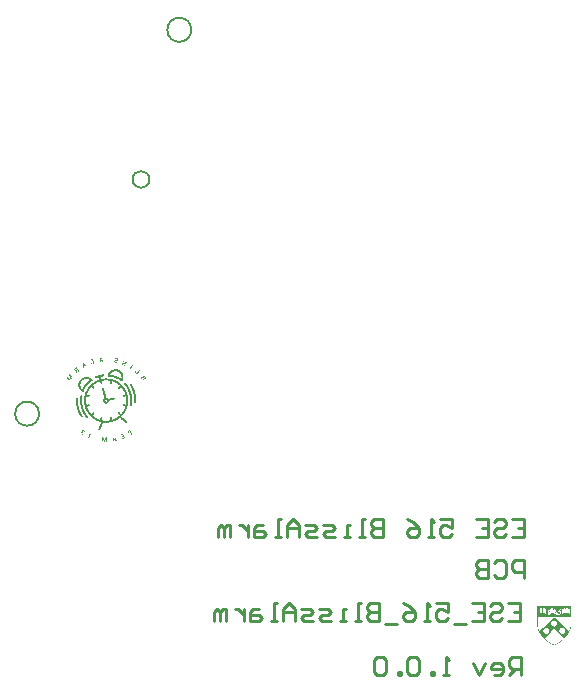
<source format=gbo>
G04*
G04 #@! TF.GenerationSoftware,Altium Limited,Altium Designer,23.8.1 (32)*
G04*
G04 Layer_Color=32896*
%FSLAX44Y44*%
%MOMM*%
G71*
G04*
G04 #@! TF.SameCoordinates,271CB4FA-4F0A-43F9-8DEE-C87A6A24424C*
G04*
G04*
G04 #@! TF.FilePolarity,Positive*
G04*
G01*
G75*
%ADD11C,0.2000*%
%ADD113C,0.2540*%
G36*
X165581Y292507D02*
X165756D01*
Y292157D01*
X165931D01*
Y291807D01*
X166106D01*
Y291458D01*
X166281D01*
Y291108D01*
X166455D01*
Y290758D01*
X166630D01*
Y290408D01*
X166805D01*
Y290058D01*
X166980D01*
Y289708D01*
X167155D01*
Y289533D01*
X167330D01*
Y289359D01*
X167505D01*
Y289009D01*
X166281D01*
Y289359D01*
X166630D01*
Y289708D01*
X166455D01*
Y290058D01*
X165231D01*
Y289883D01*
X165056D01*
Y289359D01*
Y289184D01*
X165231D01*
Y289009D01*
X165406D01*
Y288834D01*
X164881D01*
Y288659D01*
X163832D01*
Y289009D01*
X164006D01*
Y289184D01*
X164181D01*
Y289883D01*
X164356D01*
Y290408D01*
X164531D01*
Y291108D01*
X164706D01*
Y291807D01*
X164881D01*
Y292507D01*
X165056D01*
Y292857D01*
X165581D01*
Y292507D01*
D02*
G37*
G36*
X178001Y292157D02*
X179051D01*
Y291982D01*
X179401D01*
Y291807D01*
X179576D01*
Y291633D01*
X179750D01*
Y291458D01*
X179925D01*
Y290583D01*
X179750D01*
Y290233D01*
X179576D01*
Y290058D01*
X179226D01*
Y289883D01*
X178701D01*
Y289708D01*
X177826D01*
Y289533D01*
X177476D01*
Y289184D01*
X177301D01*
Y289009D01*
X177476D01*
Y288659D01*
X177826D01*
Y288484D01*
X178526D01*
Y288659D01*
X178701D01*
Y288834D01*
X178876D01*
Y289009D01*
X179051D01*
Y289184D01*
X179401D01*
Y288484D01*
X179226D01*
Y287959D01*
X178876D01*
Y288134D01*
X177651D01*
Y288309D01*
X177301D01*
Y288484D01*
X176952D01*
Y288659D01*
X176777D01*
Y289009D01*
X176602D01*
Y289533D01*
X176777D01*
Y289883D01*
X176952D01*
Y290058D01*
X177127D01*
Y290233D01*
X177301D01*
Y290408D01*
X177826D01*
Y290583D01*
X178701D01*
Y290758D01*
X179051D01*
Y290933D01*
X179226D01*
Y291458D01*
X179051D01*
Y291633D01*
X178701D01*
Y291807D01*
X178351D01*
Y291633D01*
X178001D01*
Y291458D01*
X177826D01*
Y291283D01*
X177651D01*
Y291108D01*
X177301D01*
Y291633D01*
X177476D01*
Y292332D01*
X178001D01*
Y292157D01*
D02*
G37*
G36*
X158933Y291283D02*
Y291108D01*
X158758D01*
Y290408D01*
X158933D01*
Y289708D01*
X159108D01*
Y289184D01*
X159283D01*
Y288659D01*
X159458D01*
Y288309D01*
X159633D01*
Y288134D01*
X159983D01*
Y287784D01*
X159808D01*
Y287609D01*
X159283D01*
Y287434D01*
X158583D01*
Y287259D01*
X158059D01*
Y287084D01*
X157534D01*
Y286909D01*
X157184D01*
Y287259D01*
X157009D01*
Y287784D01*
X156834D01*
Y288134D01*
X157009D01*
Y288309D01*
X157184D01*
Y287959D01*
X157359D01*
Y287784D01*
X157534D01*
Y287609D01*
X158408D01*
Y287784D01*
X158758D01*
Y288134D01*
X158583D01*
Y288834D01*
X158408D01*
Y289359D01*
X158234D01*
Y289883D01*
X158059D01*
Y290408D01*
X157884D01*
Y290758D01*
X157359D01*
Y291108D01*
X157884D01*
Y291283D01*
X158408D01*
Y291458D01*
X158933D01*
Y291283D01*
D02*
G37*
G36*
X191646Y286735D02*
X191996D01*
Y286560D01*
X192171D01*
Y286385D01*
X192521D01*
Y286210D01*
X192696D01*
Y286035D01*
X192871D01*
Y285860D01*
X192696D01*
Y285685D01*
X192521D01*
Y285860D01*
X192346D01*
Y285685D01*
X192171D01*
Y285510D01*
X191996D01*
Y285160D01*
X191821D01*
Y284985D01*
X191646D01*
Y284635D01*
X191471D01*
Y284285D01*
X191296D01*
Y284111D01*
X191121D01*
Y283761D01*
X190946D01*
Y283586D01*
X190771D01*
Y283236D01*
X190946D01*
Y282886D01*
X190422D01*
Y283061D01*
X190072D01*
Y283236D01*
X189897D01*
Y283411D01*
X189547D01*
Y283936D01*
X189897D01*
Y283761D01*
X190072D01*
Y283936D01*
X190247D01*
Y284285D01*
X190422D01*
Y284460D01*
X190596D01*
Y284810D01*
X190771D01*
Y284985D01*
X190946D01*
Y285335D01*
X191121D01*
Y285510D01*
X191296D01*
Y285860D01*
X191471D01*
Y286210D01*
X191646D01*
Y286385D01*
X191471D01*
Y286909D01*
X191646D01*
Y286735D01*
D02*
G37*
G36*
X185173Y290058D02*
X185348D01*
Y289883D01*
X186048D01*
Y289708D01*
X186398D01*
Y289533D01*
X186748D01*
Y289359D01*
X186923D01*
Y289009D01*
X187098D01*
Y288309D01*
X186923D01*
Y287959D01*
X186748D01*
Y287784D01*
X186398D01*
Y287609D01*
X185873D01*
Y287434D01*
X184299D01*
Y287259D01*
X184124D01*
Y286735D01*
X184299D01*
Y286560D01*
X184474D01*
Y286385D01*
X185523D01*
Y286560D01*
X185698D01*
Y286735D01*
X185873D01*
Y286909D01*
X186048D01*
Y286735D01*
X186223D01*
Y286560D01*
X186048D01*
Y286035D01*
X185873D01*
Y285685D01*
X185698D01*
Y285510D01*
X185523D01*
Y285685D01*
X185348D01*
Y285860D01*
X184824D01*
Y286035D01*
X184299D01*
Y286210D01*
X183949D01*
Y286385D01*
X183774D01*
Y286560D01*
X183599D01*
Y286909D01*
X183424D01*
Y287434D01*
X183599D01*
Y287959D01*
X183774D01*
Y288134D01*
X184124D01*
Y288309D01*
X185873D01*
Y288484D01*
X186223D01*
Y288659D01*
X186398D01*
Y289184D01*
X186223D01*
Y289359D01*
X185873D01*
Y289533D01*
X185348D01*
Y289359D01*
X184998D01*
Y289184D01*
X184824D01*
Y289009D01*
X184474D01*
Y289359D01*
X184649D01*
Y289883D01*
X184824D01*
Y290233D01*
X185173D01*
Y290058D01*
D02*
G37*
G36*
X150536Y288134D02*
X150711D01*
Y287959D01*
X150886D01*
Y287784D01*
X151061D01*
Y287609D01*
X151236D01*
Y287434D01*
X151411D01*
Y287259D01*
X151761D01*
Y287084D01*
X151936D01*
Y286909D01*
X152111D01*
Y286735D01*
X152286D01*
Y286560D01*
X152461D01*
Y286385D01*
X152636D01*
Y286210D01*
X152811D01*
Y286035D01*
X152986D01*
Y285860D01*
X153685D01*
Y285335D01*
X153336D01*
Y285160D01*
X152986D01*
Y284985D01*
X152636D01*
Y285335D01*
X152811D01*
Y285685D01*
X152636D01*
Y285860D01*
X151936D01*
Y285685D01*
X151586D01*
Y285510D01*
X151236D01*
Y284985D01*
X151411D01*
Y284810D01*
X151761D01*
Y284285D01*
X151411D01*
Y284111D01*
X151061D01*
Y283936D01*
X150711D01*
Y283761D01*
X150536D01*
Y283936D01*
X150362D01*
Y284111D01*
X150536D01*
Y285335D01*
X150362D01*
Y286735D01*
X150187D01*
Y288134D01*
X150362D01*
Y288309D01*
X150536D01*
Y288134D01*
D02*
G37*
G36*
X144939Y284285D02*
X145114D01*
Y284111D01*
X144939D01*
Y283761D01*
X145114D01*
Y283411D01*
X145288D01*
Y283236D01*
X145463D01*
Y283061D01*
X145638D01*
Y282886D01*
X145813D01*
Y282711D01*
X145988D01*
Y282361D01*
X146163D01*
Y282186D01*
X146338D01*
Y282011D01*
X146513D01*
Y281836D01*
X146688D01*
Y281661D01*
X147038D01*
Y281836D01*
X147213D01*
Y281661D01*
X147388D01*
Y281486D01*
X147213D01*
Y281311D01*
X147038D01*
Y281137D01*
X146688D01*
Y280962D01*
X146513D01*
Y280787D01*
X146338D01*
Y280612D01*
X146163D01*
Y280437D01*
X145988D01*
Y280612D01*
X145813D01*
Y280962D01*
X146163D01*
Y281137D01*
X145988D01*
Y281311D01*
X145813D01*
Y281661D01*
X145638D01*
Y281836D01*
X145288D01*
Y280437D01*
X145463D01*
Y279912D01*
X145288D01*
Y279737D01*
X145114D01*
Y279562D01*
X144939D01*
Y279387D01*
X144589D01*
Y279562D01*
X144414D01*
Y279737D01*
X144589D01*
Y281311D01*
X143364D01*
Y281486D01*
X143189D01*
Y281661D01*
X143014D01*
Y282011D01*
X142839D01*
Y282711D01*
X143014D01*
Y283061D01*
X143189D01*
Y283236D01*
X143364D01*
Y283411D01*
X143539D01*
Y283586D01*
X143714D01*
Y283761D01*
X144064D01*
Y283936D01*
X144239D01*
Y284111D01*
X144414D01*
Y284285D01*
X144589D01*
Y284460D01*
X144939D01*
Y284285D01*
D02*
G37*
G36*
X197944Y282011D02*
X198119D01*
Y281836D01*
X198293D01*
Y281661D01*
X198468D01*
Y281486D01*
X198643D01*
Y281311D01*
X198818D01*
Y281137D01*
X198643D01*
Y280962D01*
X198468D01*
Y281137D01*
X198119D01*
Y280962D01*
X197944D01*
Y280612D01*
X197769D01*
Y280437D01*
X197594D01*
Y280262D01*
X197419D01*
Y280087D01*
X197244D01*
Y279912D01*
X197069D01*
Y279737D01*
X196894D01*
Y279562D01*
X196719D01*
Y279387D01*
X196544D01*
Y279212D01*
X196369D01*
Y278338D01*
X196019D01*
Y278513D01*
X195844D01*
Y278687D01*
X195669D01*
Y278862D01*
X195495D01*
Y279037D01*
X195320D01*
Y279212D01*
X195145D01*
Y279387D01*
X194970D01*
Y279562D01*
X194795D01*
Y279737D01*
X194620D01*
Y279912D01*
X194445D01*
Y280087D01*
X194095D01*
Y280437D01*
X194270D01*
Y280787D01*
X194445D01*
Y280962D01*
X194620D01*
Y281137D01*
X194795D01*
Y281311D01*
X194970D01*
Y281137D01*
X195145D01*
Y280962D01*
X194970D01*
Y280612D01*
X194795D01*
Y280262D01*
X194970D01*
Y279912D01*
X195145D01*
Y279737D01*
X195320D01*
Y279562D01*
X195495D01*
Y279387D01*
X195669D01*
Y279562D01*
X195844D01*
Y279737D01*
X196019D01*
Y279912D01*
X196194D01*
Y280087D01*
X196369D01*
Y280437D01*
X196544D01*
Y280612D01*
X196719D01*
Y280787D01*
X196894D01*
Y280962D01*
X197069D01*
Y281137D01*
X197244D01*
Y281311D01*
X197419D01*
Y281486D01*
X197594D01*
Y281836D01*
X197419D01*
Y282011D01*
X197594D01*
Y282186D01*
X197944D01*
Y282011D01*
D02*
G37*
G36*
X202142Y276938D02*
X202492D01*
Y276763D01*
X202842D01*
Y276588D01*
X203017D01*
Y276238D01*
X203192D01*
Y276063D01*
X203367D01*
Y275889D01*
X203542D01*
Y275539D01*
X203717D01*
Y275364D01*
X203891D01*
Y274839D01*
X203542D01*
Y275014D01*
X203192D01*
Y274839D01*
X203017D01*
Y274664D01*
X202667D01*
Y274489D01*
X202492D01*
Y274314D01*
X202317D01*
Y274139D01*
X201967D01*
Y273964D01*
X201792D01*
Y273789D01*
X201617D01*
Y273614D01*
X201267D01*
Y273440D01*
X201092D01*
Y272740D01*
X200743D01*
Y273090D01*
X200568D01*
Y273265D01*
X200393D01*
Y273440D01*
X200218D01*
Y273789D01*
X200043D01*
Y273964D01*
X199868D01*
Y274139D01*
X199693D01*
Y274489D01*
X199518D01*
Y274839D01*
X199343D01*
Y275364D01*
X199518D01*
Y275714D01*
X199693D01*
Y275889D01*
X199868D01*
Y276063D01*
X200218D01*
Y276238D01*
X200393D01*
Y276063D01*
X200917D01*
Y275889D01*
X201267D01*
Y276763D01*
X201442D01*
Y276938D01*
X201967D01*
Y277113D01*
X202142D01*
Y276938D01*
D02*
G37*
G36*
X138991Y278163D02*
X139166D01*
Y277988D01*
X139516D01*
Y277813D01*
X139691D01*
Y277638D01*
X139866D01*
Y277463D01*
X140215D01*
Y277288D01*
X140390D01*
Y277113D01*
X140565D01*
Y276938D01*
X140915D01*
Y276763D01*
X141090D01*
Y276588D01*
X141440D01*
Y276763D01*
X141790D01*
Y276238D01*
X141615D01*
Y276063D01*
X141440D01*
Y275889D01*
X141265D01*
Y275714D01*
X140740D01*
Y275889D01*
X140915D01*
Y276238D01*
X140740D01*
Y276413D01*
X140565D01*
Y276588D01*
X140215D01*
Y276763D01*
X140041D01*
Y276938D01*
X139866D01*
Y277113D01*
X139691D01*
Y277288D01*
X139341D01*
Y277463D01*
X139166D01*
Y277288D01*
X139341D01*
Y277113D01*
X139516D01*
Y276763D01*
X139691D01*
Y276588D01*
X139866D01*
Y276238D01*
X140041D01*
Y275889D01*
X140215D01*
Y275539D01*
X140390D01*
Y275364D01*
X140565D01*
Y275014D01*
X140740D01*
Y274839D01*
X140565D01*
Y274664D01*
X140390D01*
Y274489D01*
X140215D01*
Y274664D01*
X139691D01*
Y274839D01*
X138991D01*
Y275014D01*
X138466D01*
Y275189D01*
X137941D01*
Y275364D01*
X137416D01*
Y275189D01*
X137766D01*
Y275014D01*
X137941D01*
Y274839D01*
X138116D01*
Y274664D01*
X138291D01*
Y274489D01*
X138466D01*
Y274314D01*
X138816D01*
Y274139D01*
X138991D01*
Y273964D01*
X139691D01*
Y273614D01*
X139516D01*
Y273440D01*
X139341D01*
Y273090D01*
X139166D01*
Y272915D01*
X138991D01*
Y272740D01*
X138641D01*
Y273090D01*
X138816D01*
Y273265D01*
X138641D01*
Y273440D01*
X138466D01*
Y273614D01*
X138116D01*
Y273789D01*
X137941D01*
Y273964D01*
X137766D01*
Y274139D01*
X137591D01*
Y274314D01*
X137416D01*
Y274489D01*
X137067D01*
Y274664D01*
X136892D01*
Y274839D01*
X136717D01*
Y275014D01*
X136192D01*
Y274839D01*
X136017D01*
Y275014D01*
X135842D01*
Y275189D01*
X136017D01*
Y275539D01*
X136192D01*
Y275714D01*
X136367D01*
Y275889D01*
X136542D01*
Y276063D01*
X137067D01*
Y275889D01*
X137766D01*
Y275714D01*
X138291D01*
Y275539D01*
X138816D01*
Y275364D01*
X139341D01*
Y275189D01*
X139691D01*
Y275364D01*
X139516D01*
Y275539D01*
X139341D01*
Y275889D01*
X139166D01*
Y276238D01*
X138991D01*
Y276413D01*
X138816D01*
Y276763D01*
X138641D01*
Y277113D01*
X138466D01*
Y277288D01*
X138291D01*
Y277638D01*
X138116D01*
Y278163D01*
X138291D01*
Y278338D01*
X138466D01*
Y278687D01*
X138641D01*
Y278862D01*
X138991D01*
Y278163D01*
D02*
G37*
G36*
X178176Y282711D02*
X179401D01*
Y282536D01*
X179925D01*
Y282361D01*
X180450D01*
Y282186D01*
X180800D01*
Y282011D01*
X181150D01*
Y281836D01*
X181500D01*
Y281661D01*
X181675D01*
Y281486D01*
X181850D01*
Y281311D01*
X182200D01*
Y281137D01*
X182374D01*
Y280962D01*
X182549D01*
Y280787D01*
X182724D01*
Y280612D01*
X182899D01*
Y280437D01*
X183074D01*
Y280087D01*
X183249D01*
Y279912D01*
X183424D01*
Y279562D01*
X183599D01*
Y279387D01*
X183774D01*
Y279037D01*
X183949D01*
Y278687D01*
X184124D01*
Y278163D01*
X184299D01*
Y277463D01*
X184474D01*
Y274489D01*
X184299D01*
Y273964D01*
X184124D01*
Y273440D01*
X183949D01*
Y273090D01*
X183774D01*
Y272740D01*
X183599D01*
Y272565D01*
X183424D01*
Y272390D01*
X182549D01*
Y272565D01*
X182200D01*
Y272740D01*
X182025D01*
Y272915D01*
X181850D01*
Y273090D01*
X181500D01*
Y273265D01*
X181325D01*
Y273440D01*
X181150D01*
Y273614D01*
X180800D01*
Y273789D01*
X180450D01*
Y273964D01*
X180275D01*
Y274139D01*
X179925D01*
Y274314D01*
X179576D01*
Y274489D01*
X179226D01*
Y274664D01*
X178876D01*
Y274839D01*
X178526D01*
Y275014D01*
X178176D01*
Y275189D01*
X177651D01*
Y275364D01*
X177301D01*
Y275539D01*
X176602D01*
Y275714D01*
X176077D01*
Y275889D01*
X175377D01*
Y276063D01*
X174677D01*
Y276238D01*
X173453D01*
Y276413D01*
X171529D01*
Y276588D01*
X171354D01*
Y276763D01*
X171179D01*
Y277113D01*
X171004D01*
Y277463D01*
X171179D01*
Y278163D01*
X171354D01*
Y278687D01*
X171529D01*
Y279037D01*
X171703D01*
Y279387D01*
X171879D01*
Y279562D01*
X172053D01*
Y279912D01*
X172228D01*
Y280087D01*
X172403D01*
Y280437D01*
X172578D01*
Y280612D01*
X172753D01*
Y280787D01*
X172928D01*
Y280962D01*
X173103D01*
Y281137D01*
X173278D01*
Y281311D01*
X173628D01*
Y281486D01*
X173803D01*
Y281661D01*
X173978D01*
Y281836D01*
X174328D01*
Y282011D01*
X174677D01*
Y282186D01*
X175027D01*
Y282361D01*
X175552D01*
Y282536D01*
X176077D01*
Y282711D01*
X177301D01*
Y282886D01*
X178176D01*
Y282711D01*
D02*
G37*
G36*
X154035Y276063D02*
X154910D01*
Y275889D01*
X155435D01*
Y275714D01*
X155785D01*
Y275539D01*
X156134D01*
Y275364D01*
X156484D01*
Y275189D01*
X156659D01*
Y275014D01*
X157009D01*
Y274839D01*
X157184D01*
Y274664D01*
X157534D01*
Y274489D01*
X157709D01*
Y274314D01*
X157884D01*
Y274139D01*
X158059D01*
Y273789D01*
X158234D01*
Y272915D01*
X158059D01*
Y272740D01*
X157884D01*
Y272565D01*
X157709D01*
Y272390D01*
X157359D01*
Y272215D01*
X157009D01*
Y272040D01*
X156834D01*
Y271865D01*
X156484D01*
Y271690D01*
X156309D01*
Y271515D01*
X156134D01*
Y271340D01*
X155960D01*
Y271165D01*
X155610D01*
Y270990D01*
X155435D01*
Y270816D01*
X155260D01*
Y270641D01*
X155085D01*
Y270466D01*
X154910D01*
Y270291D01*
X154735D01*
Y270116D01*
X154560D01*
Y269941D01*
X154385D01*
Y269766D01*
X154210D01*
Y269591D01*
X154035D01*
Y269416D01*
X153860D01*
Y269241D01*
X153685D01*
Y269066D01*
X153510D01*
Y268716D01*
X153336D01*
Y268541D01*
X153160D01*
Y268366D01*
X152986D01*
Y268016D01*
X152811D01*
Y267842D01*
X152636D01*
Y267667D01*
X152461D01*
Y267317D01*
X152286D01*
Y266967D01*
X152111D01*
Y266792D01*
X151936D01*
Y266442D01*
X151761D01*
Y266092D01*
X151586D01*
Y265742D01*
X151411D01*
Y265392D01*
X151236D01*
Y265043D01*
X151061D01*
Y264693D01*
X150886D01*
Y264168D01*
X150711D01*
Y263818D01*
X150536D01*
Y263643D01*
X150187D01*
Y263468D01*
X149487D01*
Y263643D01*
X149312D01*
Y263818D01*
X148962D01*
Y263993D01*
X148787D01*
Y264168D01*
X148612D01*
Y264343D01*
X148437D01*
Y264518D01*
X148262D01*
Y264693D01*
X148087D01*
Y264868D01*
X147913D01*
Y265043D01*
X147738D01*
Y265218D01*
X147563D01*
Y265392D01*
X147388D01*
Y265742D01*
X147213D01*
Y266092D01*
X147038D01*
Y266267D01*
X146863D01*
Y266617D01*
X146688D01*
Y267142D01*
X146513D01*
Y267667D01*
X146338D01*
Y268716D01*
X146163D01*
Y269941D01*
X146338D01*
Y271165D01*
X146513D01*
Y271690D01*
X146688D01*
Y272040D01*
X146863D01*
Y272390D01*
X147038D01*
Y272740D01*
X147213D01*
Y273090D01*
X147388D01*
Y273440D01*
X147563D01*
Y273614D01*
X147738D01*
Y273789D01*
X147913D01*
Y273964D01*
X148087D01*
Y274139D01*
X148262D01*
Y274314D01*
X148437D01*
Y274489D01*
X148612D01*
Y274664D01*
X148787D01*
Y274839D01*
X148962D01*
Y275014D01*
X149312D01*
Y275189D01*
X149487D01*
Y275364D01*
X149837D01*
Y275539D01*
X150187D01*
Y275714D01*
X150711D01*
Y275889D01*
X151236D01*
Y276063D01*
X151936D01*
Y276238D01*
X154035D01*
Y276063D01*
D02*
G37*
G36*
X190771Y270466D02*
X191121D01*
Y270116D01*
X191296D01*
Y269941D01*
X191471D01*
Y269591D01*
X191646D01*
Y269241D01*
X191821D01*
Y269066D01*
X191996D01*
Y268716D01*
X192171D01*
Y268366D01*
X192346D01*
Y268016D01*
X192521D01*
Y267667D01*
X192696D01*
Y267317D01*
X192871D01*
Y266967D01*
X193046D01*
Y266617D01*
X193220D01*
Y266267D01*
X193395D01*
Y265742D01*
X193570D01*
Y265392D01*
X193745D01*
Y264868D01*
X193920D01*
Y264343D01*
X194095D01*
Y263818D01*
X194270D01*
Y263118D01*
X194445D01*
Y262594D01*
X194620D01*
Y261894D01*
X194795D01*
Y261019D01*
X194970D01*
Y259970D01*
X195145D01*
Y258570D01*
X195320D01*
Y254547D01*
X195145D01*
Y254197D01*
X194970D01*
Y254022D01*
X194095D01*
Y254197D01*
X193745D01*
Y254547D01*
X193570D01*
Y258920D01*
X193395D01*
Y260145D01*
X193220D01*
Y261194D01*
X193046D01*
Y261894D01*
X192871D01*
Y262594D01*
X192696D01*
Y263118D01*
X192521D01*
Y263818D01*
X192346D01*
Y264343D01*
X192171D01*
Y264693D01*
X191996D01*
Y265043D01*
X191821D01*
Y265567D01*
X191646D01*
Y266092D01*
X191471D01*
Y266442D01*
X191296D01*
Y266617D01*
X191121D01*
Y266967D01*
X190946D01*
Y267492D01*
X190771D01*
Y267842D01*
X190596D01*
Y268016D01*
X190422D01*
Y268366D01*
X190247D01*
Y268716D01*
X190072D01*
Y268891D01*
X189897D01*
Y269241D01*
X189722D01*
Y270291D01*
X189897D01*
Y270466D01*
X190247D01*
Y270641D01*
X190771D01*
Y270466D01*
D02*
G37*
G36*
X186048Y270990D02*
X186398D01*
Y270816D01*
X186573D01*
Y270641D01*
X186748D01*
Y270466D01*
X186923D01*
Y270116D01*
X187098D01*
Y269941D01*
X187273D01*
Y269766D01*
X187448D01*
Y269416D01*
X187623D01*
Y269241D01*
X187798D01*
Y269066D01*
X187972D01*
Y268716D01*
X188147D01*
Y268541D01*
X188322D01*
Y268192D01*
X188497D01*
Y268016D01*
X188672D01*
Y267667D01*
X188847D01*
Y267317D01*
X189022D01*
Y267142D01*
X189197D01*
Y266792D01*
X189372D01*
Y266442D01*
X189547D01*
Y266092D01*
X189722D01*
Y265742D01*
X189897D01*
Y265392D01*
X190072D01*
Y264868D01*
X190247D01*
Y264518D01*
X190422D01*
Y263993D01*
X190596D01*
Y263643D01*
X190771D01*
Y263118D01*
X190946D01*
Y262419D01*
X191121D01*
Y261894D01*
X191296D01*
Y261194D01*
X191471D01*
Y260319D01*
X191646D01*
Y259270D01*
X191821D01*
Y257346D01*
X191996D01*
Y255071D01*
X191821D01*
Y253147D01*
X191646D01*
Y252097D01*
X191471D01*
Y251573D01*
X191296D01*
Y251398D01*
X190946D01*
Y251223D01*
X190422D01*
Y251398D01*
X190072D01*
Y251748D01*
X189897D01*
Y252972D01*
X190072D01*
Y254372D01*
X190247D01*
Y258045D01*
X190072D01*
Y259445D01*
X189897D01*
Y260494D01*
X189722D01*
Y261194D01*
X189547D01*
Y261719D01*
X189372D01*
Y261894D01*
Y262419D01*
X189197D01*
Y262943D01*
X189022D01*
Y263468D01*
X188847D01*
Y263818D01*
X188672D01*
Y264343D01*
X188497D01*
Y264693D01*
X188322D01*
Y265043D01*
X188147D01*
Y265392D01*
X187972D01*
Y265742D01*
X187798D01*
Y266092D01*
X187623D01*
Y266442D01*
X187448D01*
Y266792D01*
X187273D01*
Y266967D01*
X187098D01*
Y267317D01*
X186923D01*
Y267492D01*
X186748D01*
Y267842D01*
X186573D01*
Y268016D01*
X186398D01*
Y268366D01*
X186223D01*
Y268541D01*
X186048D01*
Y268716D01*
X185873D01*
Y269066D01*
X185698D01*
Y269241D01*
X185523D01*
Y269416D01*
X185348D01*
Y269591D01*
X185173D01*
Y269941D01*
X184998D01*
Y270641D01*
X185173D01*
Y270816D01*
X185348D01*
Y270990D01*
X185698D01*
Y271165D01*
X186048D01*
Y270990D01*
D02*
G37*
G36*
X145463Y258220D02*
X145813D01*
Y257870D01*
X145988D01*
Y253847D01*
X146163D01*
Y252622D01*
X146338D01*
Y251573D01*
X146513D01*
Y250698D01*
X146688D01*
Y249998D01*
X146863D01*
Y249473D01*
X147038D01*
Y248949D01*
X147213D01*
Y248249D01*
X147388D01*
Y247899D01*
X147563D01*
Y247374D01*
X147738D01*
Y247024D01*
X147913D01*
Y246500D01*
X148087D01*
Y246150D01*
X148262D01*
Y245800D01*
X148437D01*
Y245450D01*
X148612D01*
Y245100D01*
X148787D01*
Y244750D01*
X148962D01*
Y244400D01*
X149137D01*
Y244226D01*
X149312D01*
Y243876D01*
X149487D01*
Y243701D01*
X149662D01*
Y243351D01*
X149837D01*
Y243001D01*
X150012D01*
Y242651D01*
Y242476D01*
X149837D01*
Y242126D01*
X149662D01*
Y241951D01*
X149312D01*
Y241776D01*
X148962D01*
Y241951D01*
X148612D01*
Y242126D01*
X148437D01*
Y242301D01*
X148262D01*
Y242651D01*
X148087D01*
Y243001D01*
X147913D01*
Y243176D01*
X147738D01*
Y243526D01*
X147563D01*
Y243701D01*
X147388D01*
Y244051D01*
X147213D01*
Y244575D01*
X147038D01*
Y244925D01*
X146863D01*
Y245100D01*
X146688D01*
Y245450D01*
X146513D01*
Y245975D01*
X146338D01*
Y246325D01*
X146163D01*
Y246849D01*
X145988D01*
Y247199D01*
X145813D01*
Y247549D01*
X145638D01*
Y248249D01*
X145463D01*
Y248774D01*
X145288D01*
Y249299D01*
X145114D01*
Y249998D01*
X144939D01*
Y250698D01*
X144764D01*
Y251573D01*
X144589D01*
Y252797D01*
X144414D01*
Y254372D01*
X144239D01*
Y257870D01*
X144414D01*
Y258045D01*
X144589D01*
Y258220D01*
X144764D01*
Y258395D01*
X145463D01*
Y258220D01*
D02*
G37*
G36*
X149137Y261019D02*
X149487D01*
Y260844D01*
X149662D01*
Y259270D01*
X149487D01*
Y257521D01*
X149312D01*
Y255071D01*
X149487D01*
Y253322D01*
X149662D01*
Y252272D01*
X149837D01*
Y251398D01*
X150012D01*
Y250698D01*
X150187D01*
Y250173D01*
X150362D01*
Y249648D01*
X150536D01*
Y249124D01*
X150711D01*
Y248599D01*
X150886D01*
Y248249D01*
X151061D01*
Y247899D01*
X151236D01*
Y247549D01*
X151411D01*
Y247199D01*
X151586D01*
Y246849D01*
X151761D01*
Y246500D01*
X151936D01*
Y246150D01*
X152111D01*
Y245800D01*
X152286D01*
Y245450D01*
X152461D01*
Y245275D01*
X152636D01*
Y244925D01*
X152811D01*
Y244750D01*
X152986D01*
Y244400D01*
X153160D01*
Y244226D01*
X153336D01*
Y244051D01*
X153510D01*
Y243701D01*
X153685D01*
Y243526D01*
X153860D01*
Y243351D01*
X154035D01*
Y243001D01*
X154210D01*
Y242826D01*
X154385D01*
Y242651D01*
X154560D01*
Y242301D01*
X154735D01*
Y242126D01*
X154560D01*
Y241602D01*
X154385D01*
Y241427D01*
X154035D01*
Y241252D01*
X153510D01*
Y241427D01*
X153336D01*
Y241602D01*
X153160D01*
Y241776D01*
X152986D01*
Y241951D01*
X152811D01*
Y242126D01*
X152636D01*
Y242301D01*
X152461D01*
Y242476D01*
X152286D01*
Y242826D01*
X152111D01*
Y243001D01*
X151936D01*
Y243351D01*
X151761D01*
Y243526D01*
X151586D01*
Y243701D01*
X151411D01*
Y244051D01*
X151236D01*
Y244400D01*
X151061D01*
Y244575D01*
X150886D01*
Y244925D01*
X150711D01*
Y245100D01*
X150536D01*
Y245450D01*
X150362D01*
Y245800D01*
X150187D01*
Y246150D01*
X150012D01*
Y246500D01*
X149837D01*
Y246849D01*
X149662D01*
Y247199D01*
X149487D01*
Y247724D01*
X149312D01*
Y248074D01*
X149137D01*
Y248599D01*
X148962D01*
Y248949D01*
X148787D01*
Y249648D01*
X148612D01*
Y250173D01*
X148437D01*
Y250698D01*
X148262D01*
Y251398D01*
X148087D01*
Y252447D01*
X147913D01*
Y253497D01*
X147738D01*
Y254547D01*
Y254722D01*
Y259095D01*
X147913D01*
Y260145D01*
X148087D01*
Y260844D01*
X148262D01*
Y261019D01*
X148612D01*
Y261194D01*
X149137D01*
Y261019D01*
D02*
G37*
G36*
X168030Y278338D02*
X168205D01*
Y278163D01*
X168380D01*
Y277288D01*
X168205D01*
Y277113D01*
X168030D01*
Y276938D01*
X167680D01*
Y276763D01*
X167155D01*
Y276588D01*
X166455D01*
Y276413D01*
X165756D01*
Y276238D01*
X165406D01*
Y275539D01*
X165581D01*
Y275014D01*
X165756D01*
Y274664D01*
X166805D01*
Y274839D01*
X168555D01*
Y275014D01*
X170829D01*
Y274839D01*
X172578D01*
Y274664D01*
X173628D01*
Y274489D01*
X174328D01*
Y274314D01*
X175027D01*
Y274139D01*
X175552D01*
Y273964D01*
X176077D01*
Y273789D01*
X176602D01*
Y273614D01*
X176952D01*
Y273440D01*
X177476D01*
Y273265D01*
X177826D01*
Y273090D01*
X178176D01*
Y272915D01*
X178526D01*
Y272740D01*
X178876D01*
Y272565D01*
X179226D01*
Y272390D01*
X179401D01*
Y272215D01*
X179750D01*
Y272040D01*
X179925D01*
Y271865D01*
X180275D01*
Y271690D01*
X180450D01*
Y271515D01*
X180800D01*
Y271340D01*
X180975D01*
Y271165D01*
X181150D01*
Y270990D01*
X181500D01*
Y270816D01*
X181675D01*
Y270641D01*
X181850D01*
Y270466D01*
X182025D01*
Y270291D01*
X182200D01*
Y270116D01*
X182549D01*
Y269941D01*
X182724D01*
Y269766D01*
X182899D01*
Y269591D01*
X183074D01*
Y269416D01*
X183249D01*
Y269241D01*
X183424D01*
Y269066D01*
X183599D01*
Y268716D01*
X183774D01*
Y268541D01*
X183949D01*
Y268366D01*
X184124D01*
Y268192D01*
X184299D01*
Y268016D01*
X184474D01*
Y267842D01*
X184649D01*
Y267492D01*
X184824D01*
Y267317D01*
X184998D01*
Y266967D01*
X185173D01*
Y266792D01*
X185348D01*
Y266617D01*
X185523D01*
Y266267D01*
X185698D01*
Y266092D01*
X185873D01*
Y265742D01*
X186048D01*
Y265392D01*
X186223D01*
Y265043D01*
X186398D01*
Y264868D01*
X186573D01*
Y264343D01*
X186748D01*
Y263993D01*
X186923D01*
Y263643D01*
X187098D01*
Y263293D01*
X187273D01*
Y262768D01*
X187448D01*
Y262244D01*
X187623D01*
Y261719D01*
X187798D01*
Y261194D01*
X187972D01*
Y260494D01*
X188147D01*
Y259620D01*
X188322D01*
Y258395D01*
X188497D01*
Y254022D01*
X188322D01*
Y252972D01*
X188147D01*
Y251923D01*
X187972D01*
Y251398D01*
X187798D01*
Y250698D01*
X187623D01*
Y250173D01*
X187448D01*
Y249648D01*
X187273D01*
Y249299D01*
X187098D01*
Y248774D01*
X186923D01*
Y248424D01*
X186748D01*
Y248074D01*
X186573D01*
Y247724D01*
X186398D01*
Y247374D01*
X186223D01*
Y247024D01*
X186048D01*
Y246675D01*
X185873D01*
Y246500D01*
X185698D01*
Y246150D01*
X185523D01*
Y245975D01*
X185348D01*
Y245625D01*
X185173D01*
Y245450D01*
X184998D01*
Y245100D01*
X184824D01*
Y244925D01*
X184649D01*
Y244750D01*
X184474D01*
Y244400D01*
X184299D01*
Y244226D01*
X184124D01*
Y244051D01*
X183949D01*
Y243876D01*
X183774D01*
Y243701D01*
X183599D01*
Y243526D01*
X183424D01*
Y243351D01*
X183249D01*
Y243001D01*
X182899D01*
Y242826D01*
X182724D01*
Y242476D01*
X182899D01*
Y242301D01*
X183074D01*
Y242126D01*
X183424D01*
Y241951D01*
X183599D01*
Y241776D01*
X183774D01*
Y241602D01*
X183949D01*
Y241427D01*
X184299D01*
Y241252D01*
X184474D01*
Y241077D01*
X184649D01*
Y240902D01*
X184824D01*
Y240727D01*
X184998D01*
Y240552D01*
X185348D01*
Y240377D01*
X185523D01*
Y240202D01*
X185698D01*
Y240027D01*
X185873D01*
Y239852D01*
X186223D01*
Y239677D01*
X186398D01*
Y239502D01*
X186573D01*
Y239327D01*
X186748D01*
Y239152D01*
X186923D01*
Y238978D01*
X187273D01*
Y238803D01*
X187448D01*
Y238628D01*
X187623D01*
Y238453D01*
X187798D01*
Y238103D01*
X187972D01*
Y237753D01*
X187798D01*
Y237403D01*
X187623D01*
Y237228D01*
X187448D01*
Y237053D01*
X186748D01*
Y237228D01*
X186398D01*
Y237403D01*
X186223D01*
Y237578D01*
X186048D01*
Y237753D01*
X185873D01*
Y237928D01*
X185523D01*
Y238103D01*
X185348D01*
Y238278D01*
X185173D01*
Y238453D01*
X184998D01*
Y238628D01*
X184824D01*
Y238803D01*
X184474D01*
Y238978D01*
X184299D01*
Y239152D01*
X184124D01*
Y239327D01*
X183949D01*
Y239502D01*
X183599D01*
Y239677D01*
X183424D01*
Y239852D01*
X183249D01*
Y240027D01*
X183074D01*
Y240202D01*
X182724D01*
Y240377D01*
X182549D01*
Y240552D01*
X182374D01*
Y240727D01*
X182200D01*
Y240902D01*
X182025D01*
Y241077D01*
X181675D01*
Y241252D01*
X181500D01*
Y241427D01*
X181150D01*
Y241252D01*
X180975D01*
Y241077D01*
X180625D01*
Y240902D01*
X180450D01*
Y240727D01*
X180275D01*
Y240552D01*
X179925D01*
Y240377D01*
X179576D01*
Y240202D01*
X179401D01*
Y240027D01*
X179051D01*
Y239852D01*
X178701D01*
Y239677D01*
X178526D01*
Y239502D01*
X178176D01*
Y239327D01*
X177651D01*
Y239152D01*
X177301D01*
Y238978D01*
X176952D01*
Y238803D01*
X176427D01*
Y238628D01*
X175902D01*
Y238453D01*
X175377D01*
Y238278D01*
X174852D01*
Y238103D01*
X174328D01*
Y237928D01*
X173453D01*
Y237753D01*
X172228D01*
Y237578D01*
X167155D01*
Y237403D01*
X166980D01*
Y236878D01*
X166805D01*
Y236528D01*
X166630D01*
Y236004D01*
X166455D01*
Y235479D01*
X166281D01*
Y235129D01*
X166106D01*
Y234604D01*
X165931D01*
Y234254D01*
X165756D01*
Y233729D01*
X165581D01*
Y233205D01*
X165406D01*
Y232855D01*
X165231D01*
Y232330D01*
X165056D01*
Y231805D01*
X164881D01*
Y231455D01*
X164706D01*
Y231105D01*
X164356D01*
Y230931D01*
X163657D01*
Y231105D01*
X163307D01*
Y231455D01*
X163132D01*
Y232155D01*
X163307D01*
Y232505D01*
X163482D01*
Y233030D01*
X163657D01*
Y233380D01*
X163832D01*
Y233904D01*
X164006D01*
Y234429D01*
X164181D01*
Y234779D01*
X164356D01*
Y235304D01*
X164531D01*
Y235654D01*
X164706D01*
Y236178D01*
X164881D01*
Y236703D01*
X165056D01*
Y237228D01*
X165231D01*
Y237578D01*
X165406D01*
Y238103D01*
X164706D01*
Y238278D01*
X164181D01*
Y238453D01*
X163657D01*
Y238628D01*
X163132D01*
Y238803D01*
X162607D01*
Y238978D01*
X162257D01*
Y239152D01*
X161907D01*
Y239327D01*
X161557D01*
Y239502D01*
X161208D01*
Y239677D01*
X160858D01*
Y239852D01*
X160508D01*
Y240027D01*
X160333D01*
Y240202D01*
X159983D01*
Y240377D01*
X159633D01*
Y240552D01*
X159458D01*
Y240727D01*
X159108D01*
Y240902D01*
X158933D01*
Y241077D01*
X158583D01*
Y241252D01*
X158408D01*
Y241427D01*
X158234D01*
Y241602D01*
X158059D01*
Y241776D01*
X157709D01*
Y241951D01*
X157534D01*
Y242126D01*
X157359D01*
Y242301D01*
X157184D01*
Y242476D01*
X157009D01*
Y242651D01*
X156834D01*
Y242826D01*
X156659D01*
Y243001D01*
X156484D01*
Y243176D01*
X156309D01*
Y243351D01*
X156134D01*
Y243526D01*
X155960D01*
Y243701D01*
X155785D01*
Y243876D01*
X155610D01*
Y244051D01*
X155435D01*
Y244226D01*
X155260D01*
Y244575D01*
X155085D01*
Y244750D01*
X154910D01*
Y244925D01*
X154735D01*
Y245275D01*
X154560D01*
Y245450D01*
X154385D01*
Y245625D01*
X154210D01*
Y245975D01*
X154035D01*
Y246150D01*
X153860D01*
Y246500D01*
X153685D01*
Y246849D01*
X153510D01*
Y247024D01*
X153336D01*
Y247374D01*
X153160D01*
Y247724D01*
X152986D01*
Y248074D01*
X152811D01*
Y248424D01*
X152636D01*
Y248949D01*
X152461D01*
Y249299D01*
X152286D01*
Y249823D01*
X152111D01*
Y250348D01*
X151936D01*
Y250873D01*
X151761D01*
Y251398D01*
X151586D01*
Y252272D01*
X151411D01*
Y253147D01*
X151236D01*
Y254372D01*
X151061D01*
Y258045D01*
X151236D01*
Y259270D01*
X151411D01*
Y260319D01*
X151586D01*
Y261019D01*
X151761D01*
Y261544D01*
X151936D01*
Y262069D01*
X152111D01*
Y262594D01*
X152286D01*
Y263118D01*
X152461D01*
Y263643D01*
X152636D01*
Y263993D01*
X152811D01*
Y264343D01*
X152986D01*
Y264693D01*
X153160D01*
Y265043D01*
X153336D01*
Y265392D01*
X153510D01*
Y265742D01*
X153685D01*
Y265917D01*
X153860D01*
Y266267D01*
X154035D01*
Y266442D01*
X154210D01*
Y266792D01*
X154385D01*
Y266967D01*
X154560D01*
Y267317D01*
X154735D01*
Y267492D01*
X154910D01*
Y267667D01*
X155085D01*
Y268016D01*
X155260D01*
Y268192D01*
X155435D01*
Y268366D01*
X155610D01*
Y268541D01*
X155785D01*
Y268716D01*
X155960D01*
Y268891D01*
X156134D01*
Y269066D01*
X156309D01*
Y269416D01*
X156484D01*
Y269591D01*
X156659D01*
Y269766D01*
X157009D01*
Y269941D01*
X157184D01*
Y270116D01*
X157359D01*
Y270291D01*
X157534D01*
Y270466D01*
X157709D01*
Y270641D01*
X157884D01*
Y270816D01*
X158059D01*
Y270990D01*
X158408D01*
Y271165D01*
X158583D01*
Y271340D01*
X158758D01*
Y271515D01*
X159108D01*
Y271690D01*
X159283D01*
Y271865D01*
X159633D01*
Y272040D01*
X159808D01*
Y272215D01*
X160158D01*
Y272390D01*
X160508D01*
Y272565D01*
X160683D01*
Y272740D01*
X161033D01*
Y272915D01*
X161382D01*
Y273090D01*
X161732D01*
Y273265D01*
X162257D01*
Y273440D01*
X162607D01*
Y273614D01*
X162957D01*
Y273789D01*
X163482D01*
Y273964D01*
X164006D01*
Y274139D01*
X164181D01*
Y274314D01*
X164006D01*
Y275014D01*
X163832D01*
Y275539D01*
X163657D01*
Y275714D01*
X163132D01*
Y275539D01*
X162432D01*
Y275364D01*
X161732D01*
Y275189D01*
X161033D01*
Y275014D01*
X160858D01*
Y275189D01*
X160508D01*
Y275364D01*
X160333D01*
Y275539D01*
X160158D01*
Y276413D01*
X160333D01*
Y276588D01*
X160683D01*
Y276763D01*
X161033D01*
Y276938D01*
X161732D01*
Y277113D01*
X162432D01*
Y277288D01*
X163132D01*
Y277463D01*
X163657D01*
Y277638D01*
X164356D01*
Y277813D01*
X165056D01*
Y277988D01*
X165756D01*
Y278163D01*
X166281D01*
Y278338D01*
X166980D01*
Y278513D01*
X168030D01*
Y278338D01*
D02*
G37*
G36*
X191121Y231630D02*
X191296D01*
Y231455D01*
X191471D01*
Y231105D01*
X191646D01*
Y230581D01*
X191471D01*
Y230756D01*
X191296D01*
Y230931D01*
X190946D01*
Y231105D01*
X190596D01*
Y230931D01*
X190247D01*
Y230581D01*
X190422D01*
Y230406D01*
X190596D01*
Y230056D01*
X190771D01*
Y229706D01*
X190946D01*
Y229531D01*
X191121D01*
Y229181D01*
X191296D01*
Y228831D01*
X191471D01*
Y228656D01*
X191646D01*
Y228307D01*
X192346D01*
Y227957D01*
X192171D01*
Y227782D01*
X191996D01*
Y227607D01*
X191646D01*
Y227432D01*
X191296D01*
Y227257D01*
X190946D01*
Y227432D01*
X190771D01*
Y227607D01*
X191121D01*
Y227957D01*
X190946D01*
Y228132D01*
X190771D01*
Y228481D01*
X190596D01*
Y228831D01*
X190422D01*
Y229006D01*
X190247D01*
Y229356D01*
X190072D01*
Y229706D01*
X189897D01*
Y229881D01*
X189722D01*
Y230231D01*
X189547D01*
Y230406D01*
X189372D01*
Y230231D01*
X189197D01*
Y230056D01*
X189022D01*
Y229006D01*
X188847D01*
Y229181D01*
X188672D01*
Y229356D01*
X188497D01*
Y229706D01*
X188322D01*
Y230056D01*
X188497D01*
Y230231D01*
X188672D01*
Y230406D01*
X189022D01*
Y230581D01*
X189197D01*
Y230756D01*
X189547D01*
Y230931D01*
X189897D01*
Y231105D01*
X190072D01*
Y231280D01*
X190422D01*
Y231455D01*
X190771D01*
Y231630D01*
X190946D01*
Y231805D01*
X191121D01*
Y231630D01*
D02*
G37*
G36*
X150711Y231105D02*
X151061D01*
Y230931D01*
X151236D01*
Y230756D01*
X151411D01*
Y230406D01*
X151586D01*
Y229706D01*
X151411D01*
Y229531D01*
X150886D01*
Y230056D01*
X151061D01*
Y230581D01*
X150886D01*
Y230756D01*
X150362D01*
Y230581D01*
X150187D01*
Y230406D01*
X150012D01*
Y229531D01*
X150187D01*
Y229356D01*
X150362D01*
Y229006D01*
X150012D01*
Y229181D01*
X149137D01*
Y229006D01*
X148962D01*
Y228831D01*
X148787D01*
Y228132D01*
X148962D01*
Y227957D01*
X149137D01*
Y227782D01*
X149662D01*
Y228132D01*
X150362D01*
Y227607D01*
X150187D01*
Y227432D01*
X150012D01*
Y227257D01*
X149312D01*
Y227432D01*
X148962D01*
Y227607D01*
X148612D01*
Y227782D01*
X148437D01*
Y227957D01*
X148262D01*
Y228307D01*
X148087D01*
Y229181D01*
X148262D01*
Y229531D01*
X148437D01*
Y229706D01*
X149487D01*
Y230056D01*
X149312D01*
Y230756D01*
X149487D01*
Y231105D01*
X149662D01*
Y231280D01*
X150711D01*
Y231105D01*
D02*
G37*
G36*
X156134Y228307D02*
X156309D01*
Y228132D01*
X156484D01*
Y227957D01*
Y227782D01*
X156659D01*
Y227607D01*
X156834D01*
Y227257D01*
X157009D01*
Y226907D01*
X156659D01*
Y227082D01*
X156484D01*
Y227257D01*
X156309D01*
Y227082D01*
X156134D01*
Y226557D01*
X155960D01*
Y226207D01*
X155785D01*
Y225683D01*
X155610D01*
Y225333D01*
X155435D01*
Y224808D01*
X155610D01*
Y224283D01*
X155435D01*
Y224458D01*
X154910D01*
Y224633D01*
X154560D01*
Y224808D01*
X154210D01*
Y224983D01*
X154035D01*
Y225158D01*
X154210D01*
Y225333D01*
X154385D01*
Y225158D01*
X154560D01*
Y225333D01*
X154735D01*
Y225683D01*
X154910D01*
Y226207D01*
X155085D01*
Y226557D01*
X155260D01*
Y227082D01*
X155435D01*
Y227432D01*
X155610D01*
Y227957D01*
X155785D01*
Y228307D01*
X155960D01*
Y228481D01*
X156134D01*
Y228307D01*
D02*
G37*
G36*
X184649Y228132D02*
X184824D01*
Y227957D01*
X184649D01*
Y227782D01*
X184474D01*
Y227432D01*
X184649D01*
Y227082D01*
X184824D01*
Y226557D01*
X184998D01*
Y226032D01*
X185173D01*
Y225683D01*
X185348D01*
Y225158D01*
X185523D01*
Y224983D01*
X186048D01*
Y224633D01*
X185698D01*
Y224458D01*
X185348D01*
Y224283D01*
X184824D01*
Y224108D01*
X184299D01*
Y223933D01*
X183949D01*
Y223758D01*
X183424D01*
Y223583D01*
X183249D01*
Y223933D01*
X183074D01*
Y224283D01*
X182899D01*
Y224808D01*
X183249D01*
Y224633D01*
X183424D01*
Y224458D01*
X183599D01*
Y224283D01*
X184124D01*
Y224458D01*
X184474D01*
Y224633D01*
X184824D01*
Y224808D01*
X184649D01*
Y225158D01*
X184474D01*
Y225683D01*
X184299D01*
Y225857D01*
X183949D01*
Y225683D01*
X183774D01*
Y225158D01*
X183424D01*
Y225508D01*
X183249D01*
Y225857D01*
X183074D01*
Y226557D01*
X183424D01*
Y226207D01*
X184124D01*
Y226557D01*
X183949D01*
Y227082D01*
X183774D01*
Y227432D01*
X183074D01*
Y227257D01*
X182899D01*
Y227082D01*
X182724D01*
Y226382D01*
X182374D01*
Y226732D01*
X182200D01*
Y227257D01*
X182025D01*
Y227432D01*
X182549D01*
Y227607D01*
X182899D01*
Y227782D01*
X183424D01*
Y227957D01*
X183949D01*
Y228132D01*
X184299D01*
Y228307D01*
X184649D01*
Y228132D01*
D02*
G37*
G36*
X176777Y225683D02*
X176952D01*
Y225508D01*
X177127D01*
Y225158D01*
X177301D01*
Y224808D01*
X177476D01*
Y224458D01*
X177651D01*
Y224283D01*
X177826D01*
Y223933D01*
X178001D01*
Y223583D01*
X178176D01*
Y223233D01*
X178351D01*
Y223058D01*
X178526D01*
Y222883D01*
X178701D01*
Y222709D01*
X178876D01*
Y222359D01*
X178176D01*
Y222184D01*
X177826D01*
Y222359D01*
X177651D01*
Y222709D01*
X178001D01*
Y222883D01*
X177826D01*
Y223233D01*
X177651D01*
Y223408D01*
X177476D01*
Y223233D01*
X176602D01*
Y223058D01*
X176427D01*
Y222359D01*
X176777D01*
Y222009D01*
X176077D01*
Y221834D01*
X175202D01*
Y222184D01*
X175552D01*
Y222883D01*
X175727D01*
Y223758D01*
X175902D01*
Y224633D01*
X176077D01*
Y225508D01*
X176252D01*
Y226032D01*
X176777D01*
Y225683D01*
D02*
G37*
G36*
X166281Y225508D02*
X167330D01*
Y225333D01*
X167505D01*
Y224808D01*
X167680D01*
Y224283D01*
X167855D01*
Y223583D01*
X168030D01*
Y223058D01*
X168205D01*
Y222534D01*
X168380D01*
Y222883D01*
X168555D01*
Y223233D01*
X168730D01*
Y223583D01*
X168905D01*
Y223933D01*
X169079D01*
Y224458D01*
X169254D01*
Y224808D01*
X169429D01*
Y225158D01*
X169604D01*
Y225333D01*
X170829D01*
Y224983D01*
X170479D01*
Y223583D01*
X170304D01*
Y222009D01*
X170479D01*
Y221834D01*
X170654D01*
Y221484D01*
X169429D01*
Y222009D01*
X169779D01*
Y222359D01*
X169954D01*
Y224108D01*
X169779D01*
Y223758D01*
X169604D01*
Y223583D01*
Y223408D01*
Y223233D01*
X169429D01*
Y222883D01*
X169254D01*
Y222534D01*
X169079D01*
Y222184D01*
X168905D01*
Y221834D01*
X168730D01*
Y221484D01*
X168205D01*
Y221659D01*
X168030D01*
Y222184D01*
X167855D01*
Y222709D01*
X167680D01*
Y223233D01*
X167505D01*
Y223933D01*
X167330D01*
Y224458D01*
X167155D01*
Y223583D01*
X166980D01*
Y222009D01*
X167330D01*
Y221659D01*
X165756D01*
Y222184D01*
X166281D01*
Y224283D01*
X166455D01*
Y225158D01*
X166106D01*
Y225683D01*
X166281D01*
Y225508D01*
D02*
G37*
G36*
X563638Y66813D02*
X563597D01*
Y66291D01*
X563557D01*
Y65888D01*
X563517D01*
Y65567D01*
X563477D01*
Y65285D01*
X563437D01*
Y65004D01*
X563396D01*
Y64803D01*
X563356D01*
Y64561D01*
X563316D01*
Y64360D01*
X563276D01*
Y64199D01*
X563235D01*
Y63998D01*
X563195D01*
Y63837D01*
X563155D01*
Y63677D01*
X563115D01*
Y63516D01*
X563074D01*
Y63395D01*
X563034D01*
Y63234D01*
X562994D01*
Y63113D01*
X562954D01*
Y62953D01*
X562914D01*
Y62832D01*
X562873D01*
Y62711D01*
X562833D01*
Y62591D01*
X562793D01*
Y62470D01*
X562753D01*
Y62349D01*
X562713D01*
Y62229D01*
X562672D01*
Y62108D01*
X562632D01*
Y61987D01*
X562592D01*
Y61907D01*
X562552D01*
Y61786D01*
X562511D01*
Y61706D01*
X562471D01*
Y61585D01*
X562431D01*
Y61505D01*
X562391D01*
Y61384D01*
X562351D01*
Y61304D01*
X562310D01*
Y61183D01*
X562270D01*
Y61103D01*
X562230D01*
Y61022D01*
X562190D01*
Y60942D01*
X562150D01*
Y60821D01*
X562109D01*
Y60741D01*
X562069D01*
Y60660D01*
X562029D01*
Y60580D01*
X561989D01*
Y60499D01*
X561949D01*
Y60419D01*
X561908D01*
Y60339D01*
X561868D01*
Y60258D01*
X561828D01*
Y60178D01*
X561788D01*
Y60097D01*
X561747D01*
Y60017D01*
X561707D01*
Y59936D01*
X561667D01*
Y59856D01*
X561627D01*
Y59776D01*
X561586D01*
Y59695D01*
X561546D01*
Y59615D01*
X561506D01*
Y59534D01*
X561466D01*
Y59494D01*
X561426D01*
Y59413D01*
X561385D01*
Y59333D01*
X561345D01*
Y59253D01*
X561305D01*
Y59212D01*
X561265D01*
Y59132D01*
X561225D01*
Y59052D01*
X561184D01*
Y59011D01*
X561144D01*
Y58931D01*
X561104D01*
Y58850D01*
X561064D01*
Y58810D01*
X561023D01*
Y58730D01*
X560983D01*
Y58649D01*
X560943D01*
Y58609D01*
X560903D01*
Y58529D01*
X560863D01*
Y58488D01*
X560822D01*
Y58408D01*
X560782D01*
Y58368D01*
X560742D01*
Y58287D01*
X560702D01*
Y58207D01*
X560662D01*
Y58167D01*
X560621D01*
Y58086D01*
X560581D01*
Y58046D01*
X560541D01*
Y58006D01*
X560501D01*
Y57926D01*
X560460D01*
Y57885D01*
X560420D01*
Y57805D01*
X560380D01*
Y57765D01*
X560340D01*
Y57684D01*
X560300D01*
Y57644D01*
X560259D01*
Y57604D01*
X560219D01*
Y57523D01*
X560179D01*
Y57483D01*
X560139D01*
Y57403D01*
X560098D01*
Y57362D01*
X560058D01*
Y57322D01*
X560018D01*
Y57242D01*
X559978D01*
Y57202D01*
X559938D01*
Y57161D01*
X559897D01*
Y57081D01*
X559857D01*
Y57041D01*
X559817D01*
Y57000D01*
X559777D01*
Y56920D01*
X559737D01*
Y56880D01*
X559696D01*
Y56840D01*
X559656D01*
Y56799D01*
X559616D01*
Y56719D01*
X559576D01*
Y56679D01*
X559535D01*
Y56639D01*
X559495D01*
Y56598D01*
X559455D01*
Y56518D01*
X559415D01*
Y56478D01*
X559375D01*
Y56438D01*
X559334D01*
Y56397D01*
X559294D01*
Y56357D01*
X559254D01*
Y56277D01*
X559214D01*
Y56236D01*
X559174D01*
Y56196D01*
X559133D01*
Y56156D01*
X559093D01*
Y56116D01*
X559053D01*
Y56035D01*
X559013D01*
Y55995D01*
X558972D01*
Y55955D01*
X558932D01*
Y55915D01*
X558892D01*
Y55874D01*
X558852D01*
Y55834D01*
X558812D01*
Y55794D01*
X558771D01*
Y55714D01*
X558731D01*
Y55673D01*
X558691D01*
Y55633D01*
X558651D01*
Y55593D01*
X558610D01*
Y55553D01*
X558570D01*
Y55512D01*
X558530D01*
Y55472D01*
X558490D01*
Y55432D01*
X558450D01*
Y55392D01*
X558409D01*
Y55352D01*
X558369D01*
Y55311D01*
X558329D01*
Y55271D01*
X558289D01*
Y55191D01*
X558248D01*
Y55150D01*
X558208D01*
Y55110D01*
X558168D01*
Y55070D01*
X558128D01*
Y55030D01*
X558088D01*
Y54990D01*
X558047D01*
Y54949D01*
X558007D01*
Y54909D01*
X557967D01*
Y54869D01*
X557927D01*
Y54829D01*
X557887D01*
Y54789D01*
X557846D01*
Y54748D01*
X557806D01*
Y54708D01*
X557766D01*
Y54668D01*
X557726D01*
Y54628D01*
X557686D01*
Y54587D01*
X557645D01*
Y54547D01*
X557605D01*
Y54507D01*
X557565D01*
Y54467D01*
X557525D01*
Y54427D01*
X557484D01*
Y54386D01*
X557444D01*
Y54346D01*
X557364D01*
Y54306D01*
X557323D01*
Y54266D01*
X557283D01*
Y54226D01*
X557243D01*
Y54185D01*
X557203D01*
Y54145D01*
X557163D01*
Y54105D01*
X557122D01*
Y54065D01*
X557082D01*
Y54025D01*
X557042D01*
Y53984D01*
X557002D01*
Y53944D01*
X556962D01*
Y53904D01*
X556921D01*
Y53864D01*
X556841D01*
Y53823D01*
X556801D01*
Y53783D01*
X556760D01*
Y53743D01*
X556720D01*
Y53703D01*
X556680D01*
Y53663D01*
X556640D01*
Y53622D01*
X556600D01*
Y53582D01*
X556559D01*
Y53542D01*
X556479D01*
Y53502D01*
X556439D01*
Y53461D01*
X556399D01*
Y53421D01*
X556358D01*
Y53381D01*
X556318D01*
Y53341D01*
X556278D01*
Y53301D01*
X556198D01*
Y53260D01*
X556157D01*
Y53220D01*
X556117D01*
Y53180D01*
X556077D01*
Y53140D01*
X556037D01*
Y53099D01*
X555956D01*
Y53059D01*
X555916D01*
Y53019D01*
X555876D01*
Y52979D01*
X555835D01*
Y52939D01*
X555755D01*
Y52898D01*
X555715D01*
Y52858D01*
X555675D01*
Y52818D01*
X555634D01*
Y52778D01*
X555554D01*
Y52737D01*
X555514D01*
Y52697D01*
X555474D01*
Y52657D01*
X555433D01*
Y52617D01*
X555353D01*
Y52577D01*
X555313D01*
Y52536D01*
X555272D01*
Y52496D01*
X555192D01*
Y52456D01*
X555152D01*
Y52416D01*
X555112D01*
Y52376D01*
X555031D01*
Y52335D01*
X554991D01*
Y52295D01*
X554951D01*
Y52255D01*
X554870D01*
Y52215D01*
X554830D01*
Y52175D01*
X554790D01*
Y52134D01*
X554710D01*
Y52094D01*
X554669D01*
Y52054D01*
X554589D01*
Y52014D01*
X554549D01*
Y51973D01*
X554508D01*
Y51933D01*
X554428D01*
Y51893D01*
X554388D01*
Y51853D01*
X554307D01*
Y51813D01*
X554267D01*
Y51772D01*
X554227D01*
Y51732D01*
X554146D01*
Y51692D01*
X554106D01*
Y51652D01*
X554026D01*
Y51611D01*
X553986D01*
Y51571D01*
X553905D01*
Y51531D01*
X553865D01*
Y51491D01*
X553784D01*
Y51451D01*
X553744D01*
Y51410D01*
X553664D01*
Y51370D01*
X553624D01*
Y51330D01*
X553543D01*
Y51290D01*
X553503D01*
Y51249D01*
X553423D01*
Y51209D01*
X553382D01*
Y51169D01*
X553302D01*
Y51129D01*
X553262D01*
Y51089D01*
X553181D01*
Y51048D01*
X553101D01*
Y51008D01*
X553061D01*
Y50968D01*
X552980D01*
Y50928D01*
X552940D01*
Y50888D01*
X552859D01*
Y50847D01*
X552779D01*
Y50807D01*
X552739D01*
Y50767D01*
X552658D01*
Y50727D01*
X552578D01*
Y50686D01*
X552538D01*
Y50646D01*
X552457D01*
Y50606D01*
X552377D01*
Y50566D01*
X552337D01*
Y50526D01*
X552256D01*
Y50485D01*
X552176D01*
Y50445D01*
X552095D01*
Y50405D01*
X552055D01*
Y50365D01*
X551975D01*
Y50325D01*
X551894D01*
Y50284D01*
X551814D01*
Y50244D01*
X551733D01*
Y50204D01*
X551693D01*
Y50164D01*
X551613D01*
Y50123D01*
X551532D01*
Y50083D01*
X551452D01*
Y50043D01*
X551371D01*
Y50003D01*
X551291D01*
Y49963D01*
X551211D01*
Y49922D01*
X551130D01*
Y49882D01*
X551050D01*
Y49842D01*
X550969D01*
Y49802D01*
X550889D01*
Y49762D01*
X550808D01*
Y49721D01*
X550728D01*
Y49681D01*
X550648D01*
Y49641D01*
X550567D01*
Y49601D01*
X550487D01*
Y49560D01*
X550366D01*
Y49520D01*
X550286D01*
Y49480D01*
X550205D01*
Y49440D01*
X550084D01*
Y49399D01*
X550004D01*
Y49359D01*
X549883D01*
Y49319D01*
X549803D01*
Y49279D01*
X549682D01*
Y49239D01*
X549562D01*
Y49198D01*
X549441D01*
Y49158D01*
X549320D01*
Y49118D01*
X549160D01*
Y49078D01*
X549079D01*
Y49118D01*
X548918D01*
Y49158D01*
X548798D01*
Y49198D01*
X548677D01*
Y49239D01*
X548556D01*
Y49279D01*
X548436D01*
Y49319D01*
X548355D01*
Y49359D01*
X548235D01*
Y49399D01*
X548154D01*
Y49440D01*
X548074D01*
Y49480D01*
X547953D01*
Y49520D01*
X547873D01*
Y49560D01*
X547792D01*
Y49601D01*
X547712D01*
Y49641D01*
X547591D01*
Y49681D01*
X547511D01*
Y49721D01*
X547430D01*
Y49762D01*
X547350D01*
Y49802D01*
X547269D01*
Y49842D01*
X547189D01*
Y49882D01*
X547108D01*
Y49922D01*
X547028D01*
Y49963D01*
X546948D01*
Y50003D01*
X546867D01*
Y50043D01*
X546787D01*
Y50083D01*
X546706D01*
Y50123D01*
X546666D01*
Y50164D01*
X546586D01*
Y50204D01*
X546505D01*
Y50244D01*
X546425D01*
Y50284D01*
X546344D01*
Y50325D01*
X546264D01*
Y50365D01*
X546224D01*
Y50405D01*
X546143D01*
Y50445D01*
X546063D01*
Y50485D01*
X545982D01*
Y50526D01*
X545942D01*
Y50566D01*
X545862D01*
Y50606D01*
X545781D01*
Y50646D01*
X545741D01*
Y50686D01*
X545661D01*
Y50727D01*
X545580D01*
Y50767D01*
X545540D01*
Y50807D01*
X545460D01*
Y50847D01*
X545379D01*
Y50888D01*
X545339D01*
Y50928D01*
X545258D01*
Y50968D01*
X545178D01*
Y51008D01*
X545138D01*
Y51048D01*
X545057D01*
Y51089D01*
X545017D01*
Y51129D01*
X544937D01*
Y51169D01*
X544897D01*
Y51209D01*
X544816D01*
Y51249D01*
X544736D01*
Y51290D01*
X544696D01*
Y51330D01*
X544615D01*
Y51370D01*
X544575D01*
Y51410D01*
X544494D01*
Y51451D01*
X544454D01*
Y51491D01*
X544374D01*
Y51531D01*
X544333D01*
Y51571D01*
X544253D01*
Y51611D01*
X544213D01*
Y51652D01*
X544132D01*
Y51692D01*
X544092D01*
Y51732D01*
X544052D01*
Y51772D01*
X543972D01*
Y51813D01*
X543931D01*
Y51853D01*
X543851D01*
Y51893D01*
X543811D01*
Y51933D01*
X543770D01*
Y51973D01*
X543690D01*
Y52014D01*
X543650D01*
Y52054D01*
X543569D01*
Y52094D01*
X543529D01*
Y52134D01*
X543489D01*
Y52175D01*
X543409D01*
Y52215D01*
X543368D01*
Y52255D01*
X543328D01*
Y52295D01*
X543248D01*
Y52335D01*
X543208D01*
Y52376D01*
X543167D01*
Y52416D01*
X543087D01*
Y52456D01*
X543047D01*
Y52496D01*
X543006D01*
Y52536D01*
X542926D01*
Y52577D01*
X542886D01*
Y52617D01*
X542845D01*
Y52657D01*
X542765D01*
Y52697D01*
X542725D01*
Y52737D01*
X542685D01*
Y52778D01*
X542644D01*
Y52818D01*
X542564D01*
Y52858D01*
X542524D01*
Y52898D01*
X542484D01*
Y52939D01*
X542443D01*
Y52979D01*
X542363D01*
Y53019D01*
X542323D01*
Y53059D01*
X542282D01*
Y53099D01*
X542242D01*
Y53140D01*
X542162D01*
Y53180D01*
X542122D01*
Y53220D01*
X542081D01*
Y53260D01*
X542041D01*
Y53301D01*
X542001D01*
Y53341D01*
X541921D01*
Y53381D01*
X541880D01*
Y53421D01*
X541840D01*
Y53461D01*
X541800D01*
Y53502D01*
X541760D01*
Y53542D01*
X541719D01*
Y53582D01*
X541679D01*
Y53622D01*
X541599D01*
Y53663D01*
X541559D01*
Y53703D01*
X541518D01*
Y53743D01*
X541478D01*
Y53783D01*
X541438D01*
Y53823D01*
X541398D01*
Y53864D01*
X541357D01*
Y53904D01*
X541317D01*
Y53944D01*
X541237D01*
Y53984D01*
X541197D01*
Y54025D01*
X541156D01*
Y54065D01*
X541116D01*
Y54105D01*
X541076D01*
Y54145D01*
X541036D01*
Y54185D01*
X540995D01*
Y54226D01*
X540955D01*
Y54266D01*
X540915D01*
Y54306D01*
X540875D01*
Y54346D01*
X540835D01*
Y54386D01*
X540794D01*
Y54427D01*
X540754D01*
Y54467D01*
X540714D01*
Y54507D01*
X540674D01*
Y54547D01*
X540593D01*
Y54587D01*
X540553D01*
Y54628D01*
X540513D01*
Y54668D01*
X540473D01*
Y54708D01*
X540433D01*
Y54748D01*
X540392D01*
Y54789D01*
X540352D01*
Y54829D01*
X540312D01*
Y54869D01*
X540272D01*
Y54909D01*
X540231D01*
Y54949D01*
X540191D01*
Y55030D01*
X540151D01*
Y55070D01*
X540111D01*
Y55110D01*
X540070D01*
Y55150D01*
X540030D01*
Y55191D01*
X539990D01*
Y55231D01*
X539950D01*
Y55271D01*
X539910D01*
Y55311D01*
X539869D01*
Y55352D01*
X539829D01*
Y55392D01*
X539789D01*
Y55432D01*
X539749D01*
Y55472D01*
X539709D01*
Y55512D01*
X539668D01*
Y55553D01*
X539628D01*
Y55593D01*
X539588D01*
Y55673D01*
X539548D01*
Y55714D01*
X539507D01*
Y55754D01*
X539467D01*
Y55794D01*
X539427D01*
Y55834D01*
X539387D01*
Y55874D01*
X539347D01*
Y55915D01*
X539306D01*
Y55955D01*
X539266D01*
Y56035D01*
X539226D01*
Y56076D01*
X539186D01*
Y56116D01*
X539146D01*
Y56156D01*
X539105D01*
Y56196D01*
X539065D01*
Y56236D01*
X539025D01*
Y56317D01*
X538985D01*
Y56357D01*
X538945D01*
Y56397D01*
X538904D01*
Y56438D01*
X538864D01*
Y56478D01*
X538824D01*
Y56558D01*
X538784D01*
Y56598D01*
X538743D01*
Y56639D01*
X538703D01*
Y56679D01*
X538663D01*
Y56759D01*
X538623D01*
Y56799D01*
X538582D01*
Y56840D01*
X538542D01*
Y56880D01*
X538502D01*
Y56960D01*
X538462D01*
Y57000D01*
X538422D01*
Y57041D01*
X538381D01*
Y57121D01*
X538341D01*
Y57161D01*
X538301D01*
Y57202D01*
X538261D01*
Y57282D01*
X538221D01*
Y57322D01*
X538180D01*
Y57362D01*
X538140D01*
Y57443D01*
X538100D01*
Y57483D01*
X538060D01*
Y57523D01*
X538019D01*
Y57604D01*
X537979D01*
Y57644D01*
X537939D01*
Y57724D01*
X537899D01*
Y57765D01*
X537859D01*
Y57805D01*
X537818D01*
Y57885D01*
X537778D01*
Y57926D01*
X537738D01*
Y58006D01*
X537698D01*
Y58046D01*
X537658D01*
Y58127D01*
X537617D01*
Y58167D01*
X537577D01*
Y58247D01*
X537537D01*
Y58287D01*
X537497D01*
Y58368D01*
X537457D01*
Y58408D01*
X537416D01*
Y58488D01*
X537376D01*
Y58569D01*
X537336D01*
Y58609D01*
X537296D01*
Y58690D01*
X537255D01*
Y58730D01*
X537215D01*
Y58810D01*
X537175D01*
Y58891D01*
X537135D01*
Y58931D01*
X537094D01*
Y59011D01*
X537054D01*
Y59092D01*
X537014D01*
Y59132D01*
X536974D01*
Y59212D01*
X536934D01*
Y59293D01*
X536893D01*
Y59333D01*
X536853D01*
Y59413D01*
X536813D01*
Y59494D01*
X536773D01*
Y59574D01*
X536733D01*
Y59655D01*
X536692D01*
Y59735D01*
X536652D01*
Y59776D01*
X536612D01*
Y59856D01*
X536572D01*
Y59936D01*
X536531D01*
Y60017D01*
X536491D01*
Y60097D01*
X536451D01*
Y60178D01*
X536411D01*
Y60258D01*
X536371D01*
Y60339D01*
X536330D01*
Y60419D01*
X536290D01*
Y60499D01*
X536250D01*
Y60580D01*
X536210D01*
Y60660D01*
X536170D01*
Y60781D01*
X536129D01*
Y60861D01*
X536089D01*
Y60942D01*
X536049D01*
Y61022D01*
X536009D01*
Y61143D01*
X535968D01*
Y61223D01*
X535928D01*
Y61304D01*
X535888D01*
Y61424D01*
X535848D01*
Y61505D01*
X535808D01*
Y61625D01*
X535767D01*
Y61706D01*
X535727D01*
Y61827D01*
X535687D01*
Y61907D01*
X535647D01*
Y62028D01*
X535606D01*
Y62148D01*
X535566D01*
Y62269D01*
X535526D01*
Y62349D01*
X535486D01*
Y62470D01*
X535446D01*
Y62591D01*
X535405D01*
Y62751D01*
X535365D01*
Y62872D01*
X535325D01*
Y62993D01*
X535285D01*
Y63113D01*
X535244D01*
Y63274D01*
X535204D01*
Y63395D01*
X535164D01*
Y63556D01*
X535124D01*
Y63717D01*
X535084D01*
Y63878D01*
X535043D01*
Y64039D01*
X535003D01*
Y64240D01*
X534963D01*
Y64441D01*
X534923D01*
Y64642D01*
X534883D01*
Y64843D01*
X534842D01*
Y65084D01*
X534802D01*
Y65325D01*
X534762D01*
Y65607D01*
X534722D01*
Y65969D01*
X534682D01*
Y66371D01*
X534641D01*
Y66974D01*
X534601D01*
Y77953D01*
Y77994D01*
Y82297D01*
X563638D01*
Y66813D01*
D02*
G37*
%LPC*%
G36*
X165581Y291633D02*
X165406D01*
Y290933D01*
Y290758D01*
X165231D01*
Y290408D01*
X166106D01*
Y290758D01*
X165931D01*
Y291108D01*
X165756D01*
Y291458D01*
X165581D01*
Y291633D01*
D02*
G37*
G36*
X151061Y287259D02*
X150886D01*
Y287084D01*
X151061D01*
Y286035D01*
X151236D01*
Y285860D01*
X151411D01*
Y286035D01*
X151586D01*
Y286210D01*
X151936D01*
Y286385D01*
X151761D01*
Y286560D01*
X151586D01*
Y286735D01*
X151411D01*
Y286909D01*
X151236D01*
Y287084D01*
X151061D01*
Y287259D01*
D02*
G37*
G36*
X144239Y283411D02*
X144064D01*
Y283236D01*
X143714D01*
Y282886D01*
X143539D01*
Y282361D01*
X143714D01*
Y282186D01*
X143889D01*
Y282011D01*
X144064D01*
Y281836D01*
X144764D01*
Y282011D01*
X144939D01*
Y282186D01*
X145114D01*
Y282361D01*
X144939D01*
Y282711D01*
X144764D01*
Y282886D01*
X144589D01*
Y283061D01*
X144414D01*
Y283236D01*
X144239D01*
Y283411D01*
D02*
G37*
G36*
X202667Y276238D02*
X201967D01*
Y276063D01*
X201792D01*
Y275889D01*
X201617D01*
Y275364D01*
X201792D01*
Y275014D01*
X202142D01*
Y275189D01*
X202317D01*
Y275364D01*
X202492D01*
Y275539D01*
X202842D01*
Y276063D01*
X202667D01*
Y276238D01*
D02*
G37*
G36*
X201267Y275364D02*
X200393D01*
Y275189D01*
X200218D01*
Y275014D01*
X200043D01*
Y274489D01*
X200218D01*
Y274139D01*
X200393D01*
Y273964D01*
X200743D01*
Y274139D01*
X200917D01*
Y274314D01*
X201092D01*
Y274489D01*
X201442D01*
Y274664D01*
X201617D01*
Y274839D01*
X201442D01*
Y275014D01*
X201267D01*
Y275364D01*
D02*
G37*
G36*
X178526Y281137D02*
X176777D01*
Y280962D01*
X176252D01*
Y280787D01*
X175727D01*
Y280612D01*
X175377D01*
Y280437D01*
X175027D01*
Y280262D01*
X174852D01*
Y280087D01*
X174503D01*
Y279912D01*
X174328D01*
Y279737D01*
X174153D01*
Y279562D01*
X173978D01*
Y279387D01*
X173803D01*
Y279212D01*
X173628D01*
Y278862D01*
X173453D01*
Y278687D01*
X173278D01*
Y278338D01*
X173103D01*
Y277988D01*
X174503D01*
Y277813D01*
X175377D01*
Y277638D01*
X176077D01*
Y277463D01*
X176777D01*
Y277288D01*
X177301D01*
Y277113D01*
X178001D01*
Y276938D01*
X178351D01*
Y276763D01*
X178701D01*
Y276588D01*
X179226D01*
Y276413D01*
X179576D01*
Y276238D01*
X179925D01*
Y276063D01*
X180275D01*
Y275889D01*
X180625D01*
Y275714D01*
X180975D01*
Y275539D01*
X181150D01*
Y275364D01*
X181500D01*
Y275189D01*
X181850D01*
Y275014D01*
X182025D01*
Y274839D01*
X182374D01*
Y274664D01*
X182724D01*
Y275539D01*
X182899D01*
Y276413D01*
X182724D01*
Y277463D01*
X182549D01*
Y277988D01*
X182374D01*
Y278338D01*
X182200D01*
Y278687D01*
X182025D01*
Y278862D01*
X181850D01*
Y279212D01*
X181675D01*
Y279387D01*
X181500D01*
Y279562D01*
X181325D01*
Y279737D01*
X181150D01*
Y279912D01*
X180975D01*
Y280087D01*
X180625D01*
Y280262D01*
X180450D01*
Y280437D01*
X180100D01*
Y280612D01*
X179750D01*
Y280787D01*
X179226D01*
Y280962D01*
X178526D01*
Y281137D01*
D02*
G37*
G36*
X154035Y274489D02*
X151936D01*
Y274314D01*
X151411D01*
Y274139D01*
X150886D01*
Y273964D01*
X150536D01*
Y273789D01*
X150362D01*
Y273614D01*
X150012D01*
Y273440D01*
X149837D01*
Y273265D01*
X149662D01*
Y273090D01*
X149487D01*
Y272915D01*
X149312D01*
Y272740D01*
X149137D01*
Y272565D01*
X148962D01*
Y272390D01*
X148787D01*
Y272040D01*
X148612D01*
Y271690D01*
X148437D01*
Y271340D01*
X148262D01*
Y270990D01*
X148087D01*
Y270116D01*
X147913D01*
Y269416D01*
Y269241D01*
Y268541D01*
X148087D01*
Y267842D01*
X148262D01*
Y267317D01*
X148437D01*
Y266967D01*
X148612D01*
Y266617D01*
X148787D01*
Y266442D01*
X148962D01*
Y266267D01*
X149137D01*
Y266092D01*
X149312D01*
Y265742D01*
X149662D01*
Y266092D01*
X149837D01*
Y266442D01*
X150012D01*
Y266792D01*
X150187D01*
Y267142D01*
X150362D01*
Y267492D01*
X150536D01*
Y267667D01*
X150711D01*
Y268016D01*
X150886D01*
Y268366D01*
X151061D01*
Y268541D01*
X151236D01*
Y268716D01*
X151411D01*
Y269066D01*
X151586D01*
Y269241D01*
X151761D01*
Y269591D01*
X151936D01*
Y269766D01*
X152111D01*
Y269941D01*
X152286D01*
Y270116D01*
X152461D01*
Y270466D01*
X152636D01*
Y270641D01*
X152811D01*
Y270816D01*
X152986D01*
Y270990D01*
X153160D01*
Y271165D01*
X153336D01*
Y271340D01*
X153510D01*
Y271515D01*
X153685D01*
Y271690D01*
X153860D01*
Y271865D01*
X154035D01*
Y272040D01*
X154210D01*
Y272215D01*
X154560D01*
Y272390D01*
X154735D01*
Y272565D01*
X154910D01*
Y272740D01*
X155085D01*
Y272915D01*
X155435D01*
Y273090D01*
X155610D01*
Y273265D01*
X155785D01*
Y273440D01*
X155960D01*
Y273614D01*
X155785D01*
Y273789D01*
X155435D01*
Y273964D01*
X155085D01*
Y274139D01*
X154735D01*
Y274314D01*
X154035D01*
Y274489D01*
D02*
G37*
G36*
X171529Y273265D02*
X168030D01*
Y273090D01*
X166805D01*
Y272915D01*
X166281D01*
Y272390D01*
X166455D01*
Y271690D01*
X166630D01*
Y270641D01*
X166455D01*
Y270466D01*
X166281D01*
Y270291D01*
X165406D01*
Y270466D01*
X165231D01*
Y270641D01*
X165056D01*
Y270990D01*
X164881D01*
Y271690D01*
X164706D01*
Y272390D01*
X164181D01*
Y272215D01*
X163657D01*
Y272040D01*
X163307D01*
Y271865D01*
X162782D01*
Y271690D01*
X162432D01*
Y271515D01*
X162082D01*
Y271340D01*
X161732D01*
Y271165D01*
X161382D01*
Y270990D01*
X161208D01*
Y270816D01*
X160858D01*
Y270641D01*
X160683D01*
Y270466D01*
X160333D01*
Y270291D01*
X159983D01*
Y270116D01*
X159808D01*
Y269941D01*
X159633D01*
Y269766D01*
X159283D01*
Y269591D01*
X159108D01*
Y269416D01*
X158933D01*
Y269241D01*
X158758D01*
Y269066D01*
X158583D01*
Y268891D01*
X158408D01*
Y268716D01*
X158583D01*
Y268541D01*
X158758D01*
Y268366D01*
X158933D01*
Y268192D01*
X159108D01*
Y268016D01*
X159283D01*
Y267842D01*
X159458D01*
Y267667D01*
X159633D01*
Y267492D01*
X159808D01*
Y266792D01*
X159633D01*
Y266442D01*
X159458D01*
Y266267D01*
X158583D01*
Y266442D01*
X158234D01*
Y266617D01*
X158059D01*
Y266792D01*
X157884D01*
Y266967D01*
X157709D01*
Y267142D01*
X157534D01*
Y267317D01*
X157359D01*
Y267492D01*
X157009D01*
Y267317D01*
X156834D01*
Y267142D01*
X156659D01*
Y266967D01*
X156484D01*
Y266792D01*
X156309D01*
Y266442D01*
X156134D01*
Y266267D01*
X155960D01*
Y266092D01*
X155785D01*
Y265742D01*
X155610D01*
Y265567D01*
X155435D01*
Y265218D01*
X155260D01*
Y265043D01*
X155085D01*
Y264693D01*
X154910D01*
Y264343D01*
X154735D01*
Y263993D01*
X154560D01*
Y263643D01*
X154385D01*
Y263293D01*
X154210D01*
Y262943D01*
X154035D01*
Y262419D01*
X153860D01*
Y261894D01*
X153685D01*
Y261369D01*
X154210D01*
Y261194D01*
X154910D01*
Y261019D01*
X155435D01*
Y260844D01*
X155610D01*
Y260669D01*
X155785D01*
Y259795D01*
X155610D01*
Y259620D01*
X155435D01*
Y259445D01*
X154210D01*
Y259620D01*
X153510D01*
Y259795D01*
X153160D01*
Y259445D01*
X152986D01*
Y258220D01*
X152811D01*
Y254197D01*
X152986D01*
Y253672D01*
Y253497D01*
Y253147D01*
X153160D01*
Y252622D01*
X153336D01*
Y252797D01*
X154035D01*
Y252972D01*
X154735D01*
Y253147D01*
X155260D01*
Y252972D01*
X155610D01*
Y252622D01*
X155785D01*
Y251748D01*
X155610D01*
Y251573D01*
X155260D01*
Y251398D01*
X154735D01*
Y251223D01*
X154035D01*
Y251048D01*
X153685D01*
Y250523D01*
X153860D01*
Y249998D01*
X154035D01*
Y249648D01*
X154210D01*
Y249124D01*
X154385D01*
Y248774D01*
X154560D01*
Y248599D01*
X154735D01*
Y248074D01*
X154910D01*
Y247724D01*
X155085D01*
Y247549D01*
X155260D01*
Y247199D01*
X155435D01*
Y247024D01*
X155610D01*
Y246675D01*
X155785D01*
Y246500D01*
X155960D01*
Y246150D01*
X156134D01*
Y245975D01*
X156309D01*
Y245800D01*
X156484D01*
Y245450D01*
X156659D01*
Y245275D01*
X156834D01*
Y245100D01*
X157009D01*
Y244925D01*
X157359D01*
Y245100D01*
X157534D01*
Y245275D01*
X157709D01*
Y245450D01*
X157884D01*
Y245625D01*
X158059D01*
Y245800D01*
X158234D01*
Y245975D01*
X158408D01*
Y246150D01*
X159458D01*
Y245975D01*
X159633D01*
Y245625D01*
X159808D01*
Y245100D01*
X159633D01*
Y244750D01*
X159458D01*
Y244575D01*
X159283D01*
Y244400D01*
X159108D01*
Y244226D01*
X158933D01*
Y244051D01*
X158758D01*
Y243876D01*
X158583D01*
Y243701D01*
X158408D01*
Y243526D01*
X158583D01*
Y243351D01*
X158758D01*
Y243176D01*
X158933D01*
Y243001D01*
X159108D01*
Y242826D01*
X159458D01*
Y242651D01*
X159633D01*
Y242476D01*
X159808D01*
Y242301D01*
X160158D01*
Y242126D01*
X160333D01*
Y241951D01*
X160683D01*
Y241776D01*
X161033D01*
Y241602D01*
X161208D01*
Y241427D01*
X161557D01*
Y241252D01*
X161907D01*
Y241077D01*
X162257D01*
Y240902D01*
X162607D01*
Y240727D01*
X162957D01*
Y240552D01*
X163307D01*
Y240377D01*
X163832D01*
Y240202D01*
X164356D01*
Y240027D01*
X164531D01*
Y240202D01*
X164706D01*
Y240902D01*
X164881D01*
Y241602D01*
X165056D01*
Y241951D01*
X165231D01*
Y242126D01*
X165581D01*
Y242301D01*
X166106D01*
Y242126D01*
X166455D01*
Y241776D01*
X166630D01*
Y240727D01*
X166455D01*
Y240202D01*
X166281D01*
Y239502D01*
X167155D01*
Y239327D01*
X169079D01*
Y239152D01*
X170479D01*
Y239327D01*
X172403D01*
Y239502D01*
X173278D01*
Y240377D01*
X173103D01*
Y240902D01*
X172928D01*
Y241776D01*
X173103D01*
Y241951D01*
X173278D01*
Y242126D01*
X173453D01*
Y242301D01*
X173978D01*
Y242126D01*
X174328D01*
Y241951D01*
X174503D01*
Y241602D01*
X174677D01*
Y241077D01*
X174852D01*
Y240377D01*
X175027D01*
Y240027D01*
X175202D01*
Y240202D01*
X175727D01*
Y240377D01*
X176252D01*
Y240552D01*
X176602D01*
Y240727D01*
X176952D01*
Y240902D01*
X177301D01*
Y241077D01*
X177651D01*
Y241252D01*
X178001D01*
Y241427D01*
X178351D01*
Y241602D01*
X178701D01*
Y241776D01*
X178876D01*
Y241951D01*
X179226D01*
Y242126D01*
X179401D01*
Y242301D01*
X179750D01*
Y242476D01*
X179925D01*
Y242651D01*
X180100D01*
Y242826D01*
X180450D01*
Y243001D01*
X180625D01*
Y243176D01*
X180800D01*
Y243351D01*
X180975D01*
Y243526D01*
X181150D01*
Y243701D01*
X180975D01*
Y243876D01*
X180800D01*
Y244051D01*
X180625D01*
Y244226D01*
X180450D01*
Y244400D01*
X180275D01*
Y244575D01*
X180100D01*
Y244750D01*
X179925D01*
Y245275D01*
X179750D01*
Y245450D01*
X179925D01*
Y245975D01*
X180100D01*
Y246150D01*
X181150D01*
Y245975D01*
X181325D01*
Y245800D01*
X181500D01*
Y245625D01*
X181675D01*
Y245450D01*
X181850D01*
Y245275D01*
X182025D01*
Y245100D01*
X182200D01*
Y244925D01*
X182549D01*
Y245100D01*
X182724D01*
Y245275D01*
X182899D01*
Y245450D01*
X183074D01*
Y245625D01*
X183249D01*
Y245975D01*
X183424D01*
Y246150D01*
X183599D01*
Y246325D01*
X183774D01*
Y246675D01*
X183949D01*
Y246849D01*
X184124D01*
Y247199D01*
X184299D01*
Y247374D01*
X184474D01*
Y247724D01*
X184649D01*
Y248074D01*
X184824D01*
Y248424D01*
X184998D01*
Y248774D01*
X185173D01*
Y249124D01*
X185348D01*
Y249473D01*
X185523D01*
Y249823D01*
X185698D01*
Y250348D01*
X185873D01*
Y251048D01*
X185523D01*
Y251223D01*
X184824D01*
Y251398D01*
X184299D01*
Y251573D01*
X184124D01*
Y251748D01*
X183949D01*
Y251923D01*
X183774D01*
Y252622D01*
X183949D01*
Y252797D01*
X184124D01*
Y252972D01*
X184299D01*
Y253147D01*
X184824D01*
Y252972D01*
X185523D01*
Y252797D01*
X186223D01*
Y252622D01*
X186398D01*
Y252797D01*
X186573D01*
Y253847D01*
X186748D01*
Y258570D01*
X186573D01*
Y259620D01*
X186398D01*
Y259795D01*
X186048D01*
Y259620D01*
X185348D01*
Y259445D01*
X184124D01*
Y259620D01*
X183949D01*
Y259795D01*
X183774D01*
Y260494D01*
X183949D01*
Y260844D01*
X184124D01*
Y261019D01*
X184649D01*
Y261194D01*
X185348D01*
Y261369D01*
X185873D01*
Y262069D01*
X185698D01*
Y262594D01*
X185523D01*
Y262943D01*
X185348D01*
Y263293D01*
X185173D01*
Y263643D01*
X184998D01*
Y263993D01*
X184824D01*
Y264343D01*
X184649D01*
Y264693D01*
X184474D01*
Y265043D01*
X184299D01*
Y265218D01*
X184124D01*
Y265567D01*
X183949D01*
Y265917D01*
X183774D01*
Y266092D01*
X183599D01*
Y266267D01*
X183424D01*
Y266617D01*
X183249D01*
Y266792D01*
X183074D01*
Y266967D01*
X182899D01*
Y267142D01*
X182724D01*
Y267492D01*
X182549D01*
Y267667D01*
X182374D01*
Y267492D01*
X182200D01*
Y267317D01*
X182025D01*
Y267142D01*
X181850D01*
Y266967D01*
X181675D01*
Y266792D01*
X181500D01*
Y266617D01*
X181325D01*
Y266442D01*
X180975D01*
Y266267D01*
X180275D01*
Y266442D01*
X180100D01*
Y266617D01*
X179925D01*
Y266967D01*
X179750D01*
Y267317D01*
X179925D01*
Y267667D01*
X180100D01*
Y267842D01*
X180275D01*
Y268016D01*
X180450D01*
Y268192D01*
X180625D01*
Y268366D01*
X180800D01*
Y268541D01*
X180975D01*
Y268716D01*
X181150D01*
Y269066D01*
X180975D01*
Y269241D01*
X180625D01*
Y269416D01*
X180450D01*
Y269591D01*
X180275D01*
Y269766D01*
X179925D01*
Y269941D01*
X179750D01*
Y270116D01*
X179576D01*
Y270291D01*
X179226D01*
Y270466D01*
X179051D01*
Y270641D01*
X178701D01*
Y270816D01*
X178526D01*
Y270990D01*
X178176D01*
Y271165D01*
X177826D01*
Y271340D01*
X177476D01*
Y271515D01*
X177127D01*
Y271690D01*
X176777D01*
Y271865D01*
X176427D01*
Y272040D01*
X175902D01*
Y272215D01*
X175377D01*
Y272390D01*
X175027D01*
Y272215D01*
X174852D01*
Y271515D01*
X174677D01*
Y270816D01*
X174503D01*
Y270466D01*
X174328D01*
Y270291D01*
X173278D01*
Y270466D01*
X173103D01*
Y270641D01*
X172928D01*
Y271515D01*
X173103D01*
Y272215D01*
X173278D01*
Y272915D01*
X172753D01*
Y273090D01*
X171529D01*
Y273265D01*
D02*
G37*
%LPD*%
G36*
X167505Y266792D02*
X167680D01*
Y266617D01*
X167855D01*
Y266442D01*
X168030D01*
Y265742D01*
X168205D01*
Y265218D01*
X168380D01*
Y264518D01*
X168555D01*
Y263818D01*
X168730D01*
Y263293D01*
X168905D01*
Y262594D01*
X169079D01*
Y261894D01*
X169254D01*
Y261194D01*
X169429D01*
Y260494D01*
X169604D01*
Y259970D01*
X169779D01*
Y259270D01*
X169954D01*
Y258745D01*
X170654D01*
Y258570D01*
X171004D01*
Y258395D01*
X171354D01*
Y258220D01*
X171529D01*
Y258045D01*
X171703D01*
Y257870D01*
X171879D01*
Y257695D01*
X172228D01*
Y257870D01*
X172928D01*
Y258045D01*
X173628D01*
Y258220D01*
X174328D01*
Y258395D01*
X174852D01*
Y258570D01*
X175552D01*
Y258745D01*
X176952D01*
Y258570D01*
X177127D01*
Y258220D01*
X177301D01*
Y257870D01*
X177127D01*
Y257521D01*
X176952D01*
Y257346D01*
X176777D01*
Y257171D01*
X176252D01*
Y256996D01*
X175552D01*
Y256821D01*
X174852D01*
Y256646D01*
X174328D01*
Y256471D01*
X173628D01*
Y256296D01*
X172928D01*
Y256121D01*
X172403D01*
Y255771D01*
X172228D01*
Y255246D01*
X172053D01*
Y254897D01*
X171879D01*
Y254722D01*
X171703D01*
Y254372D01*
X171529D01*
Y254197D01*
X171179D01*
Y254022D01*
X171004D01*
Y253847D01*
X170479D01*
Y253672D01*
X169079D01*
Y253847D01*
X168555D01*
Y254022D01*
X168380D01*
Y254197D01*
X168205D01*
Y254372D01*
X168030D01*
Y254547D01*
X167855D01*
Y254722D01*
X167680D01*
Y254897D01*
X167505D01*
Y255246D01*
X167330D01*
Y257171D01*
X167505D01*
Y257521D01*
X167680D01*
Y257695D01*
X167855D01*
Y258045D01*
X168205D01*
Y258220D01*
X168380D01*
Y258570D01*
X168205D01*
Y259270D01*
X168030D01*
Y259970D01*
X167855D01*
Y260494D01*
X167680D01*
Y261194D01*
X167505D01*
Y261894D01*
X167330D01*
Y262594D01*
X167155D01*
Y263118D01*
X166980D01*
Y263818D01*
X166805D01*
Y263993D01*
Y264518D01*
X166630D01*
Y265043D01*
X166455D01*
Y265742D01*
X166281D01*
Y266442D01*
X166455D01*
Y266617D01*
X166630D01*
Y266792D01*
X166805D01*
Y266967D01*
X167505D01*
Y266792D01*
D02*
G37*
%LPC*%
G36*
X170304Y256996D02*
X169254D01*
Y256821D01*
X169079D01*
Y256471D01*
X168905D01*
Y255946D01*
X169079D01*
Y255596D01*
X169429D01*
Y255421D01*
X170304D01*
Y255596D01*
X170479D01*
Y255946D01*
X170654D01*
Y256646D01*
X170479D01*
Y256821D01*
X170304D01*
Y256996D01*
D02*
G37*
G36*
X176952Y224983D02*
X176777D01*
Y224283D01*
X176602D01*
Y223583D01*
X177127D01*
Y223758D01*
X177476D01*
Y223933D01*
X177301D01*
Y224283D01*
X177127D01*
Y224633D01*
X176952D01*
Y224983D01*
D02*
G37*
G36*
X548074Y80407D02*
X547712D01*
Y80366D01*
X547591D01*
Y80326D01*
X547511D01*
Y80286D01*
X547470D01*
Y80246D01*
X547390D01*
Y80206D01*
X547350D01*
Y80165D01*
X547310D01*
Y80125D01*
X547269D01*
Y80085D01*
X547189D01*
Y80125D01*
X547149D01*
Y80165D01*
X547108D01*
Y80206D01*
X547068D01*
Y80246D01*
X547028D01*
Y80286D01*
X546948D01*
Y80326D01*
X546907D01*
Y80366D01*
X546827D01*
Y80407D01*
X546505D01*
Y80366D01*
X546425D01*
Y80326D01*
X546385D01*
Y80286D01*
X546344D01*
Y80246D01*
X546304D01*
Y80206D01*
X546264D01*
Y80125D01*
X546224D01*
Y80085D01*
X546063D01*
Y80125D01*
X546023D01*
Y80165D01*
X545942D01*
Y80206D01*
X545902D01*
Y80246D01*
X545781D01*
Y80286D01*
X545580D01*
Y80246D01*
X545460D01*
Y80206D01*
X545379D01*
Y80165D01*
X545339D01*
Y80125D01*
X545299D01*
Y80085D01*
X545258D01*
Y80045D01*
X545218D01*
Y79964D01*
X545178D01*
Y79884D01*
X545138D01*
Y79803D01*
X545098D01*
Y79723D01*
X545057D01*
Y79522D01*
X545098D01*
Y79441D01*
X545138D01*
Y79401D01*
X545178D01*
Y79441D01*
X545258D01*
Y79482D01*
X545339D01*
Y79522D01*
X545460D01*
Y79562D01*
X545540D01*
Y79602D01*
X545661D01*
Y79643D01*
X545781D01*
Y79683D01*
X545942D01*
Y79723D01*
X546143D01*
Y79763D01*
X546344D01*
Y79803D01*
X546666D01*
Y79844D01*
X547390D01*
Y79803D01*
X547712D01*
Y79763D01*
X547913D01*
Y79723D01*
X548033D01*
Y79683D01*
X548194D01*
Y79643D01*
X548275D01*
Y79602D01*
X548395D01*
Y79562D01*
X548476D01*
Y79522D01*
X548556D01*
Y79482D01*
X548637D01*
Y79441D01*
X548717D01*
Y79401D01*
X548798D01*
Y79361D01*
X548838D01*
Y79321D01*
X548918D01*
Y79281D01*
X548959D01*
Y79240D01*
X549039D01*
Y79200D01*
X549079D01*
Y79160D01*
X549119D01*
Y79120D01*
X549160D01*
Y79079D01*
X549240D01*
Y79039D01*
X549280D01*
Y78999D01*
X549320D01*
Y78959D01*
X549361D01*
Y78919D01*
X549401D01*
Y78878D01*
X549441D01*
Y78838D01*
X549481D01*
Y78798D01*
X549521D01*
Y78758D01*
X549562D01*
Y78717D01*
X549602D01*
Y78677D01*
X549642D01*
Y78637D01*
X549682D01*
Y78597D01*
X549723D01*
Y78557D01*
X549763D01*
Y78517D01*
X549803D01*
Y78476D01*
X549843D01*
Y78436D01*
X549883D01*
Y78396D01*
X549924D01*
Y78356D01*
X549964D01*
Y78275D01*
X550004D01*
Y78235D01*
X550044D01*
Y78195D01*
X550084D01*
Y78155D01*
X550125D01*
Y78114D01*
X550165D01*
Y78074D01*
X550205D01*
Y78034D01*
X550245D01*
Y77953D01*
X550286D01*
Y77913D01*
X550326D01*
Y77873D01*
X550366D01*
Y77833D01*
X550406D01*
Y77793D01*
X550447D01*
Y77752D01*
X550487D01*
Y77672D01*
X550527D01*
Y77632D01*
X550567D01*
Y77592D01*
X550607D01*
Y77551D01*
X550648D01*
Y77511D01*
X550688D01*
Y77471D01*
X550728D01*
Y77431D01*
X550768D01*
Y77390D01*
X550808D01*
Y77350D01*
X550849D01*
Y77310D01*
X550889D01*
Y77270D01*
X550929D01*
Y77229D01*
X550969D01*
Y77189D01*
X551009D01*
Y77149D01*
X551050D01*
Y77109D01*
X551090D01*
Y77069D01*
X551130D01*
Y77028D01*
X551170D01*
Y76988D01*
X551211D01*
Y76948D01*
X551251D01*
Y76908D01*
X551291D01*
Y76868D01*
X551331D01*
Y76827D01*
X551371D01*
Y76868D01*
X551412D01*
Y77149D01*
X551371D01*
Y77229D01*
X551331D01*
Y77310D01*
X551291D01*
Y77350D01*
X551211D01*
Y77390D01*
X551170D01*
Y77431D01*
X551050D01*
Y77471D01*
X551009D01*
Y77511D01*
X550969D01*
Y77592D01*
X551009D01*
Y77712D01*
X551050D01*
Y78074D01*
X551009D01*
Y78114D01*
X550929D01*
Y78155D01*
X550808D01*
Y78195D01*
X550688D01*
Y78235D01*
X550648D01*
Y78315D01*
X550688D01*
Y78436D01*
X550728D01*
Y78637D01*
X550688D01*
Y78717D01*
X550648D01*
Y78758D01*
X550567D01*
Y78798D01*
X550084D01*
Y78959D01*
X550125D01*
Y79200D01*
X550084D01*
Y79321D01*
X550044D01*
Y79401D01*
X550004D01*
Y79441D01*
X549964D01*
Y79482D01*
X549883D01*
Y79522D01*
X549763D01*
Y79562D01*
X549361D01*
Y79522D01*
X549160D01*
Y79924D01*
X549119D01*
Y79964D01*
X549079D01*
Y80005D01*
X549039D01*
Y80045D01*
X548959D01*
Y80085D01*
X548677D01*
Y80045D01*
X548556D01*
Y80005D01*
X548476D01*
Y79964D01*
X548315D01*
Y80125D01*
X548275D01*
Y80206D01*
X548235D01*
Y80286D01*
X548194D01*
Y80326D01*
X548154D01*
Y80366D01*
X548074D01*
Y80407D01*
D02*
G37*
G36*
X560300D02*
X560098D01*
Y80366D01*
X559897D01*
Y80326D01*
X559777D01*
Y80286D01*
X559656D01*
Y80246D01*
X559576D01*
Y80206D01*
X559455D01*
Y80165D01*
X559375D01*
Y80125D01*
X559214D01*
Y80085D01*
X559174D01*
Y76586D01*
X559254D01*
Y76546D01*
X559455D01*
Y76506D01*
X559576D01*
Y76465D01*
X559696D01*
Y76425D01*
X559857D01*
Y76385D01*
X559978D01*
Y76345D01*
X560098D01*
Y76304D01*
X560259D01*
Y76264D01*
X560501D01*
Y76224D01*
X561426D01*
Y79643D01*
Y79683D01*
Y79924D01*
X561305D01*
Y79964D01*
X561184D01*
Y80005D01*
X561104D01*
Y80045D01*
X561023D01*
Y80085D01*
X560943D01*
Y80125D01*
X560903D01*
Y80165D01*
X560822D01*
Y80206D01*
X560742D01*
Y80246D01*
X560702D01*
Y80286D01*
X560621D01*
Y80326D01*
X560501D01*
Y80366D01*
X560300D01*
Y80407D01*
D02*
G37*
G36*
X558007D02*
X557806D01*
Y80366D01*
X557605D01*
Y80326D01*
X557525D01*
Y80286D01*
X557444D01*
Y80246D01*
X557364D01*
Y80206D01*
X557283D01*
Y80165D01*
X557243D01*
Y80125D01*
X557163D01*
Y80085D01*
X557082D01*
Y80045D01*
X557002D01*
Y80005D01*
X556921D01*
Y79964D01*
X556801D01*
Y79924D01*
X556680D01*
Y76224D01*
X557605D01*
Y76264D01*
X557887D01*
Y76304D01*
X558007D01*
Y76345D01*
X558168D01*
Y76385D01*
X558289D01*
Y76425D01*
X558409D01*
Y76465D01*
X558530D01*
Y76506D01*
X558691D01*
Y76546D01*
X558852D01*
Y76586D01*
X558972D01*
Y80085D01*
X558892D01*
Y80125D01*
X558771D01*
Y80165D01*
X558651D01*
Y80206D01*
X558570D01*
Y80246D01*
X558450D01*
Y80286D01*
X558329D01*
Y80326D01*
X558208D01*
Y80366D01*
X558007D01*
Y80407D01*
D02*
G37*
G36*
X540433D02*
X540231D01*
Y80366D01*
X540030D01*
Y80326D01*
X539910D01*
Y80286D01*
X539789D01*
Y80246D01*
X539709D01*
Y80206D01*
X539588D01*
Y80165D01*
X539507D01*
Y80125D01*
X539347D01*
Y80085D01*
X539306D01*
Y76586D01*
X539387D01*
Y76546D01*
X539588D01*
Y76506D01*
X539709D01*
Y76465D01*
X539829D01*
Y76425D01*
X539990D01*
Y76385D01*
X540111D01*
Y76345D01*
X540231D01*
Y76304D01*
X540392D01*
Y76264D01*
X540634D01*
Y76224D01*
X541559D01*
Y79924D01*
X541438D01*
Y79964D01*
X541317D01*
Y80005D01*
X541237D01*
Y80045D01*
X541156D01*
Y80085D01*
X541076D01*
Y80125D01*
X541036D01*
Y80165D01*
X540955D01*
Y80206D01*
X540875D01*
Y80246D01*
X540835D01*
Y80286D01*
X540754D01*
Y80326D01*
X540634D01*
Y80366D01*
X540433D01*
Y80407D01*
D02*
G37*
G36*
X538140D02*
X537939D01*
Y80366D01*
X537738D01*
Y80326D01*
X537658D01*
Y80286D01*
X537577D01*
Y80246D01*
X537497D01*
Y80206D01*
X537416D01*
Y80165D01*
X537376D01*
Y80125D01*
X537296D01*
Y80085D01*
X537215D01*
Y80045D01*
X537135D01*
Y80005D01*
X537054D01*
Y79964D01*
X536934D01*
Y79924D01*
X536813D01*
Y76224D01*
X537738D01*
Y76264D01*
X538019D01*
Y76304D01*
X538140D01*
Y76345D01*
X538301D01*
Y76385D01*
X538422D01*
Y76425D01*
X538542D01*
Y76465D01*
X538663D01*
Y76506D01*
X538824D01*
Y76546D01*
X538985D01*
Y76586D01*
X539105D01*
Y79482D01*
Y79522D01*
Y80085D01*
X539025D01*
Y80125D01*
X538904D01*
Y80165D01*
X538784D01*
Y80206D01*
X538703D01*
Y80246D01*
X538582D01*
Y80286D01*
X538462D01*
Y80326D01*
X538341D01*
Y80366D01*
X538140D01*
Y80407D01*
D02*
G37*
G36*
X562109Y79884D02*
X561627D01*
Y75862D01*
X559415D01*
Y75822D01*
X559375D01*
Y75742D01*
X559334D01*
Y75701D01*
X559294D01*
Y75661D01*
X559254D01*
Y75621D01*
X559133D01*
Y75581D01*
X558972D01*
Y75621D01*
X558892D01*
Y75661D01*
X558812D01*
Y75701D01*
X558771D01*
Y75742D01*
X558731D01*
Y75822D01*
X558691D01*
Y75862D01*
X556479D01*
Y79884D01*
X556037D01*
Y79844D01*
X555996D01*
Y79321D01*
X555956D01*
Y79281D01*
X555916D01*
Y79240D01*
X555876D01*
Y79200D01*
X555835D01*
Y79160D01*
X555795D01*
Y79120D01*
X555755D01*
Y79079D01*
X555715D01*
Y78878D01*
X555755D01*
Y78838D01*
X555795D01*
Y78798D01*
X555876D01*
Y78758D01*
X555916D01*
Y78717D01*
X555956D01*
Y78637D01*
X555996D01*
Y76626D01*
X555956D01*
Y76546D01*
X555916D01*
Y76506D01*
X555876D01*
Y76465D01*
X555795D01*
Y76425D01*
X555755D01*
Y76385D01*
X555715D01*
Y76184D01*
X555755D01*
Y76144D01*
X555795D01*
Y76104D01*
X555835D01*
Y76063D01*
X555876D01*
Y76023D01*
X555916D01*
Y75983D01*
X555956D01*
Y75943D01*
X555996D01*
Y75420D01*
X562109D01*
Y75902D01*
X562150D01*
Y75983D01*
X562190D01*
Y76023D01*
X562230D01*
Y76063D01*
X562270D01*
Y76104D01*
X562351D01*
Y76184D01*
X562391D01*
Y76385D01*
X562351D01*
Y76425D01*
X562310D01*
Y76465D01*
X562270D01*
Y76506D01*
X562230D01*
Y76546D01*
X562190D01*
Y76586D01*
X562150D01*
Y76626D01*
X562109D01*
Y78637D01*
X562150D01*
Y78677D01*
X562190D01*
Y78717D01*
X562230D01*
Y78758D01*
X562270D01*
Y78798D01*
X562310D01*
Y78838D01*
X562351D01*
Y78878D01*
X562391D01*
Y79120D01*
X562351D01*
Y79160D01*
X562270D01*
Y79200D01*
X562230D01*
Y79240D01*
X562190D01*
Y79281D01*
X562150D01*
Y79361D01*
X562109D01*
Y79884D01*
D02*
G37*
G36*
X542242D02*
X541760D01*
Y75862D01*
X539548D01*
Y75822D01*
X539507D01*
Y75742D01*
X539467D01*
Y75701D01*
X539427D01*
Y75661D01*
X539387D01*
Y75621D01*
X539266D01*
Y75581D01*
X539105D01*
Y75621D01*
X539025D01*
Y75661D01*
X538945D01*
Y75701D01*
X538904D01*
Y75742D01*
X538864D01*
Y75822D01*
X538824D01*
Y75862D01*
X536612D01*
Y77793D01*
Y77833D01*
Y79884D01*
X536170D01*
Y79844D01*
X536129D01*
Y79321D01*
X536089D01*
Y79281D01*
X536049D01*
Y79240D01*
X536009D01*
Y79200D01*
X535968D01*
Y79160D01*
X535928D01*
Y79120D01*
X535888D01*
Y79079D01*
X535848D01*
Y78878D01*
X535888D01*
Y78838D01*
X535928D01*
Y78798D01*
X536009D01*
Y78758D01*
X536049D01*
Y78717D01*
X536089D01*
Y78637D01*
X536129D01*
Y76626D01*
X536089D01*
Y76546D01*
X536049D01*
Y76506D01*
X535968D01*
Y76465D01*
X535928D01*
Y76425D01*
X535888D01*
Y76385D01*
X535848D01*
Y76184D01*
X535888D01*
Y76144D01*
X535928D01*
Y76104D01*
X535968D01*
Y76063D01*
X536009D01*
Y76023D01*
X536049D01*
Y75983D01*
X536089D01*
Y75943D01*
X536129D01*
Y75420D01*
X542242D01*
Y75943D01*
X542282D01*
Y75983D01*
X542323D01*
Y76023D01*
X542363D01*
Y76063D01*
X542403D01*
Y76104D01*
X542443D01*
Y76144D01*
X542484D01*
Y76184D01*
X542524D01*
Y76385D01*
X542484D01*
Y76425D01*
X542443D01*
Y76465D01*
X542403D01*
Y76506D01*
X542323D01*
Y76586D01*
X542282D01*
Y76626D01*
X542242D01*
Y78637D01*
X542282D01*
Y78717D01*
X542323D01*
Y78758D01*
X542403D01*
Y78798D01*
X542443D01*
Y78838D01*
X542484D01*
Y78878D01*
X542524D01*
Y79079D01*
X542484D01*
Y79160D01*
X542403D01*
Y79200D01*
X542363D01*
Y79240D01*
X542323D01*
Y79281D01*
X542282D01*
Y79361D01*
X542242D01*
Y79884D01*
D02*
G37*
G36*
X547511Y79643D02*
X546545D01*
Y79602D01*
X546264D01*
Y79562D01*
X546063D01*
Y79522D01*
X545902D01*
Y79482D01*
X545781D01*
Y79441D01*
X545661D01*
Y79401D01*
X545540D01*
Y79361D01*
X545460D01*
Y79321D01*
X545379D01*
Y79281D01*
X545299D01*
Y79240D01*
X545218D01*
Y79200D01*
X545258D01*
Y79120D01*
X545299D01*
Y78999D01*
X545339D01*
Y78919D01*
X545379D01*
Y78798D01*
X545419D01*
Y78677D01*
X545460D01*
Y78557D01*
X545500D01*
Y78275D01*
X545540D01*
Y78195D01*
X545500D01*
Y78114D01*
X545620D01*
Y78155D01*
X545781D01*
Y78195D01*
X545982D01*
Y78155D01*
X546143D01*
Y78114D01*
X546264D01*
Y78074D01*
X546344D01*
Y78034D01*
X546385D01*
Y77994D01*
X546425D01*
Y77953D01*
X546505D01*
Y78034D01*
X546545D01*
Y78074D01*
X546586D01*
Y78114D01*
X546626D01*
Y78155D01*
X546666D01*
Y78195D01*
X546746D01*
Y78235D01*
X546827D01*
Y78275D01*
X546988D01*
Y78315D01*
X547068D01*
Y78275D01*
X547229D01*
Y78235D01*
X547310D01*
Y78195D01*
X547390D01*
Y78155D01*
X547430D01*
Y78114D01*
X547511D01*
Y78074D01*
X547591D01*
Y78034D01*
X547672D01*
Y77994D01*
X547832D01*
Y78034D01*
X547953D01*
Y78074D01*
X548033D01*
Y78114D01*
X548114D01*
Y78155D01*
X548194D01*
Y78195D01*
X548476D01*
Y78155D01*
X548596D01*
Y78114D01*
X548677D01*
Y78074D01*
X548717D01*
Y78034D01*
X548798D01*
Y77994D01*
X548838D01*
Y77913D01*
X548878D01*
Y77873D01*
X548918D01*
Y77793D01*
X548959D01*
Y77672D01*
X548999D01*
Y77551D01*
X549320D01*
Y77511D01*
X549481D01*
Y77471D01*
X549562D01*
Y77431D01*
X549642D01*
Y77390D01*
X549682D01*
Y77350D01*
X549723D01*
Y77270D01*
X549763D01*
Y77189D01*
X549803D01*
Y77109D01*
X549843D01*
Y76868D01*
X550165D01*
Y76827D01*
X550286D01*
Y76787D01*
X550326D01*
Y76747D01*
X550366D01*
Y76707D01*
X550406D01*
Y76666D01*
X550447D01*
Y76586D01*
X550487D01*
Y76506D01*
X550527D01*
Y76144D01*
X550567D01*
Y76104D01*
X550607D01*
Y76063D01*
X550728D01*
Y76023D01*
X550808D01*
Y75983D01*
X550889D01*
Y75943D01*
X550929D01*
Y75902D01*
X550969D01*
Y75862D01*
X551009D01*
Y75782D01*
X551050D01*
Y75621D01*
X551090D01*
Y75500D01*
X551050D01*
Y75420D01*
X551009D01*
Y75380D01*
X550929D01*
Y75420D01*
X550889D01*
Y75701D01*
X550849D01*
Y75782D01*
X550808D01*
Y75822D01*
X550768D01*
Y75862D01*
X550688D01*
Y75902D01*
X550567D01*
Y75943D01*
X550447D01*
Y75983D01*
X550406D01*
Y76063D01*
X550366D01*
Y76425D01*
X550326D01*
Y76546D01*
X550286D01*
Y76586D01*
X550245D01*
Y76626D01*
X550205D01*
Y76666D01*
X550084D01*
Y76707D01*
X549924D01*
Y76666D01*
X549682D01*
Y77028D01*
X549642D01*
Y77149D01*
X549602D01*
Y77189D01*
X549562D01*
Y77229D01*
X549521D01*
Y77270D01*
X549481D01*
Y77310D01*
X549401D01*
Y77350D01*
X549200D01*
Y77390D01*
X549119D01*
Y77350D01*
X548838D01*
Y77592D01*
X548798D01*
Y77712D01*
X548757D01*
Y77793D01*
X548717D01*
Y77833D01*
X548677D01*
Y77873D01*
X548637D01*
Y77913D01*
X548596D01*
Y77953D01*
X548516D01*
Y77994D01*
X548395D01*
Y78034D01*
X548315D01*
Y77994D01*
X548154D01*
Y77953D01*
X548074D01*
Y77913D01*
X547993D01*
Y77873D01*
X547913D01*
Y77833D01*
X547591D01*
Y77873D01*
X547511D01*
Y77913D01*
X547430D01*
Y77953D01*
X547350D01*
Y77994D01*
X547310D01*
Y78034D01*
X547229D01*
Y78074D01*
X547149D01*
Y78114D01*
X546907D01*
Y78074D01*
X546827D01*
Y78034D01*
X546746D01*
Y77994D01*
X546706D01*
Y77953D01*
X546666D01*
Y77873D01*
X546626D01*
Y77752D01*
X546666D01*
Y77712D01*
X546706D01*
Y77632D01*
X546746D01*
Y77592D01*
X546787D01*
Y77511D01*
X546827D01*
Y77471D01*
X546867D01*
Y77390D01*
X546907D01*
Y77350D01*
X546948D01*
Y77310D01*
X546988D01*
Y77270D01*
X547028D01*
Y77189D01*
X547068D01*
Y77149D01*
X547108D01*
Y77069D01*
X547068D01*
Y77028D01*
X547028D01*
Y76988D01*
X546988D01*
Y76948D01*
X546907D01*
Y76908D01*
X546867D01*
Y76868D01*
X546827D01*
Y76827D01*
X546746D01*
Y76787D01*
X546706D01*
Y76747D01*
X546666D01*
Y76707D01*
X546586D01*
Y76666D01*
X546545D01*
Y76626D01*
X546465D01*
Y76586D01*
X546425D01*
Y76546D01*
X546385D01*
Y76506D01*
X546465D01*
Y76465D01*
X546666D01*
Y76506D01*
X546787D01*
Y76546D01*
X546867D01*
Y76586D01*
X547068D01*
Y76626D01*
X547511D01*
Y76586D01*
X547752D01*
Y76546D01*
X547913D01*
Y76506D01*
X548033D01*
Y76465D01*
X548154D01*
Y76425D01*
X548275D01*
Y76385D01*
X548355D01*
Y76345D01*
X548476D01*
Y76304D01*
X548556D01*
Y76264D01*
X548637D01*
Y76224D01*
X548717D01*
Y76184D01*
X548798D01*
Y76144D01*
X548878D01*
Y76104D01*
X548959D01*
Y76063D01*
X549039D01*
Y76023D01*
X549119D01*
Y75983D01*
X549200D01*
Y75943D01*
X549280D01*
Y75902D01*
X549361D01*
Y75862D01*
X549401D01*
Y75822D01*
X549481D01*
Y75782D01*
X549562D01*
Y75742D01*
X549642D01*
Y75701D01*
X549723D01*
Y75661D01*
X549803D01*
Y75621D01*
X549883D01*
Y75581D01*
X549964D01*
Y75540D01*
X550044D01*
Y75500D01*
X550125D01*
Y75460D01*
X550205D01*
Y75420D01*
X550286D01*
Y75380D01*
X550366D01*
Y75339D01*
X550447D01*
Y75299D01*
X550527D01*
Y75259D01*
X550607D01*
Y75219D01*
X550688D01*
Y75178D01*
X550808D01*
Y75138D01*
X550889D01*
Y75098D01*
X551009D01*
Y75058D01*
X551090D01*
Y75018D01*
X551211D01*
Y74977D01*
X551331D01*
Y74937D01*
X551452D01*
Y74897D01*
X551613D01*
Y74857D01*
X551774D01*
Y74816D01*
X551975D01*
Y74776D01*
X552337D01*
Y74736D01*
X552779D01*
Y74776D01*
X553101D01*
Y74816D01*
X553262D01*
Y74857D01*
X553382D01*
Y74897D01*
X553463D01*
Y74937D01*
X553583D01*
Y74977D01*
X553664D01*
Y75018D01*
X553744D01*
Y75058D01*
X553784D01*
Y75098D01*
X553865D01*
Y75138D01*
X553945D01*
Y75178D01*
X553986D01*
Y75219D01*
X554026D01*
Y75259D01*
X554106D01*
Y75299D01*
X554146D01*
Y75339D01*
X554187D01*
Y75380D01*
X554227D01*
Y75420D01*
X554267D01*
Y75460D01*
X554307D01*
Y75500D01*
X554347D01*
Y75540D01*
X554388D01*
Y75621D01*
X554428D01*
Y75661D01*
X554468D01*
Y75701D01*
X554508D01*
Y75782D01*
X554549D01*
Y75862D01*
X554589D01*
Y75943D01*
X554629D01*
Y76063D01*
X554669D01*
Y76184D01*
X554710D01*
Y76385D01*
X554750D01*
Y76988D01*
X554710D01*
Y77229D01*
X554669D01*
Y77390D01*
X554629D01*
Y77551D01*
X554589D01*
Y77672D01*
X554549D01*
Y77833D01*
X554508D01*
Y77994D01*
X554468D01*
Y78195D01*
X554428D01*
Y78557D01*
X554388D01*
Y78597D01*
X554428D01*
Y78999D01*
X554468D01*
Y79160D01*
X554508D01*
Y79281D01*
X554549D01*
Y79401D01*
X554589D01*
Y79522D01*
X554629D01*
Y79562D01*
X554227D01*
Y79522D01*
X554106D01*
Y79482D01*
X554026D01*
Y79441D01*
X553945D01*
Y79401D01*
X553905D01*
Y79361D01*
X553865D01*
Y79321D01*
X553825D01*
Y79281D01*
X553784D01*
Y79240D01*
X553744D01*
Y79200D01*
X553704D01*
Y79120D01*
X553664D01*
Y79039D01*
X553624D01*
Y78919D01*
X553583D01*
Y78798D01*
X553543D01*
Y78597D01*
X553503D01*
Y78074D01*
X553463D01*
Y78034D01*
X553262D01*
Y77994D01*
X553101D01*
Y77953D01*
X553020D01*
Y77913D01*
X552940D01*
Y77873D01*
X552859D01*
Y77833D01*
X552819D01*
Y77793D01*
X552779D01*
Y77752D01*
X552739D01*
Y77712D01*
X552699D01*
Y77672D01*
X552658D01*
Y77632D01*
X552618D01*
Y77551D01*
X552578D01*
Y77431D01*
X552538D01*
Y76868D01*
X552578D01*
Y76747D01*
X552658D01*
Y76787D01*
X552699D01*
Y76827D01*
X552739D01*
Y76868D01*
X552779D01*
Y76908D01*
X552819D01*
Y76948D01*
X552859D01*
Y76988D01*
X552900D01*
Y77028D01*
X552940D01*
Y77069D01*
X553020D01*
Y77109D01*
X553061D01*
Y77149D01*
X553181D01*
Y77189D01*
X553463D01*
Y77149D01*
X553583D01*
Y77109D01*
X553664D01*
Y77069D01*
X553704D01*
Y77028D01*
X553744D01*
Y76988D01*
X553784D01*
Y76948D01*
X553825D01*
Y76908D01*
X553865D01*
Y76827D01*
X553905D01*
Y76707D01*
X553945D01*
Y76264D01*
X553905D01*
Y76144D01*
X553865D01*
Y76063D01*
X553825D01*
Y76023D01*
X553784D01*
Y75983D01*
X553744D01*
Y75943D01*
X553704D01*
Y75902D01*
X553664D01*
Y75862D01*
X553583D01*
Y75822D01*
X553543D01*
Y75782D01*
X553423D01*
Y75742D01*
X553302D01*
Y75701D01*
X552699D01*
Y75742D01*
X552538D01*
Y75782D01*
X552417D01*
Y75822D01*
X552337D01*
Y75862D01*
X552256D01*
Y75902D01*
X552176D01*
Y75943D01*
X552095D01*
Y75983D01*
X552055D01*
Y76023D01*
X551975D01*
Y76063D01*
X551935D01*
Y76104D01*
X551894D01*
Y76144D01*
X551814D01*
Y76184D01*
X551774D01*
Y76224D01*
X551733D01*
Y76264D01*
X551693D01*
Y76304D01*
X551613D01*
Y76345D01*
X551573D01*
Y76385D01*
X551532D01*
Y76425D01*
X551492D01*
Y76465D01*
X551452D01*
Y76506D01*
X551412D01*
Y76546D01*
X551371D01*
Y76586D01*
X551291D01*
Y76626D01*
X551251D01*
Y76666D01*
X551211D01*
Y76707D01*
X551170D01*
Y76747D01*
X551130D01*
Y76787D01*
X551090D01*
Y76827D01*
X551050D01*
Y76868D01*
X551009D01*
Y76908D01*
X550969D01*
Y76948D01*
X550929D01*
Y76988D01*
X550889D01*
Y77028D01*
X550849D01*
Y77069D01*
X550808D01*
Y77109D01*
X550768D01*
Y77149D01*
X550728D01*
Y77189D01*
X550688D01*
Y77229D01*
X550648D01*
Y77270D01*
X550607D01*
Y77310D01*
X550567D01*
Y77350D01*
X550527D01*
Y77390D01*
X550487D01*
Y77471D01*
X550447D01*
Y77511D01*
X550406D01*
Y77551D01*
X550366D01*
Y77592D01*
X550326D01*
Y77632D01*
X550286D01*
Y77672D01*
X550245D01*
Y77712D01*
X550205D01*
Y77793D01*
X550165D01*
Y77833D01*
X550125D01*
Y77873D01*
X550084D01*
Y77913D01*
X550044D01*
Y77953D01*
X550004D01*
Y77994D01*
X549964D01*
Y78034D01*
X549924D01*
Y78114D01*
X549883D01*
Y78155D01*
X549843D01*
Y78195D01*
X549803D01*
Y78235D01*
X549763D01*
Y78275D01*
X549723D01*
Y78315D01*
X549682D01*
Y78356D01*
X549642D01*
Y78396D01*
X549602D01*
Y78436D01*
X549562D01*
Y78517D01*
X549521D01*
Y78557D01*
X549481D01*
Y78597D01*
X549441D01*
Y78637D01*
X549401D01*
Y78677D01*
X549361D01*
Y78717D01*
X549320D01*
Y78758D01*
X549240D01*
Y78798D01*
X549200D01*
Y78838D01*
X549160D01*
Y78878D01*
X549119D01*
Y78919D01*
X549079D01*
Y78959D01*
X549039D01*
Y78999D01*
X548999D01*
Y79039D01*
X548918D01*
Y79079D01*
X548878D01*
Y79120D01*
X548798D01*
Y79160D01*
X548757D01*
Y79200D01*
X548677D01*
Y79240D01*
X548637D01*
Y79281D01*
X548556D01*
Y79321D01*
X548476D01*
Y79361D01*
X548395D01*
Y79401D01*
X548275D01*
Y79441D01*
X548194D01*
Y79482D01*
X548074D01*
Y79522D01*
X547913D01*
Y79562D01*
X547752D01*
Y79602D01*
X547511D01*
Y79643D01*
D02*
G37*
G36*
X544736Y79723D02*
X544655D01*
Y79683D01*
X544615D01*
Y79643D01*
X544575D01*
Y79602D01*
X544535D01*
Y79522D01*
X544494D01*
Y79482D01*
X544454D01*
Y79441D01*
X544414D01*
Y79361D01*
X544374D01*
Y79321D01*
X544333D01*
Y79240D01*
X544293D01*
Y79200D01*
X544253D01*
Y79120D01*
X544213D01*
Y79039D01*
X544173D01*
Y78999D01*
X544132D01*
Y78919D01*
X544092D01*
Y78838D01*
X544052D01*
Y78758D01*
X544012D01*
Y78677D01*
X543972D01*
Y78597D01*
X543931D01*
Y78517D01*
X543891D01*
Y78436D01*
X543851D01*
Y78356D01*
X543811D01*
Y78235D01*
X543770D01*
Y78155D01*
X543730D01*
Y78034D01*
X543690D01*
Y77913D01*
X543650D01*
Y77793D01*
X543610D01*
Y77632D01*
X543569D01*
Y77471D01*
X543529D01*
Y76948D01*
X543569D01*
Y76908D01*
X543610D01*
Y76868D01*
X543650D01*
Y76827D01*
X543690D01*
Y76787D01*
X543730D01*
Y76747D01*
X543770D01*
Y76707D01*
X543811D01*
Y76666D01*
X543851D01*
Y76586D01*
X543891D01*
Y76304D01*
X543851D01*
Y76224D01*
X543811D01*
Y76184D01*
X543770D01*
Y76104D01*
X543730D01*
Y76063D01*
X543690D01*
Y76023D01*
X543650D01*
Y75983D01*
X543610D01*
Y75902D01*
X543569D01*
Y75862D01*
X543529D01*
Y75782D01*
X543489D01*
Y75661D01*
X543529D01*
Y75581D01*
X543569D01*
Y75540D01*
X543610D01*
Y75500D01*
X543650D01*
Y75460D01*
X543730D01*
Y75420D01*
X543851D01*
Y75380D01*
X544374D01*
Y75420D01*
X544575D01*
Y75460D01*
X544696D01*
Y75500D01*
X544816D01*
Y75540D01*
X544897D01*
Y75581D01*
X544977D01*
Y75621D01*
X545017D01*
Y75661D01*
X545098D01*
Y75701D01*
X545138D01*
Y75742D01*
X545218D01*
Y75782D01*
X545258D01*
Y75822D01*
X545299D01*
Y75862D01*
X545339D01*
Y75902D01*
X545379D01*
Y75943D01*
X545460D01*
Y75983D01*
X545500D01*
Y75943D01*
X545540D01*
Y75902D01*
X545580D01*
Y75862D01*
X545540D01*
Y75782D01*
X545500D01*
Y75742D01*
X545460D01*
Y75701D01*
X545419D01*
Y75661D01*
X545339D01*
Y75621D01*
X545299D01*
Y75581D01*
X545258D01*
Y75540D01*
X545178D01*
Y75500D01*
X545138D01*
Y75460D01*
X545057D01*
Y75420D01*
X544977D01*
Y75380D01*
X544897D01*
Y75339D01*
X544816D01*
Y75299D01*
X544696D01*
Y75259D01*
X544535D01*
Y75219D01*
X544293D01*
Y75178D01*
X543931D01*
Y75138D01*
X543972D01*
Y75058D01*
X544012D01*
Y75018D01*
X544052D01*
Y74977D01*
X544092D01*
Y74937D01*
X544173D01*
Y74897D01*
X544253D01*
Y74857D01*
X544736D01*
Y74897D01*
X544937D01*
Y74937D01*
X545057D01*
Y74977D01*
X545178D01*
Y75018D01*
X545258D01*
Y75058D01*
X545339D01*
Y75098D01*
X545419D01*
Y75138D01*
X545500D01*
Y75178D01*
X545580D01*
Y75219D01*
X545620D01*
Y75259D01*
X545701D01*
Y75299D01*
X545741D01*
Y75339D01*
X545822D01*
Y75380D01*
X545862D01*
Y75420D01*
X545942D01*
Y75460D01*
X545982D01*
Y75500D01*
X546023D01*
Y75540D01*
X546063D01*
Y75581D01*
X546143D01*
Y75621D01*
X546184D01*
Y75661D01*
X546224D01*
Y75701D01*
X546264D01*
Y75782D01*
X546304D01*
Y75822D01*
X546344D01*
Y75862D01*
X546385D01*
Y75902D01*
X546425D01*
Y75983D01*
X546465D01*
Y76063D01*
X546505D01*
Y76144D01*
X546545D01*
Y76304D01*
X546304D01*
Y76345D01*
X546103D01*
Y76385D01*
X546063D01*
Y76546D01*
X546103D01*
Y76586D01*
X546143D01*
Y76626D01*
X546224D01*
Y76666D01*
X546264D01*
Y76707D01*
X546344D01*
Y76747D01*
X546385D01*
Y76787D01*
X546425D01*
Y76827D01*
X546505D01*
Y76868D01*
X546545D01*
Y76908D01*
X546586D01*
Y76948D01*
X546666D01*
Y76988D01*
X546706D01*
Y77028D01*
X546787D01*
Y77069D01*
X546827D01*
Y77109D01*
X546867D01*
Y77149D01*
X546827D01*
Y77189D01*
X546787D01*
Y77229D01*
X546746D01*
Y77310D01*
X546706D01*
Y77350D01*
X546666D01*
Y77431D01*
X546626D01*
Y77471D01*
X546586D01*
Y77551D01*
X546545D01*
Y77592D01*
X546505D01*
Y77672D01*
X546465D01*
Y77712D01*
X546425D01*
Y77752D01*
X546385D01*
Y77793D01*
X546344D01*
Y77833D01*
X546304D01*
Y77873D01*
X546224D01*
Y77913D01*
X546143D01*
Y77953D01*
X546023D01*
Y77994D01*
X545701D01*
Y77953D01*
X545620D01*
Y77913D01*
X545540D01*
Y77873D01*
X545500D01*
Y77833D01*
X545419D01*
Y77793D01*
X545379D01*
Y77752D01*
X545339D01*
Y77712D01*
X545299D01*
Y77672D01*
X545258D01*
Y77632D01*
X545218D01*
Y77592D01*
X545138D01*
Y77551D01*
X545098D01*
Y77511D01*
X545057D01*
Y77471D01*
X545017D01*
Y77431D01*
X544937D01*
Y77390D01*
X544897D01*
Y77431D01*
X544816D01*
Y77551D01*
X544856D01*
Y77592D01*
X544897D01*
Y77632D01*
X544937D01*
Y77672D01*
X544977D01*
Y77712D01*
X545017D01*
Y77752D01*
X545057D01*
Y77793D01*
X545098D01*
Y77833D01*
X545138D01*
Y77873D01*
X545178D01*
Y77953D01*
X545218D01*
Y77994D01*
X545258D01*
Y78074D01*
X545299D01*
Y78155D01*
X545339D01*
Y78396D01*
X545299D01*
Y78557D01*
X545258D01*
Y78717D01*
X545218D01*
Y78798D01*
X545178D01*
Y78919D01*
X545138D01*
Y78999D01*
X545098D01*
Y79079D01*
X545057D01*
Y79160D01*
X545017D01*
Y79240D01*
X544977D01*
Y79321D01*
X544937D01*
Y79401D01*
X544897D01*
Y79482D01*
X544856D01*
Y79562D01*
X544816D01*
Y79602D01*
X544776D01*
Y79683D01*
X544736D01*
Y79723D01*
D02*
G37*
G36*
X549481Y69870D02*
X548757D01*
Y69830D01*
X548556D01*
Y69789D01*
X548395D01*
Y69749D01*
X548275D01*
Y69709D01*
X548194D01*
Y69669D01*
X548074D01*
Y69629D01*
X547993D01*
Y69588D01*
X547913D01*
Y69548D01*
X547873D01*
Y69508D01*
X547792D01*
Y69468D01*
X547752D01*
Y69427D01*
X547672D01*
Y69387D01*
X547631D01*
Y69347D01*
X547551D01*
Y69307D01*
X547511D01*
Y69267D01*
X547470D01*
Y69226D01*
X547430D01*
Y69186D01*
X547390D01*
Y69146D01*
X547350D01*
Y69106D01*
X547310D01*
Y69065D01*
X547269D01*
Y69025D01*
X547229D01*
Y68985D01*
X547189D01*
Y68905D01*
X547149D01*
Y68864D01*
X547108D01*
Y68824D01*
X547068D01*
Y68744D01*
X547028D01*
Y68704D01*
X546988D01*
Y68623D01*
X546948D01*
Y68543D01*
X546907D01*
Y68462D01*
X546867D01*
Y68382D01*
X546827D01*
Y68301D01*
X546787D01*
Y68181D01*
X546746D01*
Y68060D01*
X546706D01*
Y67859D01*
X546666D01*
Y67578D01*
X546626D01*
Y67216D01*
X546666D01*
Y66934D01*
X546706D01*
Y66733D01*
X546746D01*
Y66612D01*
X546787D01*
Y66492D01*
X546827D01*
Y66411D01*
X546867D01*
Y66291D01*
X546907D01*
Y66250D01*
X546948D01*
Y66170D01*
X546988D01*
Y66090D01*
X547028D01*
Y66009D01*
X547068D01*
Y65969D01*
X547108D01*
Y65929D01*
X547149D01*
Y65848D01*
X547189D01*
Y65808D01*
X547229D01*
Y65768D01*
X547269D01*
Y65728D01*
X547310D01*
Y65687D01*
X547350D01*
Y65647D01*
X547390D01*
Y65607D01*
X547430D01*
Y65567D01*
X547470D01*
Y65526D01*
X547511D01*
Y65486D01*
X547551D01*
Y65446D01*
X547591D01*
Y65406D01*
X547672D01*
Y65366D01*
X547712D01*
Y65325D01*
X547792D01*
Y65285D01*
X547832D01*
Y65245D01*
X547913D01*
Y65205D01*
X547993D01*
Y65164D01*
X548074D01*
Y65124D01*
X548154D01*
Y65084D01*
X548235D01*
Y65044D01*
X548355D01*
Y65004D01*
X548516D01*
Y64963D01*
X548717D01*
Y64923D01*
X549562D01*
Y64963D01*
X549723D01*
Y65004D01*
X549883D01*
Y65044D01*
X550004D01*
Y65084D01*
X550084D01*
Y65124D01*
X550165D01*
Y65164D01*
X550245D01*
Y65205D01*
X550326D01*
Y65245D01*
X550406D01*
Y65285D01*
X550487D01*
Y65325D01*
X550527D01*
Y65366D01*
X550607D01*
Y65406D01*
X550648D01*
Y65446D01*
X550688D01*
Y65486D01*
X550728D01*
Y65526D01*
X550768D01*
Y65567D01*
X550849D01*
Y65607D01*
X550889D01*
Y65647D01*
X550929D01*
Y65687D01*
X550969D01*
Y65768D01*
X551009D01*
Y65808D01*
X551050D01*
Y65848D01*
X551090D01*
Y65888D01*
X551130D01*
Y65969D01*
X551170D01*
Y66009D01*
X551211D01*
Y66090D01*
X551251D01*
Y66130D01*
X551291D01*
Y66210D01*
X551331D01*
Y66291D01*
X551371D01*
Y66371D01*
X551412D01*
Y66492D01*
X551452D01*
Y66572D01*
X551492D01*
Y66693D01*
X551532D01*
Y66854D01*
X551573D01*
Y67135D01*
X551613D01*
Y67658D01*
X551573D01*
Y67899D01*
X551532D01*
Y68060D01*
X551492D01*
Y68221D01*
X551452D01*
Y68301D01*
X551412D01*
Y68422D01*
X551371D01*
Y68502D01*
X551331D01*
Y68583D01*
X551291D01*
Y68623D01*
X551251D01*
Y68704D01*
X551211D01*
Y68784D01*
X551170D01*
Y68824D01*
X551130D01*
Y68864D01*
X551090D01*
Y68945D01*
X551050D01*
Y68985D01*
X551009D01*
Y69025D01*
X550969D01*
Y69065D01*
X550929D01*
Y69106D01*
X550889D01*
Y69146D01*
X550849D01*
Y69186D01*
X550808D01*
Y69226D01*
X550768D01*
Y69267D01*
X550728D01*
Y69307D01*
X550688D01*
Y69347D01*
X550607D01*
Y69387D01*
X550567D01*
Y69427D01*
X550527D01*
Y69468D01*
X550447D01*
Y69508D01*
X550406D01*
Y69548D01*
X550326D01*
Y69588D01*
X550245D01*
Y69629D01*
X550165D01*
Y69669D01*
X550084D01*
Y69709D01*
X549964D01*
Y69749D01*
X549843D01*
Y69789D01*
X549682D01*
Y69830D01*
X549481D01*
Y69870D01*
D02*
G37*
G36*
X563235Y73168D02*
X535003D01*
Y67135D01*
X535043D01*
Y66452D01*
X535084D01*
Y66009D01*
X535124D01*
Y65687D01*
X535164D01*
Y65406D01*
X535204D01*
Y65124D01*
X535244D01*
Y64923D01*
X535285D01*
Y64682D01*
X535325D01*
Y64481D01*
X535365D01*
Y64320D01*
X535405D01*
Y64119D01*
X535446D01*
Y63958D01*
X535486D01*
Y63797D01*
X535526D01*
Y63636D01*
X535566D01*
Y63475D01*
X535606D01*
Y63355D01*
X535647D01*
Y63194D01*
X535687D01*
Y63073D01*
X535727D01*
Y62953D01*
X535767D01*
Y62832D01*
X535808D01*
Y62711D01*
X535848D01*
Y62591D01*
X535888D01*
Y62470D01*
X535928D01*
Y62349D01*
X535968D01*
Y62229D01*
X536009D01*
Y62108D01*
X536049D01*
Y62028D01*
X536089D01*
Y61907D01*
X536129D01*
Y61786D01*
X536170D01*
Y61706D01*
X536210D01*
Y61585D01*
X536250D01*
Y61505D01*
X536290D01*
Y61424D01*
X536330D01*
Y61304D01*
X536371D01*
Y61223D01*
X536411D01*
Y61143D01*
X536451D01*
Y61062D01*
X536491D01*
Y60942D01*
X536531D01*
Y60861D01*
X536572D01*
Y60781D01*
X536612D01*
Y60741D01*
X536652D01*
Y60781D01*
X536692D01*
Y60821D01*
X536733D01*
Y60861D01*
X536773D01*
Y60901D01*
X536813D01*
Y60942D01*
X536853D01*
Y60982D01*
X536893D01*
Y61022D01*
X536934D01*
Y61062D01*
X536974D01*
Y61103D01*
X537014D01*
Y61143D01*
X537054D01*
Y61183D01*
X537094D01*
Y61223D01*
X537135D01*
Y61263D01*
X537175D01*
Y61304D01*
X537255D01*
Y61344D01*
X537296D01*
Y61384D01*
X537336D01*
Y61424D01*
X537376D01*
Y61465D01*
X537416D01*
Y61505D01*
X537457D01*
Y61545D01*
X537497D01*
Y61585D01*
X537537D01*
Y61625D01*
X537577D01*
Y61666D01*
X537617D01*
Y61706D01*
X537658D01*
Y61746D01*
X537698D01*
Y61786D01*
X537738D01*
Y61827D01*
X537778D01*
Y61867D01*
X537818D01*
Y61907D01*
X537859D01*
Y61947D01*
X537899D01*
Y61987D01*
X537939D01*
Y62028D01*
X537979D01*
Y62068D01*
X538019D01*
Y62108D01*
X538060D01*
Y62148D01*
X538100D01*
Y62189D01*
X538140D01*
Y62229D01*
X538180D01*
Y62269D01*
X538221D01*
Y62309D01*
X538261D01*
Y62349D01*
X538301D01*
Y62390D01*
X538381D01*
Y62430D01*
X538422D01*
Y62470D01*
X538462D01*
Y62510D01*
X538502D01*
Y62550D01*
X538542D01*
Y62591D01*
X538582D01*
Y62631D01*
X538623D01*
Y62671D01*
X538663D01*
Y62711D01*
X538703D01*
Y62751D01*
X538743D01*
Y62792D01*
X538784D01*
Y62832D01*
X538824D01*
Y62872D01*
X538864D01*
Y62912D01*
X538904D01*
Y62953D01*
X538945D01*
Y62993D01*
X538985D01*
Y63033D01*
X539025D01*
Y63073D01*
X539065D01*
Y63113D01*
X539105D01*
Y63154D01*
X539146D01*
Y63194D01*
X539186D01*
Y63234D01*
X539226D01*
Y63274D01*
X539266D01*
Y63314D01*
X539306D01*
Y63355D01*
X539347D01*
Y63395D01*
X539387D01*
Y63435D01*
X539467D01*
Y63475D01*
X539507D01*
Y63516D01*
X539548D01*
Y63556D01*
X539588D01*
Y63596D01*
X539628D01*
Y63636D01*
X539668D01*
Y63677D01*
X539709D01*
Y63717D01*
X539749D01*
Y63757D01*
X539789D01*
Y63797D01*
X539829D01*
Y63837D01*
X539869D01*
Y63878D01*
X539910D01*
Y63918D01*
X539950D01*
Y63958D01*
X539990D01*
Y63998D01*
X540030D01*
Y64039D01*
X540070D01*
Y64079D01*
X540111D01*
Y64119D01*
X540151D01*
Y64159D01*
X540191D01*
Y64199D01*
X540231D01*
Y64240D01*
X540272D01*
Y64280D01*
X540312D01*
Y64320D01*
X540352D01*
Y64360D01*
X540392D01*
Y64400D01*
X540433D01*
Y64441D01*
X540473D01*
Y64481D01*
X540513D01*
Y64521D01*
X540553D01*
Y64561D01*
X540634D01*
Y64601D01*
X540674D01*
Y64642D01*
X540714D01*
Y64682D01*
X540754D01*
Y64722D01*
X540794D01*
Y64762D01*
X540835D01*
Y64803D01*
X540875D01*
Y64843D01*
X540915D01*
Y64883D01*
X540955D01*
Y64923D01*
X540995D01*
Y64963D01*
X541036D01*
Y65004D01*
X541076D01*
Y65044D01*
X541116D01*
Y65084D01*
X541156D01*
Y65124D01*
X541197D01*
Y65164D01*
X541237D01*
Y65205D01*
X541277D01*
Y65245D01*
X541317D01*
Y65285D01*
X541357D01*
Y65325D01*
X541398D01*
Y65366D01*
X541438D01*
Y65406D01*
X541478D01*
Y65446D01*
X541518D01*
Y65486D01*
X541559D01*
Y65526D01*
X541599D01*
Y65567D01*
X541639D01*
Y65607D01*
X541679D01*
Y65647D01*
X541760D01*
Y65687D01*
X541800D01*
Y65728D01*
X541840D01*
Y65768D01*
X541880D01*
Y65808D01*
X541921D01*
Y65848D01*
X541961D01*
Y65888D01*
X542001D01*
Y65929D01*
X542041D01*
Y65969D01*
X542081D01*
Y66009D01*
X542122D01*
Y66049D01*
X542162D01*
Y66090D01*
X542202D01*
Y66130D01*
X542242D01*
Y66170D01*
X542282D01*
Y66210D01*
X542323D01*
Y66250D01*
X542363D01*
Y66291D01*
X542403D01*
Y66331D01*
X542443D01*
Y66371D01*
X542484D01*
Y66411D01*
X542524D01*
Y66452D01*
X542564D01*
Y66492D01*
X542604D01*
Y66532D01*
X542644D01*
Y66572D01*
X542685D01*
Y66612D01*
X542725D01*
Y66652D01*
X542765D01*
Y66693D01*
X542845D01*
Y66733D01*
X542886D01*
Y66773D01*
X542926D01*
Y66813D01*
X542966D01*
Y66854D01*
X543006D01*
Y66894D01*
X543047D01*
Y66934D01*
X543087D01*
Y66974D01*
X543127D01*
Y67014D01*
X543167D01*
Y67055D01*
X543208D01*
Y67095D01*
X543248D01*
Y67135D01*
X543288D01*
Y67175D01*
X543328D01*
Y67216D01*
X543368D01*
Y67256D01*
X543409D01*
Y67296D01*
X543449D01*
Y67336D01*
X543489D01*
Y67376D01*
X543529D01*
Y67417D01*
X543569D01*
Y67457D01*
X543610D01*
Y67497D01*
X543650D01*
Y67537D01*
X543690D01*
Y67578D01*
X543730D01*
Y67618D01*
X543770D01*
Y67658D01*
X543811D01*
Y67698D01*
X543851D01*
Y67738D01*
X543891D01*
Y67779D01*
X543931D01*
Y67819D01*
X544012D01*
Y67859D01*
X544052D01*
Y67899D01*
X544092D01*
Y67940D01*
X544132D01*
Y67980D01*
X544173D01*
Y68020D01*
X544213D01*
Y68060D01*
X544253D01*
Y68100D01*
X544293D01*
Y68141D01*
X544333D01*
Y68181D01*
X544374D01*
Y68221D01*
X544414D01*
Y68261D01*
X544454D01*
Y68301D01*
X544494D01*
Y68342D01*
X544535D01*
Y68382D01*
X544575D01*
Y68422D01*
X544615D01*
Y68462D01*
X544655D01*
Y68502D01*
X544696D01*
Y68543D01*
X544736D01*
Y68583D01*
X544776D01*
Y68623D01*
X544816D01*
Y68663D01*
X544856D01*
Y68704D01*
X544897D01*
Y68744D01*
X544937D01*
Y68784D01*
X544977D01*
Y68824D01*
X545017D01*
Y68864D01*
X545057D01*
Y68905D01*
X545138D01*
Y68945D01*
X545178D01*
Y68985D01*
X545218D01*
Y69025D01*
X545258D01*
Y69065D01*
X545299D01*
Y69106D01*
X545339D01*
Y69146D01*
X545379D01*
Y69186D01*
X545419D01*
Y69226D01*
X545460D01*
Y69267D01*
X545500D01*
Y69307D01*
X545540D01*
Y69347D01*
X545580D01*
Y69387D01*
X545620D01*
Y69427D01*
X545661D01*
Y69468D01*
X545701D01*
Y69508D01*
X545741D01*
Y69548D01*
X545781D01*
Y69588D01*
X545822D01*
Y69629D01*
X545862D01*
Y69669D01*
X545902D01*
Y69709D01*
X545942D01*
Y69749D01*
X545982D01*
Y69789D01*
X546023D01*
Y69830D01*
X546063D01*
Y69870D01*
X546103D01*
Y69910D01*
X546143D01*
Y69950D01*
X546224D01*
Y69991D01*
X546264D01*
Y70031D01*
X546304D01*
Y70071D01*
X546344D01*
Y70111D01*
X546385D01*
Y70151D01*
X546425D01*
Y70192D01*
X546465D01*
Y70232D01*
X546505D01*
Y70272D01*
X546545D01*
Y70312D01*
X546586D01*
Y70353D01*
X546626D01*
Y70393D01*
X546666D01*
Y70433D01*
X546706D01*
Y70473D01*
X546746D01*
Y70513D01*
X546787D01*
Y70554D01*
X546827D01*
Y70594D01*
X546867D01*
Y70634D01*
X546907D01*
Y70674D01*
X546948D01*
Y70714D01*
X546988D01*
Y70755D01*
X547028D01*
Y70795D01*
X547068D01*
Y70835D01*
X547108D01*
Y70875D01*
X547149D01*
Y70915D01*
X547189D01*
Y70956D01*
X547229D01*
Y70996D01*
X547269D01*
Y71036D01*
X547310D01*
Y71076D01*
X547390D01*
Y71117D01*
X547430D01*
Y71157D01*
X547470D01*
Y71197D01*
X547511D01*
Y71237D01*
X547551D01*
Y71277D01*
X547591D01*
Y71318D01*
X547631D01*
Y71358D01*
X547672D01*
Y71398D01*
X547712D01*
Y71438D01*
X547752D01*
Y71479D01*
X547792D01*
Y71519D01*
X547832D01*
Y71559D01*
X547873D01*
Y71599D01*
X547913D01*
Y71639D01*
X547953D01*
Y71680D01*
X547993D01*
Y71720D01*
X548033D01*
Y71760D01*
X548074D01*
Y71800D01*
X548114D01*
Y71841D01*
X548154D01*
Y71881D01*
X548194D01*
Y71921D01*
X548235D01*
Y71961D01*
X548275D01*
Y72001D01*
X548315D01*
Y72042D01*
X548355D01*
Y72082D01*
X548395D01*
Y72122D01*
X548436D01*
Y72162D01*
X548516D01*
Y72202D01*
X548556D01*
Y72243D01*
X548596D01*
Y72283D01*
X548637D01*
Y72323D01*
X548677D01*
Y72363D01*
X548717D01*
Y72403D01*
X548757D01*
Y72444D01*
X548798D01*
Y72484D01*
X548838D01*
Y72524D01*
X548878D01*
Y72564D01*
X548918D01*
Y72605D01*
X548959D01*
Y72645D01*
X548999D01*
Y72685D01*
X549039D01*
Y72725D01*
X549079D01*
Y72765D01*
X549160D01*
Y72725D01*
X549200D01*
Y72685D01*
X549240D01*
Y72645D01*
X549280D01*
Y72605D01*
X549320D01*
Y72564D01*
X549361D01*
Y72524D01*
X549401D01*
Y72484D01*
X549441D01*
Y72444D01*
X549481D01*
Y72403D01*
X549562D01*
Y72363D01*
X549602D01*
Y72323D01*
X549642D01*
Y72283D01*
X549682D01*
Y72243D01*
X549723D01*
Y72202D01*
X549763D01*
Y72162D01*
X549803D01*
Y72122D01*
X549843D01*
Y72082D01*
X549883D01*
Y72042D01*
X549924D01*
Y72001D01*
X549964D01*
Y71961D01*
X550004D01*
Y71921D01*
X550044D01*
Y71881D01*
X550084D01*
Y71841D01*
X550125D01*
Y71800D01*
X550165D01*
Y71760D01*
X550205D01*
Y71720D01*
X550245D01*
Y71680D01*
X550286D01*
Y71639D01*
X550326D01*
Y71599D01*
X550366D01*
Y71559D01*
X550406D01*
Y71519D01*
X550447D01*
Y71479D01*
X550487D01*
Y71438D01*
X550527D01*
Y71398D01*
X550567D01*
Y71358D01*
X550607D01*
Y71318D01*
X550688D01*
Y71277D01*
X550728D01*
Y71237D01*
X550768D01*
Y71197D01*
X550808D01*
Y71157D01*
X550849D01*
Y71117D01*
X550889D01*
Y71076D01*
X550929D01*
Y71036D01*
X550969D01*
Y70996D01*
X551009D01*
Y70956D01*
X551050D01*
Y70915D01*
X551090D01*
Y70875D01*
X551130D01*
Y70835D01*
X551170D01*
Y70795D01*
X551211D01*
Y70755D01*
X551251D01*
Y70714D01*
X551291D01*
Y70674D01*
X551331D01*
Y70634D01*
X551371D01*
Y70594D01*
X551412D01*
Y70554D01*
X551452D01*
Y70513D01*
X551492D01*
Y70473D01*
X551532D01*
Y70433D01*
X551573D01*
Y70393D01*
X551613D01*
Y70353D01*
X551653D01*
Y70312D01*
X551693D01*
Y70272D01*
X551733D01*
Y70232D01*
X551774D01*
Y70192D01*
X551854D01*
Y70151D01*
X551894D01*
Y70111D01*
X551935D01*
Y70071D01*
X551975D01*
Y70031D01*
X552015D01*
Y69991D01*
X552055D01*
Y69950D01*
X552095D01*
Y69910D01*
X552136D01*
Y69870D01*
X552176D01*
Y69830D01*
X552216D01*
Y69789D01*
X552256D01*
Y69749D01*
X552296D01*
Y69709D01*
X552337D01*
Y69669D01*
X552377D01*
Y69629D01*
X552417D01*
Y69588D01*
X552457D01*
Y69548D01*
X552497D01*
Y69508D01*
X552538D01*
Y69468D01*
X552578D01*
Y69427D01*
X552618D01*
Y69387D01*
X552658D01*
Y69347D01*
X552699D01*
Y69307D01*
X552739D01*
Y69267D01*
X552779D01*
Y69226D01*
X552819D01*
Y69186D01*
X552859D01*
Y69146D01*
X552940D01*
Y69106D01*
X552980D01*
Y69065D01*
X553020D01*
Y69025D01*
X553061D01*
Y68985D01*
X553101D01*
Y68945D01*
X553141D01*
Y68905D01*
X553181D01*
Y68864D01*
X553221D01*
Y68824D01*
X553262D01*
Y68784D01*
X553302D01*
Y68744D01*
X553342D01*
Y68704D01*
X553382D01*
Y68663D01*
X553423D01*
Y68623D01*
X553463D01*
Y68583D01*
X553503D01*
Y68543D01*
X553543D01*
Y68502D01*
X553583D01*
Y68462D01*
X553624D01*
Y68422D01*
X553664D01*
Y68382D01*
X553704D01*
Y68342D01*
X553744D01*
Y68301D01*
X553784D01*
Y68261D01*
X553825D01*
Y68221D01*
X553865D01*
Y68181D01*
X553905D01*
Y68141D01*
X553945D01*
Y68100D01*
X553986D01*
Y68060D01*
X554066D01*
Y68020D01*
X554106D01*
Y67980D01*
X554146D01*
Y67940D01*
X554187D01*
Y67899D01*
X554227D01*
Y67859D01*
X554267D01*
Y67819D01*
X554307D01*
Y67779D01*
X554347D01*
Y67738D01*
X554388D01*
Y67698D01*
X554428D01*
Y67658D01*
X554468D01*
Y67618D01*
X554508D01*
Y67578D01*
X554549D01*
Y67537D01*
X554589D01*
Y67497D01*
X554629D01*
Y67457D01*
X554669D01*
Y67417D01*
X554710D01*
Y67376D01*
X554750D01*
Y67336D01*
X554790D01*
Y67296D01*
X554830D01*
Y67256D01*
X554870D01*
Y67216D01*
X554911D01*
Y67175D01*
X554951D01*
Y67135D01*
X554991D01*
Y67095D01*
X555031D01*
Y67055D01*
X555071D01*
Y67014D01*
X555112D01*
Y66974D01*
X555152D01*
Y66934D01*
X555232D01*
Y66894D01*
X555272D01*
Y66854D01*
X555313D01*
Y66813D01*
X555353D01*
Y66773D01*
X555393D01*
Y66733D01*
X555433D01*
Y66693D01*
X555474D01*
Y66652D01*
X555514D01*
Y66612D01*
X555554D01*
Y66572D01*
X555594D01*
Y66532D01*
X555634D01*
Y66492D01*
X555675D01*
Y66452D01*
X555715D01*
Y66411D01*
X555755D01*
Y66371D01*
X555795D01*
Y66331D01*
X555835D01*
Y66291D01*
X555876D01*
Y66250D01*
X555916D01*
Y66210D01*
X555956D01*
Y66170D01*
X555996D01*
Y66130D01*
X556037D01*
Y66090D01*
X556077D01*
Y66049D01*
X556117D01*
Y66009D01*
X556157D01*
Y65969D01*
X556198D01*
Y65929D01*
X556238D01*
Y65888D01*
X556318D01*
Y65848D01*
X556358D01*
Y65808D01*
X556399D01*
Y65768D01*
X556439D01*
Y65728D01*
X556479D01*
Y65687D01*
X556519D01*
Y65647D01*
X556559D01*
Y65607D01*
X556600D01*
Y65567D01*
X556640D01*
Y65526D01*
X556680D01*
Y65486D01*
X556720D01*
Y65446D01*
X556760D01*
Y65406D01*
X556801D01*
Y65366D01*
X556841D01*
Y65325D01*
X556881D01*
Y65285D01*
X556921D01*
Y65245D01*
X556962D01*
Y65205D01*
X557002D01*
Y65164D01*
X557042D01*
Y65124D01*
X557082D01*
Y65084D01*
X557122D01*
Y65044D01*
X557163D01*
Y65004D01*
X557203D01*
Y64963D01*
X557243D01*
Y64923D01*
X557283D01*
Y64883D01*
X557323D01*
Y64843D01*
X557364D01*
Y64803D01*
X557444D01*
Y64762D01*
X557484D01*
Y64722D01*
X557525D01*
Y64682D01*
X557565D01*
Y64642D01*
X557605D01*
Y64601D01*
X557645D01*
Y64561D01*
X557686D01*
Y64521D01*
X557726D01*
Y64481D01*
X557766D01*
Y64441D01*
X557806D01*
Y64400D01*
X557846D01*
Y64360D01*
X557887D01*
Y64320D01*
X557927D01*
Y64280D01*
X557967D01*
Y64240D01*
X558007D01*
Y64199D01*
X558047D01*
Y64159D01*
X558088D01*
Y64119D01*
X558128D01*
Y64079D01*
X558168D01*
Y64039D01*
X558208D01*
Y63998D01*
X558248D01*
Y63958D01*
X558289D01*
Y63918D01*
X558329D01*
Y63878D01*
X558369D01*
Y63837D01*
X558409D01*
Y63797D01*
X558450D01*
Y63757D01*
X558490D01*
Y63717D01*
X558530D01*
Y63677D01*
X558610D01*
Y63636D01*
X558651D01*
Y63596D01*
X558691D01*
Y63556D01*
X558731D01*
Y63516D01*
X558771D01*
Y63475D01*
X558812D01*
Y63435D01*
X558852D01*
Y63395D01*
X558892D01*
Y63355D01*
X558932D01*
Y63314D01*
X558972D01*
Y63274D01*
X559013D01*
Y63234D01*
X559053D01*
Y63194D01*
X559093D01*
Y63154D01*
X559133D01*
Y63113D01*
X559174D01*
Y63073D01*
X559214D01*
Y63033D01*
X559254D01*
Y62993D01*
X559294D01*
Y62953D01*
X559334D01*
Y62912D01*
X559375D01*
Y62872D01*
X559415D01*
Y62832D01*
X559455D01*
Y62792D01*
X559495D01*
Y62751D01*
X559535D01*
Y62711D01*
X559576D01*
Y62671D01*
X559616D01*
Y62631D01*
X559696D01*
Y62591D01*
X559737D01*
Y62550D01*
X559777D01*
Y62510D01*
X559817D01*
Y62470D01*
X559857D01*
Y62430D01*
X559897D01*
Y62390D01*
X559938D01*
Y62349D01*
X559978D01*
Y62309D01*
X560018D01*
Y62269D01*
X560058D01*
Y62229D01*
X560098D01*
Y62189D01*
X560139D01*
Y62148D01*
X560179D01*
Y62108D01*
X560219D01*
Y62068D01*
X560259D01*
Y62028D01*
X560300D01*
Y61987D01*
X560340D01*
Y61947D01*
X560380D01*
Y61907D01*
X560420D01*
Y61867D01*
X560460D01*
Y61827D01*
X560501D01*
Y61786D01*
X560541D01*
Y61746D01*
X560581D01*
Y61706D01*
X560621D01*
Y61666D01*
X560662D01*
Y61625D01*
X560702D01*
Y61585D01*
X560742D01*
Y61545D01*
X560822D01*
Y61505D01*
X560863D01*
Y61465D01*
X560903D01*
Y61424D01*
X560943D01*
Y61384D01*
X560983D01*
Y61344D01*
X561023D01*
Y61304D01*
X561064D01*
Y61263D01*
X561104D01*
Y61223D01*
X561144D01*
Y61183D01*
X561184D01*
Y61143D01*
X561225D01*
Y61103D01*
X561265D01*
Y61062D01*
X561305D01*
Y61022D01*
X561345D01*
Y60982D01*
X561385D01*
Y60942D01*
X561426D01*
Y60901D01*
X561466D01*
Y60861D01*
X561506D01*
Y60821D01*
X561546D01*
Y60781D01*
X561586D01*
Y60741D01*
X561627D01*
Y60781D01*
X561667D01*
Y60861D01*
X561707D01*
Y60942D01*
X561747D01*
Y61022D01*
X561788D01*
Y61103D01*
X561828D01*
Y61223D01*
X561868D01*
Y61304D01*
X561908D01*
Y61384D01*
X561949D01*
Y61505D01*
X561989D01*
Y61585D01*
X562029D01*
Y61666D01*
X562069D01*
Y61786D01*
X562109D01*
Y61867D01*
X562150D01*
Y61987D01*
X562190D01*
Y62108D01*
X562230D01*
Y62189D01*
X562270D01*
Y62309D01*
X562310D01*
Y62430D01*
X562351D01*
Y62550D01*
X562391D01*
Y62671D01*
X562431D01*
Y62792D01*
X562471D01*
Y62912D01*
X562511D01*
Y63033D01*
X562552D01*
Y63194D01*
X562592D01*
Y63314D01*
X562632D01*
Y63475D01*
X562672D01*
Y63596D01*
X562713D01*
Y63757D01*
X562753D01*
Y63918D01*
X562793D01*
Y64079D01*
X562833D01*
Y64280D01*
X562873D01*
Y64441D01*
X562914D01*
Y64642D01*
X562954D01*
Y64843D01*
X562994D01*
Y65084D01*
X563034D01*
Y65325D01*
X563074D01*
Y65607D01*
X563115D01*
Y65929D01*
X563155D01*
Y66331D01*
X563195D01*
Y66934D01*
X563235D01*
Y73168D01*
D02*
G37*
G36*
X556117Y63717D02*
X555634D01*
Y63677D01*
X555393D01*
Y63636D01*
X555232D01*
Y63596D01*
X555071D01*
Y63556D01*
X554991D01*
Y63516D01*
X554870D01*
Y63475D01*
X554790D01*
Y63435D01*
X554710D01*
Y63395D01*
X554629D01*
Y63355D01*
X554589D01*
Y63314D01*
X554508D01*
Y63274D01*
X554468D01*
Y63234D01*
X554388D01*
Y63194D01*
X554347D01*
Y63154D01*
X554307D01*
Y63113D01*
X554227D01*
Y63073D01*
X554187D01*
Y63033D01*
X554146D01*
Y62993D01*
X554106D01*
Y62953D01*
X554066D01*
Y62912D01*
X554026D01*
Y62872D01*
X553986D01*
Y62792D01*
X553945D01*
Y62751D01*
X553905D01*
Y62711D01*
X553865D01*
Y62631D01*
X553825D01*
Y62591D01*
X553784D01*
Y62510D01*
X553744D01*
Y62470D01*
X553704D01*
Y62390D01*
X553664D01*
Y62309D01*
X553624D01*
Y62229D01*
X553583D01*
Y62108D01*
X553543D01*
Y62028D01*
X553503D01*
Y61867D01*
X553463D01*
Y61706D01*
X553423D01*
Y61424D01*
X553382D01*
Y61022D01*
X553423D01*
Y60741D01*
X553463D01*
Y60580D01*
X553503D01*
Y60419D01*
X553543D01*
Y60339D01*
X553583D01*
Y60218D01*
X553624D01*
Y60137D01*
X553664D01*
Y60057D01*
X553704D01*
Y59977D01*
X553744D01*
Y59936D01*
X553784D01*
Y59856D01*
X553825D01*
Y59816D01*
X553865D01*
Y59735D01*
X553905D01*
Y59695D01*
X553945D01*
Y59655D01*
X553986D01*
Y59574D01*
X554026D01*
Y59534D01*
X554066D01*
Y59494D01*
X554106D01*
Y59454D01*
X554146D01*
Y59413D01*
X554187D01*
Y59373D01*
X554227D01*
Y59333D01*
X554307D01*
Y59293D01*
X554347D01*
Y59253D01*
X554388D01*
Y59212D01*
X554428D01*
Y59172D01*
X554508D01*
Y59132D01*
X554589D01*
Y59092D01*
X554629D01*
Y59052D01*
X554710D01*
Y59011D01*
X554790D01*
Y58971D01*
X554870D01*
Y58931D01*
X554951D01*
Y58891D01*
X555071D01*
Y58850D01*
X555192D01*
Y58810D01*
X555393D01*
Y58770D01*
X555634D01*
Y58730D01*
X556117D01*
Y58770D01*
X556399D01*
Y58810D01*
X556559D01*
Y58850D01*
X556680D01*
Y58891D01*
X556801D01*
Y58931D01*
X556881D01*
Y58971D01*
X556962D01*
Y59011D01*
X557042D01*
Y59052D01*
X557122D01*
Y59092D01*
X557203D01*
Y59132D01*
X557243D01*
Y59172D01*
X557323D01*
Y59212D01*
X557364D01*
Y59253D01*
X557404D01*
Y59293D01*
X557484D01*
Y59333D01*
X557525D01*
Y59373D01*
X557565D01*
Y59413D01*
X557605D01*
Y59454D01*
X557645D01*
Y59494D01*
X557686D01*
Y59534D01*
X557726D01*
Y59574D01*
X557766D01*
Y59615D01*
X557806D01*
Y59695D01*
X557846D01*
Y59735D01*
X557887D01*
Y59776D01*
X557927D01*
Y59856D01*
X557967D01*
Y59896D01*
X558007D01*
Y59977D01*
X558047D01*
Y60057D01*
X558088D01*
Y60137D01*
X558128D01*
Y60218D01*
X558168D01*
Y60298D01*
X558208D01*
Y60419D01*
X558248D01*
Y60540D01*
X558289D01*
Y60700D01*
X558329D01*
Y60942D01*
X558369D01*
Y61505D01*
X558329D01*
Y61746D01*
X558289D01*
Y61907D01*
X558248D01*
Y62028D01*
X558208D01*
Y62148D01*
X558168D01*
Y62229D01*
X558128D01*
Y62309D01*
X558088D01*
Y62390D01*
X558047D01*
Y62470D01*
X558007D01*
Y62550D01*
X557967D01*
Y62591D01*
X557927D01*
Y62671D01*
X557887D01*
Y62711D01*
X557846D01*
Y62751D01*
X557806D01*
Y62832D01*
X557766D01*
Y62872D01*
X557726D01*
Y62912D01*
X557686D01*
Y62953D01*
X557645D01*
Y62993D01*
X557605D01*
Y63033D01*
X557565D01*
Y63073D01*
X557525D01*
Y63113D01*
X557484D01*
Y63154D01*
X557404D01*
Y63194D01*
X557364D01*
Y63234D01*
X557323D01*
Y63274D01*
X557243D01*
Y63314D01*
X557203D01*
Y63355D01*
X557122D01*
Y63395D01*
X557042D01*
Y63435D01*
X556962D01*
Y63475D01*
X556881D01*
Y63516D01*
X556801D01*
Y63556D01*
X556680D01*
Y63596D01*
X556559D01*
Y63636D01*
X556399D01*
Y63677D01*
X556117D01*
Y63717D01*
D02*
G37*
G36*
X542604D02*
X542122D01*
Y63677D01*
X541880D01*
Y63636D01*
X541719D01*
Y63596D01*
X541559D01*
Y63556D01*
X541478D01*
Y63516D01*
X541357D01*
Y63475D01*
X541277D01*
Y63435D01*
X541197D01*
Y63395D01*
X541116D01*
Y63355D01*
X541076D01*
Y63314D01*
X540995D01*
Y63274D01*
X540955D01*
Y63234D01*
X540875D01*
Y63194D01*
X540835D01*
Y63154D01*
X540794D01*
Y63113D01*
X540754D01*
Y63073D01*
X540674D01*
Y63033D01*
X540634D01*
Y62993D01*
X540593D01*
Y62953D01*
X540553D01*
Y62912D01*
X540513D01*
Y62832D01*
X540473D01*
Y62792D01*
X540433D01*
Y62751D01*
X540392D01*
Y62711D01*
X540352D01*
Y62631D01*
X540312D01*
Y62591D01*
X540272D01*
Y62510D01*
X540231D01*
Y62470D01*
X540191D01*
Y62390D01*
X540151D01*
Y62309D01*
X540111D01*
Y62229D01*
X540070D01*
Y62108D01*
X540030D01*
Y61987D01*
X539990D01*
Y61867D01*
X539950D01*
Y61706D01*
X539910D01*
Y61384D01*
X539869D01*
Y61062D01*
X539910D01*
Y60741D01*
X539950D01*
Y60580D01*
X539990D01*
Y60459D01*
X540030D01*
Y60339D01*
X540070D01*
Y60218D01*
X540111D01*
Y60137D01*
X540151D01*
Y60057D01*
X540191D01*
Y59977D01*
X540231D01*
Y59936D01*
X540272D01*
Y59856D01*
X540312D01*
Y59816D01*
X540352D01*
Y59735D01*
X540392D01*
Y59695D01*
X540433D01*
Y59655D01*
X540473D01*
Y59615D01*
X540513D01*
Y59534D01*
X540553D01*
Y59494D01*
X540593D01*
Y59454D01*
X540634D01*
Y59413D01*
X540674D01*
Y59373D01*
X540714D01*
Y59333D01*
X540794D01*
Y59293D01*
X540835D01*
Y59253D01*
X540875D01*
Y59212D01*
X540955D01*
Y59172D01*
X540995D01*
Y59132D01*
X541076D01*
Y59092D01*
X541116D01*
Y59052D01*
X541197D01*
Y59011D01*
X541277D01*
Y58971D01*
X541357D01*
Y58931D01*
X541478D01*
Y58891D01*
X541559D01*
Y58850D01*
X541719D01*
Y58810D01*
X541880D01*
Y58770D01*
X542122D01*
Y58730D01*
X542604D01*
Y58770D01*
X542886D01*
Y58810D01*
X543047D01*
Y58850D01*
X543167D01*
Y58891D01*
X543288D01*
Y58931D01*
X543368D01*
Y58971D01*
X543449D01*
Y59011D01*
X543529D01*
Y59052D01*
X543610D01*
Y59092D01*
X543690D01*
Y59132D01*
X543730D01*
Y59172D01*
X543811D01*
Y59212D01*
X543851D01*
Y59253D01*
X543891D01*
Y59293D01*
X543972D01*
Y59333D01*
X544012D01*
Y59373D01*
X544052D01*
Y59413D01*
X544092D01*
Y59454D01*
X544132D01*
Y59494D01*
X544173D01*
Y59534D01*
X544213D01*
Y59574D01*
X544253D01*
Y59615D01*
X544293D01*
Y59695D01*
X544333D01*
Y59735D01*
X544374D01*
Y59776D01*
X544414D01*
Y59856D01*
X544454D01*
Y59896D01*
X544494D01*
Y59977D01*
X544535D01*
Y60057D01*
X544575D01*
Y60137D01*
X544615D01*
Y60218D01*
X544655D01*
Y60298D01*
X544696D01*
Y60419D01*
X544736D01*
Y60540D01*
X544776D01*
Y60700D01*
X544816D01*
Y60942D01*
X544856D01*
Y61505D01*
X544816D01*
Y61746D01*
X544776D01*
Y61907D01*
X544736D01*
Y62028D01*
X544696D01*
Y62148D01*
X544655D01*
Y62229D01*
X544615D01*
Y62309D01*
X544575D01*
Y62390D01*
X544535D01*
Y62470D01*
X544494D01*
Y62550D01*
X544454D01*
Y62591D01*
X544414D01*
Y62671D01*
X544374D01*
Y62711D01*
X544333D01*
Y62751D01*
X544293D01*
Y62832D01*
X544253D01*
Y62872D01*
X544213D01*
Y62912D01*
X544173D01*
Y62953D01*
X544132D01*
Y62993D01*
X544092D01*
Y63033D01*
X544052D01*
Y63073D01*
X544012D01*
Y63113D01*
X543972D01*
Y63154D01*
X543891D01*
Y63194D01*
X543851D01*
Y63234D01*
X543811D01*
Y63274D01*
X543730D01*
Y63314D01*
X543690D01*
Y63355D01*
X543610D01*
Y63395D01*
X543529D01*
Y63435D01*
X543449D01*
Y63475D01*
X543368D01*
Y63516D01*
X543288D01*
Y63556D01*
X543167D01*
Y63596D01*
X543047D01*
Y63636D01*
X542886D01*
Y63677D01*
X542604D01*
Y63717D01*
D02*
G37*
G36*
X549160Y63154D02*
X549119D01*
Y63113D01*
X549079D01*
Y63073D01*
X549039D01*
Y63033D01*
X548999D01*
Y62993D01*
X548959D01*
Y62953D01*
X548918D01*
Y62912D01*
X548878D01*
Y62872D01*
X548838D01*
Y62832D01*
X548798D01*
Y62792D01*
X548757D01*
Y62751D01*
X548717D01*
Y62711D01*
X548677D01*
Y62671D01*
X548637D01*
Y62631D01*
X548596D01*
Y62591D01*
X548556D01*
Y62550D01*
X548516D01*
Y62510D01*
X548476D01*
Y62470D01*
X548436D01*
Y62390D01*
X548395D01*
Y62349D01*
X548355D01*
Y62309D01*
X548315D01*
Y62269D01*
X548275D01*
Y62229D01*
X548235D01*
Y62189D01*
X548194D01*
Y62148D01*
X548154D01*
Y62108D01*
X548114D01*
Y62068D01*
X548074D01*
Y62028D01*
X548033D01*
Y61987D01*
X547993D01*
Y61947D01*
X547953D01*
Y61907D01*
X547913D01*
Y61867D01*
X547873D01*
Y61827D01*
X547832D01*
Y61786D01*
X547792D01*
Y61706D01*
X547752D01*
Y61666D01*
X547712D01*
Y61625D01*
X547672D01*
Y61585D01*
X547631D01*
Y61545D01*
X547591D01*
Y61505D01*
X547551D01*
Y61465D01*
X547511D01*
Y61424D01*
X547470D01*
Y61384D01*
X547430D01*
Y61344D01*
X547390D01*
Y61304D01*
X547350D01*
Y61263D01*
X547310D01*
Y61223D01*
X547269D01*
Y61183D01*
X547229D01*
Y61143D01*
X547189D01*
Y61062D01*
X547149D01*
Y61022D01*
X547108D01*
Y60982D01*
X547068D01*
Y60942D01*
X547028D01*
Y60901D01*
X546988D01*
Y60861D01*
X546948D01*
Y60821D01*
X546907D01*
Y60781D01*
X546867D01*
Y60741D01*
X546827D01*
Y60700D01*
X546787D01*
Y60660D01*
X546746D01*
Y60620D01*
X546706D01*
Y60580D01*
X546666D01*
Y60540D01*
X546626D01*
Y60499D01*
X546586D01*
Y60459D01*
X546545D01*
Y60419D01*
X546505D01*
Y60339D01*
X546465D01*
Y60298D01*
X546425D01*
Y60258D01*
X546385D01*
Y60218D01*
X546344D01*
Y60178D01*
X546304D01*
Y60137D01*
X546264D01*
Y60097D01*
X546224D01*
Y60057D01*
X546184D01*
Y60017D01*
X546143D01*
Y59977D01*
X546103D01*
Y59936D01*
X546063D01*
Y59896D01*
X546023D01*
Y59856D01*
X545982D01*
Y59816D01*
X545942D01*
Y59776D01*
X545902D01*
Y59735D01*
X545862D01*
Y59655D01*
X545822D01*
Y59615D01*
X545781D01*
Y59574D01*
X545741D01*
Y59534D01*
X545701D01*
Y59494D01*
X545661D01*
Y59454D01*
X545620D01*
Y59413D01*
X545580D01*
Y59373D01*
X545540D01*
Y59333D01*
X545500D01*
Y59293D01*
X545460D01*
Y59253D01*
X545419D01*
Y59212D01*
X545379D01*
Y59172D01*
X545339D01*
Y59132D01*
X545299D01*
Y59092D01*
X545258D01*
Y59052D01*
X545218D01*
Y59011D01*
X545178D01*
Y58931D01*
X545138D01*
Y58891D01*
X545098D01*
Y58850D01*
X545057D01*
Y58810D01*
X545017D01*
Y58770D01*
X544977D01*
Y58730D01*
X544937D01*
Y58690D01*
X544897D01*
Y58649D01*
X544856D01*
Y58609D01*
X544816D01*
Y58569D01*
X544776D01*
Y58529D01*
X544736D01*
Y58488D01*
X544696D01*
Y58448D01*
X544655D01*
Y58408D01*
X544615D01*
Y58368D01*
X544575D01*
Y58328D01*
X544535D01*
Y58247D01*
X544494D01*
Y58207D01*
X544454D01*
Y58167D01*
X544414D01*
Y58127D01*
X544374D01*
Y58086D01*
X544333D01*
Y58046D01*
X544293D01*
Y58006D01*
X544253D01*
Y57966D01*
X544213D01*
Y57926D01*
X544173D01*
Y57885D01*
X544132D01*
Y57845D01*
X544092D01*
Y57805D01*
X544052D01*
Y57765D01*
X544012D01*
Y57724D01*
X543972D01*
Y57684D01*
X543931D01*
Y57644D01*
X543891D01*
Y57564D01*
X543851D01*
Y57523D01*
X543811D01*
Y57483D01*
X543770D01*
Y57443D01*
X543730D01*
Y57403D01*
X543690D01*
Y57362D01*
X543650D01*
Y57322D01*
X543610D01*
Y57282D01*
X543569D01*
Y57242D01*
X543529D01*
Y57202D01*
X543489D01*
Y57161D01*
X543449D01*
Y57121D01*
X543409D01*
Y57081D01*
X543368D01*
Y57041D01*
X543328D01*
Y57000D01*
X543288D01*
Y56960D01*
X543248D01*
Y56920D01*
X543208D01*
Y56840D01*
X543167D01*
Y56799D01*
X543127D01*
Y56759D01*
X543087D01*
Y56719D01*
X543047D01*
Y56679D01*
X543006D01*
Y56639D01*
X542966D01*
Y56598D01*
X542926D01*
Y56558D01*
X542886D01*
Y56518D01*
X542845D01*
Y56478D01*
X542805D01*
Y56438D01*
X542765D01*
Y56397D01*
X542725D01*
Y56357D01*
X542685D01*
Y56317D01*
X542644D01*
Y56277D01*
X542604D01*
Y56236D01*
X542564D01*
Y56156D01*
X542524D01*
Y56116D01*
X542484D01*
Y56076D01*
X542443D01*
Y56035D01*
X542403D01*
Y55995D01*
X542363D01*
Y55955D01*
X542323D01*
Y55915D01*
X542282D01*
Y55874D01*
X542242D01*
Y55834D01*
X542202D01*
Y55794D01*
X542162D01*
Y55754D01*
X542122D01*
Y55714D01*
X542081D01*
Y55673D01*
X542041D01*
Y55633D01*
X542001D01*
Y55593D01*
X541961D01*
Y55553D01*
X541921D01*
Y55472D01*
X541880D01*
Y55432D01*
X541840D01*
Y55392D01*
X541800D01*
Y55352D01*
X541760D01*
Y55311D01*
X541719D01*
Y55271D01*
X541679D01*
Y55231D01*
X541639D01*
Y55191D01*
X541599D01*
Y55150D01*
X541559D01*
Y55110D01*
X541518D01*
Y55070D01*
X541478D01*
Y55030D01*
X541438D01*
Y54990D01*
X541398D01*
Y54949D01*
X541357D01*
Y54909D01*
X541317D01*
Y54869D01*
X541277D01*
Y54789D01*
X541237D01*
Y54748D01*
X541197D01*
Y54708D01*
X541156D01*
Y54668D01*
X541116D01*
Y54628D01*
X541156D01*
Y54587D01*
X541197D01*
Y54547D01*
X541237D01*
Y54507D01*
X541277D01*
Y54467D01*
X541317D01*
Y54427D01*
X541357D01*
Y54386D01*
X541438D01*
Y54346D01*
X541478D01*
Y54306D01*
X541518D01*
Y54266D01*
X541559D01*
Y54226D01*
X541599D01*
Y54185D01*
X541639D01*
Y54145D01*
X541679D01*
Y54105D01*
X541719D01*
Y54065D01*
X541760D01*
Y54025D01*
X541840D01*
Y53984D01*
X541880D01*
Y53944D01*
X541921D01*
Y53904D01*
X541961D01*
Y53864D01*
X542001D01*
Y53823D01*
X542041D01*
Y53783D01*
X542081D01*
Y53743D01*
X542162D01*
Y53703D01*
X542202D01*
Y53663D01*
X542242D01*
Y53622D01*
X542282D01*
Y53582D01*
X542323D01*
Y53542D01*
X542363D01*
Y53502D01*
X542443D01*
Y53461D01*
X542484D01*
Y53421D01*
X542524D01*
Y53381D01*
X542564D01*
Y53341D01*
X542644D01*
Y53301D01*
X542685D01*
Y53260D01*
X542725D01*
Y53220D01*
X542765D01*
Y53180D01*
X542805D01*
Y53140D01*
X542886D01*
Y53099D01*
X542926D01*
Y53059D01*
X542966D01*
Y53019D01*
X543047D01*
Y52979D01*
X543087D01*
Y52939D01*
X543127D01*
Y52898D01*
X543167D01*
Y52858D01*
X543248D01*
Y52818D01*
X543288D01*
Y52778D01*
X543328D01*
Y52737D01*
X543409D01*
Y52697D01*
X543449D01*
Y52657D01*
X543489D01*
Y52617D01*
X543569D01*
Y52577D01*
X543610D01*
Y52536D01*
X543650D01*
Y52496D01*
X543730D01*
Y52456D01*
X543770D01*
Y52416D01*
X543811D01*
Y52376D01*
X543891D01*
Y52335D01*
X543931D01*
Y52295D01*
X544012D01*
Y52255D01*
X544052D01*
Y52215D01*
X544092D01*
Y52175D01*
X544173D01*
Y52134D01*
X544213D01*
Y52094D01*
X544293D01*
Y52054D01*
X544333D01*
Y52014D01*
X544414D01*
Y51973D01*
X544454D01*
Y51933D01*
X544535D01*
Y51893D01*
X544575D01*
Y51853D01*
X544615D01*
Y51813D01*
X544696D01*
Y51772D01*
X544736D01*
Y51732D01*
X544816D01*
Y51692D01*
X544897D01*
Y51652D01*
X544937D01*
Y51611D01*
X545017D01*
Y51571D01*
X545057D01*
Y51531D01*
X545138D01*
Y51491D01*
X545178D01*
Y51451D01*
X545258D01*
Y51410D01*
X545299D01*
Y51370D01*
X545379D01*
Y51330D01*
X545460D01*
Y51290D01*
X545500D01*
Y51249D01*
X545580D01*
Y51209D01*
X545661D01*
Y51169D01*
X545701D01*
Y51129D01*
X545781D01*
Y51089D01*
X545822D01*
Y51048D01*
X545902D01*
Y51008D01*
X545982D01*
Y50968D01*
X546063D01*
Y50928D01*
X546103D01*
Y50888D01*
X546184D01*
Y50847D01*
X546264D01*
Y50807D01*
X546344D01*
Y50767D01*
X546385D01*
Y50727D01*
X546465D01*
Y50686D01*
X546545D01*
Y50646D01*
X546626D01*
Y50606D01*
X546706D01*
Y50566D01*
X546746D01*
Y50526D01*
X546827D01*
Y50485D01*
X546907D01*
Y50445D01*
X546988D01*
Y50405D01*
X547068D01*
Y50365D01*
X547149D01*
Y50325D01*
X547229D01*
Y50284D01*
X547310D01*
Y50244D01*
X547390D01*
Y50204D01*
X547470D01*
Y50164D01*
X547551D01*
Y50123D01*
X547631D01*
Y50083D01*
X547712D01*
Y50043D01*
X547792D01*
Y50003D01*
X547873D01*
Y49963D01*
X547993D01*
Y49922D01*
X548074D01*
Y49882D01*
X548154D01*
Y49842D01*
X548275D01*
Y49802D01*
X548355D01*
Y49762D01*
X548436D01*
Y49721D01*
X548556D01*
Y49681D01*
X548677D01*
Y49641D01*
X548757D01*
Y49601D01*
X548878D01*
Y49560D01*
X548999D01*
Y49520D01*
X549240D01*
Y49560D01*
X549361D01*
Y49601D01*
X549481D01*
Y49641D01*
X549602D01*
Y49681D01*
X549682D01*
Y49721D01*
X549803D01*
Y49762D01*
X549883D01*
Y49802D01*
X550004D01*
Y49842D01*
X550084D01*
Y49882D01*
X550165D01*
Y49922D01*
X550286D01*
Y49963D01*
X550366D01*
Y50003D01*
X550447D01*
Y50043D01*
X550527D01*
Y50083D01*
X550607D01*
Y50123D01*
X550688D01*
Y50164D01*
X550768D01*
Y50204D01*
X550849D01*
Y50244D01*
X550929D01*
Y50284D01*
X551009D01*
Y50325D01*
X551090D01*
Y50365D01*
X551170D01*
Y50405D01*
X551251D01*
Y50445D01*
X551331D01*
Y50485D01*
X551412D01*
Y50526D01*
X551492D01*
Y50566D01*
X551573D01*
Y50606D01*
X551613D01*
Y50646D01*
X551693D01*
Y50686D01*
X551774D01*
Y50727D01*
X551854D01*
Y50767D01*
X551935D01*
Y50807D01*
X551975D01*
Y50847D01*
X552055D01*
Y50888D01*
X552136D01*
Y50928D01*
X552216D01*
Y50968D01*
X552256D01*
Y51008D01*
X552337D01*
Y51048D01*
X552417D01*
Y51089D01*
X552457D01*
Y51129D01*
X552538D01*
Y51169D01*
X552618D01*
Y51209D01*
X552658D01*
Y51249D01*
X552739D01*
Y51290D01*
X552819D01*
Y51330D01*
X552859D01*
Y51370D01*
X552940D01*
Y51410D01*
X552980D01*
Y51451D01*
X553061D01*
Y51491D01*
X553141D01*
Y51531D01*
X553181D01*
Y51571D01*
X553262D01*
Y51611D01*
X553302D01*
Y51652D01*
X553382D01*
Y51692D01*
X553423D01*
Y51732D01*
X553503D01*
Y51772D01*
X553543D01*
Y51813D01*
X553624D01*
Y51853D01*
X553664D01*
Y51893D01*
X553744D01*
Y51933D01*
X553784D01*
Y51973D01*
X553865D01*
Y52014D01*
X553905D01*
Y52054D01*
X553986D01*
Y52094D01*
X554026D01*
Y52134D01*
X554066D01*
Y52175D01*
X554146D01*
Y52215D01*
X554187D01*
Y52255D01*
X554267D01*
Y52295D01*
X554307D01*
Y52335D01*
X554347D01*
Y52376D01*
X554428D01*
Y52416D01*
X554468D01*
Y52456D01*
X554549D01*
Y52496D01*
X554589D01*
Y52536D01*
X554629D01*
Y52577D01*
X554710D01*
Y52617D01*
X554750D01*
Y52657D01*
X554790D01*
Y52697D01*
X554870D01*
Y52737D01*
X554911D01*
Y52778D01*
X554951D01*
Y52818D01*
X555031D01*
Y52858D01*
X555071D01*
Y52898D01*
X555112D01*
Y52939D01*
X555152D01*
Y52979D01*
X555232D01*
Y53019D01*
X555272D01*
Y53059D01*
X555313D01*
Y53099D01*
X555353D01*
Y53140D01*
X555433D01*
Y53180D01*
X555474D01*
Y53220D01*
X555514D01*
Y53260D01*
X555554D01*
Y53301D01*
X555634D01*
Y53341D01*
X555675D01*
Y53381D01*
X555715D01*
Y53421D01*
X555755D01*
Y53461D01*
X555835D01*
Y53502D01*
X555876D01*
Y53542D01*
X555916D01*
Y53582D01*
X555956D01*
Y53622D01*
X555996D01*
Y53663D01*
X556037D01*
Y53703D01*
X556117D01*
Y53743D01*
X556157D01*
Y53783D01*
X556198D01*
Y53823D01*
X556238D01*
Y53864D01*
X556278D01*
Y53904D01*
X556318D01*
Y53944D01*
X556399D01*
Y53984D01*
X556439D01*
Y54025D01*
X556479D01*
Y54065D01*
X556519D01*
Y54105D01*
X556559D01*
Y54145D01*
X556600D01*
Y54185D01*
X556640D01*
Y54226D01*
X556680D01*
Y54266D01*
X556760D01*
Y54306D01*
X556801D01*
Y54346D01*
X556841D01*
Y54386D01*
X556881D01*
Y54427D01*
X556921D01*
Y54467D01*
X556962D01*
Y54507D01*
X557002D01*
Y54547D01*
X557042D01*
Y54587D01*
X557082D01*
Y54628D01*
X557122D01*
Y54708D01*
X557082D01*
Y54748D01*
X557042D01*
Y54789D01*
X557002D01*
Y54829D01*
X556962D01*
Y54869D01*
X556921D01*
Y54909D01*
X556881D01*
Y54949D01*
X556841D01*
Y54990D01*
X556801D01*
Y55030D01*
X556760D01*
Y55070D01*
X556720D01*
Y55110D01*
X556680D01*
Y55150D01*
X556640D01*
Y55191D01*
X556600D01*
Y55231D01*
X556559D01*
Y55271D01*
X556519D01*
Y55311D01*
X556479D01*
Y55392D01*
X556439D01*
Y55432D01*
X556399D01*
Y55472D01*
X556358D01*
Y55512D01*
X556318D01*
Y55553D01*
X556278D01*
Y55593D01*
X556238D01*
Y55633D01*
X556198D01*
Y55673D01*
X556157D01*
Y55714D01*
X556117D01*
Y55754D01*
X556077D01*
Y55794D01*
X556037D01*
Y55834D01*
X555996D01*
Y55874D01*
X555956D01*
Y55915D01*
X555916D01*
Y55955D01*
X555876D01*
Y55995D01*
X555835D01*
Y56035D01*
X555795D01*
Y56116D01*
X555755D01*
Y56156D01*
X555715D01*
Y56196D01*
X555675D01*
Y56236D01*
X555634D01*
Y56277D01*
X555594D01*
Y56317D01*
X555554D01*
Y56357D01*
X555514D01*
Y56397D01*
X555474D01*
Y56438D01*
X555433D01*
Y56478D01*
X555393D01*
Y56518D01*
X555353D01*
Y56558D01*
X555313D01*
Y56598D01*
X555272D01*
Y56639D01*
X555232D01*
Y56679D01*
X555192D01*
Y56719D01*
X555152D01*
Y56799D01*
X555112D01*
Y56840D01*
X555071D01*
Y56880D01*
X555031D01*
Y56920D01*
X554991D01*
Y56960D01*
X554951D01*
Y57000D01*
X554911D01*
Y57041D01*
X554870D01*
Y57081D01*
X554830D01*
Y57121D01*
X554790D01*
Y57161D01*
X554750D01*
Y57202D01*
X554710D01*
Y57242D01*
X554669D01*
Y57282D01*
X554629D01*
Y57322D01*
X554589D01*
Y57362D01*
X554549D01*
Y57403D01*
X554508D01*
Y57443D01*
X554468D01*
Y57523D01*
X554428D01*
Y57564D01*
X554388D01*
Y57604D01*
X554347D01*
Y57644D01*
X554307D01*
Y57684D01*
X554267D01*
Y57724D01*
X554227D01*
Y57765D01*
X554187D01*
Y57805D01*
X554146D01*
Y57845D01*
X554106D01*
Y57885D01*
X554066D01*
Y57926D01*
X554026D01*
Y57966D01*
X553986D01*
Y58006D01*
X553945D01*
Y58046D01*
X553905D01*
Y58086D01*
X553865D01*
Y58167D01*
X553825D01*
Y58207D01*
X553784D01*
Y58247D01*
X553744D01*
Y58287D01*
X553704D01*
Y58328D01*
X553664D01*
Y58368D01*
X553624D01*
Y58408D01*
X553583D01*
Y58448D01*
X553543D01*
Y58488D01*
X553503D01*
Y58529D01*
X553463D01*
Y58569D01*
X553423D01*
Y58609D01*
X553382D01*
Y58649D01*
X553342D01*
Y58690D01*
X553302D01*
Y58730D01*
X553262D01*
Y58770D01*
X553221D01*
Y58810D01*
X553181D01*
Y58891D01*
X553141D01*
Y58931D01*
X553101D01*
Y58971D01*
X553061D01*
Y59011D01*
X553020D01*
Y59052D01*
X552980D01*
Y59092D01*
X552940D01*
Y59132D01*
X552900D01*
Y59172D01*
X552859D01*
Y59212D01*
X552819D01*
Y59253D01*
X552779D01*
Y59293D01*
X552739D01*
Y59333D01*
X552699D01*
Y59373D01*
X552658D01*
Y59413D01*
X552618D01*
Y59454D01*
X552578D01*
Y59494D01*
X552538D01*
Y59574D01*
X552497D01*
Y59615D01*
X552457D01*
Y59655D01*
X552417D01*
Y59695D01*
X552377D01*
Y59735D01*
X552337D01*
Y59776D01*
X552296D01*
Y59816D01*
X552256D01*
Y59856D01*
X552216D01*
Y59896D01*
X552176D01*
Y59936D01*
X552136D01*
Y59977D01*
X552095D01*
Y60017D01*
X552055D01*
Y60057D01*
X552015D01*
Y60097D01*
X551975D01*
Y60137D01*
X551935D01*
Y60178D01*
X551894D01*
Y60258D01*
X551854D01*
Y60298D01*
X551814D01*
Y60339D01*
X551774D01*
Y60379D01*
X551733D01*
Y60419D01*
X551693D01*
Y60459D01*
X551653D01*
Y60499D01*
X551613D01*
Y60540D01*
X551573D01*
Y60580D01*
X551532D01*
Y60620D01*
X551492D01*
Y60660D01*
X551452D01*
Y60700D01*
X551412D01*
Y60741D01*
X551371D01*
Y60781D01*
X551331D01*
Y60821D01*
X551291D01*
Y60861D01*
X551251D01*
Y60901D01*
X551211D01*
Y60982D01*
X551170D01*
Y61022D01*
X551130D01*
Y61062D01*
X551090D01*
Y61103D01*
X551050D01*
Y61143D01*
X551009D01*
Y61183D01*
X550969D01*
Y61223D01*
X550929D01*
Y61263D01*
X550889D01*
Y61304D01*
X550849D01*
Y61344D01*
X550808D01*
Y61384D01*
X550768D01*
Y61424D01*
X550728D01*
Y61465D01*
X550688D01*
Y61505D01*
X550648D01*
Y61545D01*
X550607D01*
Y61585D01*
X550567D01*
Y61666D01*
X550527D01*
Y61706D01*
X550487D01*
Y61746D01*
X550447D01*
Y61786D01*
X550406D01*
Y61827D01*
X550366D01*
Y61867D01*
X550326D01*
Y61907D01*
X550286D01*
Y61947D01*
X550245D01*
Y61987D01*
X550205D01*
Y62028D01*
X550165D01*
Y62068D01*
X550125D01*
Y62108D01*
X550084D01*
Y62148D01*
X550044D01*
Y62189D01*
X550004D01*
Y62229D01*
X549964D01*
Y62269D01*
X549924D01*
Y62349D01*
X549883D01*
Y62390D01*
X549843D01*
Y62430D01*
X549803D01*
Y62470D01*
X549763D01*
Y62510D01*
X549723D01*
Y62550D01*
X549682D01*
Y62591D01*
X549642D01*
Y62631D01*
X549602D01*
Y62671D01*
X549562D01*
Y62711D01*
X549521D01*
Y62751D01*
X549481D01*
Y62792D01*
X549441D01*
Y62832D01*
X549401D01*
Y62872D01*
X549361D01*
Y62912D01*
X549320D01*
Y62953D01*
X549280D01*
Y63033D01*
X549240D01*
Y63073D01*
X549200D01*
Y63113D01*
X549160D01*
Y63154D01*
D02*
G37*
%LPD*%
D11*
X206379Y443488D02*
G03*
X206379Y443488I-7112J0D01*
G01*
X113038Y245110D02*
G03*
X113038Y245110I-10160J0D01*
G01*
X241918Y570128D02*
G03*
X241918Y570128I-10160J0D01*
G01*
D113*
X509870Y84787D02*
X520027D01*
Y69552D01*
X509870D01*
X520027Y77169D02*
X514949D01*
X494635Y82248D02*
X497174Y84787D01*
X502253D01*
X504792Y82248D01*
Y79709D01*
X502253Y77169D01*
X497174D01*
X494635Y74630D01*
Y72091D01*
X497174Y69552D01*
X502253D01*
X504792Y72091D01*
X479400Y84787D02*
X489557D01*
Y69552D01*
X479400D01*
X489557Y77169D02*
X484479D01*
X474322Y67013D02*
X464165D01*
X448930Y84787D02*
X459087D01*
Y77169D01*
X454008Y79709D01*
X451469D01*
X448930Y77169D01*
Y72091D01*
X451469Y69552D01*
X456548D01*
X459087Y72091D01*
X443852Y69552D02*
X438773D01*
X441312D01*
Y84787D01*
X443852Y82248D01*
X420999Y84787D02*
X426077Y82248D01*
X431156Y77169D01*
Y72091D01*
X428617Y69552D01*
X423538D01*
X420999Y72091D01*
Y74630D01*
X423538Y77169D01*
X431156D01*
X415921Y67013D02*
X405764D01*
X400686Y84787D02*
Y69552D01*
X393068D01*
X390529Y72091D01*
Y74630D01*
X393068Y77169D01*
X400686D01*
X393068D01*
X390529Y79709D01*
Y82248D01*
X393068Y84787D01*
X400686D01*
X385451Y69552D02*
X380372D01*
X382911D01*
Y84787D01*
X385451D01*
X372755Y69552D02*
X367676D01*
X370215D01*
Y79709D01*
X372755D01*
X360059Y69552D02*
X352441D01*
X349902Y72091D01*
X352441Y74630D01*
X357520D01*
X360059Y77169D01*
X357520Y79709D01*
X349902D01*
X344824Y69552D02*
X337206D01*
X334667Y72091D01*
X337206Y74630D01*
X342285D01*
X344824Y77169D01*
X342285Y79709D01*
X334667D01*
X329589Y69552D02*
Y79709D01*
X324510Y84787D01*
X319432Y79709D01*
Y69552D01*
Y77169D01*
X329589D01*
X314354Y69552D02*
X309275D01*
X311814D01*
Y84787D01*
X314354D01*
X299119Y79709D02*
X294040D01*
X291501Y77169D01*
Y69552D01*
X299119D01*
X301658Y72091D01*
X299119Y74630D01*
X291501D01*
X286423Y79709D02*
Y69552D01*
Y74630D01*
X283883Y77169D01*
X281344Y79709D01*
X278805D01*
X271188Y69552D02*
Y79709D01*
X268648D01*
X266109Y77169D01*
Y69552D01*
Y77169D01*
X263570Y79709D01*
X261031Y77169D01*
Y69552D01*
X521054Y23883D02*
Y39118D01*
X513437D01*
X510898Y36579D01*
Y31501D01*
X513437Y28962D01*
X521054D01*
X515976D02*
X510898Y23883D01*
X498202D02*
X503280D01*
X505819Y26422D01*
Y31501D01*
X503280Y34040D01*
X498202D01*
X495662Y31501D01*
Y28962D01*
X505819D01*
X490584Y34040D02*
X485506Y23883D01*
X480427Y34040D01*
X460114Y23883D02*
X455036D01*
X457575D01*
Y39118D01*
X460114Y36579D01*
X447418Y23883D02*
Y26422D01*
X444879D01*
Y23883D01*
X447418D01*
X434722Y36579D02*
X432183Y39118D01*
X427105D01*
X424566Y36579D01*
Y26422D01*
X427105Y23883D01*
X432183D01*
X434722Y26422D01*
Y36579D01*
X419487Y23883D02*
Y26422D01*
X416948D01*
Y23883D01*
X419487D01*
X406791Y36579D02*
X404252Y39118D01*
X399174D01*
X396635Y36579D01*
Y26422D01*
X399174Y23883D01*
X404252D01*
X406791Y26422D01*
Y36579D01*
X523657Y106275D02*
Y121510D01*
X516040D01*
X513501Y118971D01*
Y113892D01*
X516040Y111353D01*
X523657D01*
X498265Y118971D02*
X500805Y121510D01*
X505883D01*
X508422Y118971D01*
Y108814D01*
X505883Y106275D01*
X500805D01*
X498265Y108814D01*
X493187Y121510D02*
Y106275D01*
X485570D01*
X483030Y108814D01*
Y111353D01*
X485570Y113892D01*
X493187D01*
X485570D01*
X483030Y116432D01*
Y118971D01*
X485570Y121510D01*
X493187D01*
X513066Y156149D02*
X523223D01*
Y140914D01*
X513066D01*
X523223Y148531D02*
X518145D01*
X497831Y153610D02*
X500370Y156149D01*
X505449D01*
X507988Y153610D01*
Y151070D01*
X505449Y148531D01*
X500370D01*
X497831Y145992D01*
Y143453D01*
X500370Y140914D01*
X505449D01*
X507988Y143453D01*
X482596Y156149D02*
X492753D01*
Y140914D01*
X482596D01*
X492753Y148531D02*
X487674D01*
X452126Y156149D02*
X462283D01*
Y148531D01*
X457204Y151070D01*
X454665D01*
X452126Y148531D01*
Y143453D01*
X454665Y140914D01*
X459743D01*
X462283Y143453D01*
X447048Y140914D02*
X441969D01*
X444509D01*
Y156149D01*
X447048Y153610D01*
X424195Y156149D02*
X429273Y153610D01*
X434352Y148531D01*
Y143453D01*
X431813Y140914D01*
X426734D01*
X424195Y143453D01*
Y145992D01*
X426734Y148531D01*
X434352D01*
X403882Y156149D02*
Y140914D01*
X396264D01*
X393725Y143453D01*
Y145992D01*
X396264Y148531D01*
X403882D01*
X396264D01*
X393725Y151070D01*
Y153610D01*
X396264Y156149D01*
X403882D01*
X388647Y140914D02*
X383568D01*
X386107D01*
Y156149D01*
X388647D01*
X375951Y140914D02*
X370872D01*
X373411D01*
Y151070D01*
X375951D01*
X363255Y140914D02*
X355637D01*
X353098Y143453D01*
X355637Y145992D01*
X360716D01*
X363255Y148531D01*
X360716Y151070D01*
X353098D01*
X348020Y140914D02*
X340402D01*
X337863Y143453D01*
X340402Y145992D01*
X345480D01*
X348020Y148531D01*
X345480Y151070D01*
X337863D01*
X332785Y140914D02*
Y151070D01*
X327706Y156149D01*
X322628Y151070D01*
Y140914D01*
Y148531D01*
X332785D01*
X317550Y140914D02*
X312471D01*
X315010D01*
Y156149D01*
X317550D01*
X302314Y151070D02*
X297236D01*
X294697Y148531D01*
Y140914D01*
X302314D01*
X304854Y143453D01*
X302314Y145992D01*
X294697D01*
X289619Y151070D02*
Y140914D01*
Y145992D01*
X287079Y148531D01*
X284540Y151070D01*
X282001D01*
X274384Y140914D02*
Y151070D01*
X271844D01*
X269305Y148531D01*
Y140914D01*
Y148531D01*
X266766Y151070D01*
X264227Y148531D01*
Y140914D01*
M02*

</source>
